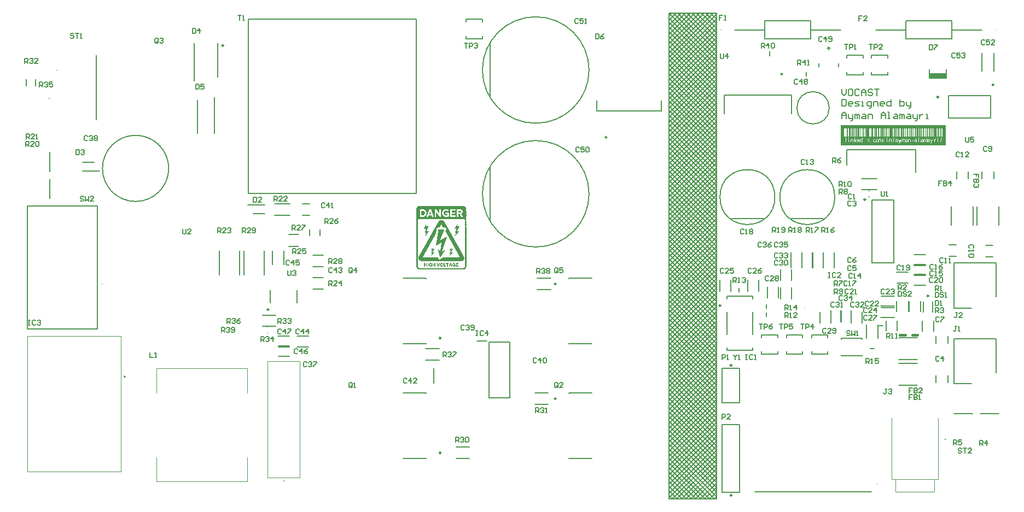
<source format=gbr>
G04*
G04 #@! TF.GenerationSoftware,Altium Limited,Altium Designer,25.5.2 (35)*
G04*
G04 Layer_Color=65535*
%FSLAX25Y25*%
%MOIN*%
G70*
G04*
G04 #@! TF.SameCoordinates,0CD17ABA-5868-42C4-872B-F719D901D850*
G04*
G04*
G04 #@! TF.FilePolarity,Positive*
G04*
G01*
G75*
%ADD10C,0.00984*%
%ADD11C,0.00787*%
%ADD12C,0.00394*%
%ADD13C,0.00591*%
%ADD14C,0.00800*%
%ADD15C,0.00500*%
%ADD16C,0.01575*%
%ADD17C,0.00600*%
%ADD18R,0.10236X0.03062*%
G36*
X370510Y280534D02*
X370801D01*
Y280462D01*
X371019D01*
Y280389D01*
X371164D01*
Y280316D01*
X371237D01*
Y280244D01*
X371382D01*
Y280171D01*
X371455D01*
Y280098D01*
X371527D01*
Y280026D01*
X371600D01*
Y279953D01*
X371673D01*
Y279880D01*
X371745D01*
Y279808D01*
X371818D01*
Y279735D01*
X371891D01*
Y279590D01*
X371963D01*
Y279445D01*
X372036D01*
Y279299D01*
X372109D01*
Y279081D01*
X372181D01*
Y277047D01*
X372254D01*
Y276175D01*
X372181D01*
Y275594D01*
X372254D01*
Y274068D01*
X372181D01*
Y272978D01*
X372254D01*
Y272688D01*
X372181D01*
Y270944D01*
X372254D01*
Y270362D01*
X372181D01*
Y269418D01*
X372254D01*
Y268401D01*
X372181D01*
Y267456D01*
X372254D01*
Y266875D01*
X372181D01*
Y266730D01*
X372254D01*
Y262516D01*
X372181D01*
Y262370D01*
X372254D01*
Y243625D01*
X372181D01*
Y243189D01*
X372109D01*
Y243044D01*
X372036D01*
Y242898D01*
X371963D01*
Y242753D01*
X371891D01*
Y242608D01*
X371818D01*
Y242535D01*
X371745D01*
Y242462D01*
X371673D01*
Y242390D01*
X371600D01*
Y242317D01*
X371527D01*
Y242245D01*
X371455D01*
Y242172D01*
X371382D01*
Y242099D01*
X371237D01*
Y242027D01*
X371091D01*
Y241954D01*
X370946D01*
Y241881D01*
X370728D01*
Y241809D01*
X343191D01*
Y241881D01*
X342973D01*
Y241954D01*
X342828D01*
Y242027D01*
X342683D01*
Y242099D01*
X342610D01*
Y242172D01*
X342465D01*
Y242245D01*
X342392D01*
Y242317D01*
X342319D01*
Y242390D01*
X342247D01*
Y242462D01*
X342174D01*
Y242535D01*
X342102D01*
Y242681D01*
X342029D01*
Y242753D01*
X341956D01*
Y242898D01*
X341884D01*
Y243044D01*
X341811D01*
Y243262D01*
X341738D01*
Y278936D01*
X341811D01*
Y279227D01*
X341884D01*
Y279372D01*
X341956D01*
Y279517D01*
X342029D01*
Y279662D01*
X342102D01*
Y279735D01*
X342174D01*
Y279880D01*
X342247D01*
Y279953D01*
X342319D01*
Y280026D01*
X342392D01*
Y280098D01*
X342465D01*
Y280171D01*
X342610D01*
Y280244D01*
X342683D01*
Y280316D01*
X342828D01*
Y280389D01*
X342973D01*
Y280462D01*
X343119D01*
Y280534D01*
X343555D01*
Y280607D01*
X370510D01*
Y280534D01*
D02*
G37*
G36*
X664500Y317500D02*
X600500D01*
Y329858D01*
X664500D01*
Y317500D01*
D02*
G37*
%LPC*%
G36*
X365497Y278573D02*
X362373D01*
Y278500D01*
X362300D01*
Y278427D01*
X362227D01*
Y274068D01*
X362300D01*
Y273995D01*
X365642D01*
Y274795D01*
X363317D01*
Y274940D01*
X363245D01*
Y275012D01*
X363317D01*
Y275158D01*
X363245D01*
Y275812D01*
X363317D01*
Y275957D01*
X365279D01*
Y276102D01*
X365352D01*
Y276611D01*
X365279D01*
Y276684D01*
X363317D01*
Y276902D01*
X363245D01*
Y277628D01*
X363317D01*
Y277701D01*
X363753D01*
Y277773D01*
X364698D01*
Y277701D01*
X364770D01*
Y277773D01*
X364988D01*
Y277701D01*
X365061D01*
Y277773D01*
X365134D01*
Y277701D01*
X365424D01*
Y277773D01*
X365569D01*
Y277846D01*
X365642D01*
Y278427D01*
X365569D01*
Y278500D01*
X365497D01*
Y278573D01*
D02*
G37*
G36*
X360120Y278645D02*
X359539D01*
Y278573D01*
X359103D01*
Y278500D01*
X358885D01*
Y278427D01*
X358740D01*
Y278355D01*
X358594D01*
Y278282D01*
X358449D01*
Y278209D01*
X358377D01*
Y278137D01*
X358304D01*
Y278064D01*
X358231D01*
Y277991D01*
X358159D01*
Y277919D01*
X358086D01*
Y277846D01*
X358013D01*
Y277773D01*
X357941D01*
Y277701D01*
X357868D01*
Y277555D01*
X357795D01*
Y277410D01*
X357723D01*
Y277338D01*
X357650D01*
Y277119D01*
X357577D01*
Y276829D01*
X357505D01*
Y276248D01*
X357432D01*
Y276175D01*
X357505D01*
Y275594D01*
X357577D01*
Y275303D01*
X357650D01*
Y275158D01*
X357723D01*
Y275012D01*
X357795D01*
Y274940D01*
X357868D01*
Y274795D01*
X357941D01*
Y274722D01*
X358013D01*
Y274577D01*
X358086D01*
Y274504D01*
X358159D01*
Y274431D01*
X358304D01*
Y274359D01*
X358377D01*
Y274286D01*
X358449D01*
Y274213D01*
X358594D01*
Y274141D01*
X358740D01*
Y274068D01*
X358885D01*
Y273995D01*
X359103D01*
Y273923D01*
X359466D01*
Y273850D01*
X360048D01*
Y273923D01*
X360411D01*
Y273995D01*
X360629D01*
Y274068D01*
X360919D01*
Y273995D01*
X360992D01*
Y273923D01*
X361428D01*
Y273995D01*
X361501D01*
Y274068D01*
X361573D01*
Y276248D01*
X361501D01*
Y276320D01*
X361428D01*
Y276393D01*
X359684D01*
Y276320D01*
X359612D01*
Y276248D01*
X359539D01*
Y275739D01*
X359612D01*
Y275666D01*
X360556D01*
Y275594D01*
X360629D01*
Y275012D01*
X360556D01*
Y274867D01*
X360411D01*
Y274795D01*
X360120D01*
Y274722D01*
X359539D01*
Y274795D01*
X359321D01*
Y274867D01*
X359176D01*
Y274940D01*
X359031D01*
Y275012D01*
X358958D01*
Y275085D01*
X358885D01*
Y275158D01*
X358812D01*
Y275303D01*
X358740D01*
Y275376D01*
X358667D01*
Y275521D01*
X358594D01*
Y275739D01*
X358522D01*
Y276030D01*
X358449D01*
Y276466D01*
X358522D01*
Y276829D01*
X358594D01*
Y276974D01*
X358667D01*
Y277119D01*
X358740D01*
Y277265D01*
X358812D01*
Y277338D01*
X358885D01*
Y277410D01*
X358958D01*
Y277483D01*
X359031D01*
Y277555D01*
X359176D01*
Y277628D01*
X359321D01*
Y277701D01*
X359539D01*
Y277773D01*
X360048D01*
Y277701D01*
X360266D01*
Y277628D01*
X360411D01*
Y277555D01*
X360556D01*
Y277483D01*
X360629D01*
Y277410D01*
X360702D01*
Y277338D01*
X360992D01*
Y277410D01*
X361065D01*
Y277483D01*
X361210D01*
Y277555D01*
X361283D01*
Y277628D01*
X361355D01*
Y277701D01*
X361428D01*
Y277773D01*
X361501D01*
Y277919D01*
X361428D01*
Y277991D01*
X361355D01*
Y278064D01*
X361283D01*
Y278137D01*
X361210D01*
Y278209D01*
X361065D01*
Y278282D01*
X360992D01*
Y278355D01*
X360847D01*
Y278427D01*
X360702D01*
Y278500D01*
X360484D01*
Y278573D01*
X360120D01*
Y278645D01*
D02*
G37*
G36*
X356705Y278573D02*
X355906D01*
Y278500D01*
X355834D01*
Y275957D01*
X355761D01*
Y276030D01*
X355688D01*
Y276102D01*
X355616D01*
Y276175D01*
X355543D01*
Y276320D01*
X355470D01*
Y276393D01*
X355398D01*
Y276466D01*
X355325D01*
Y276611D01*
X355252D01*
Y276684D01*
X355180D01*
Y276756D01*
X355107D01*
Y276902D01*
X355034D01*
Y276974D01*
X354962D01*
Y277047D01*
X354889D01*
Y277192D01*
X354816D01*
Y277265D01*
X354744D01*
Y277338D01*
X354671D01*
Y277483D01*
X354598D01*
Y277555D01*
X354526D01*
Y277628D01*
X354453D01*
Y277773D01*
X354380D01*
Y277846D01*
X354308D01*
Y277919D01*
X354235D01*
Y278064D01*
X354163D01*
Y278137D01*
X354090D01*
Y278209D01*
X354017D01*
Y278355D01*
X353944D01*
Y278427D01*
X353872D01*
Y278500D01*
X353799D01*
Y278573D01*
X353000D01*
Y278500D01*
X352927D01*
Y273995D01*
X353073D01*
Y273923D01*
X353727D01*
Y273995D01*
X353872D01*
Y276611D01*
X354017D01*
Y276538D01*
X354090D01*
Y276466D01*
X354163D01*
Y276320D01*
X354235D01*
Y276248D01*
X354308D01*
Y276175D01*
X354380D01*
Y276102D01*
X354453D01*
Y275957D01*
X354526D01*
Y275884D01*
X354598D01*
Y275739D01*
X354671D01*
Y275666D01*
X354744D01*
Y275594D01*
X354816D01*
Y275448D01*
X354889D01*
Y275376D01*
X354962D01*
Y275231D01*
X355034D01*
Y275158D01*
X355107D01*
Y275085D01*
X355180D01*
Y274940D01*
X355252D01*
Y274867D01*
X355325D01*
Y274795D01*
X355398D01*
Y274649D01*
X355470D01*
Y274577D01*
X355543D01*
Y274504D01*
X355616D01*
Y274431D01*
X355688D01*
Y274286D01*
X355761D01*
Y274213D01*
X355834D01*
Y274068D01*
X355906D01*
Y273995D01*
X356052D01*
Y273923D01*
X356270D01*
Y273995D01*
X356342D01*
Y273923D01*
X356560D01*
Y273995D01*
X356778D01*
Y274068D01*
X356851D01*
Y278500D01*
X356705D01*
Y278573D01*
D02*
G37*
G36*
X368548D02*
X366369D01*
Y278500D01*
X366296D01*
Y273995D01*
X366732D01*
Y273923D01*
X366805D01*
Y273995D01*
X367241D01*
Y274068D01*
X367313D01*
Y275739D01*
X368040D01*
Y275666D01*
X368112D01*
Y275594D01*
X368185D01*
Y275448D01*
X368258D01*
Y275376D01*
X368331D01*
Y275231D01*
X368403D01*
Y275085D01*
X368476D01*
Y275012D01*
X368548D01*
Y274867D01*
X368621D01*
Y274722D01*
X368694D01*
Y274649D01*
X368766D01*
Y274504D01*
X368839D01*
Y274359D01*
X368912D01*
Y274213D01*
X368984D01*
Y274141D01*
X369057D01*
Y273995D01*
X370074D01*
Y274141D01*
X370002D01*
Y274286D01*
X369929D01*
Y274431D01*
X369856D01*
Y274504D01*
X369784D01*
Y274649D01*
X369711D01*
Y274795D01*
X369638D01*
Y274867D01*
X369566D01*
Y275012D01*
X369493D01*
Y275158D01*
X369420D01*
Y275231D01*
X369348D01*
Y275376D01*
X369275D01*
Y275521D01*
X369202D01*
Y275594D01*
X369130D01*
Y275739D01*
X369057D01*
Y275884D01*
X369202D01*
Y275957D01*
X369348D01*
Y276030D01*
X369493D01*
Y276102D01*
X369566D01*
Y276175D01*
X369638D01*
Y276248D01*
X369711D01*
Y276320D01*
X369784D01*
Y276466D01*
X369856D01*
Y276611D01*
X369929D01*
Y276974D01*
X370002D01*
Y277192D01*
X369929D01*
Y277555D01*
X369856D01*
Y277701D01*
X369784D01*
Y277846D01*
X369711D01*
Y277991D01*
X369638D01*
Y278064D01*
X369566D01*
Y278137D01*
X369493D01*
Y278209D01*
X369348D01*
Y278282D01*
X369275D01*
Y278355D01*
X369130D01*
Y278427D01*
X368912D01*
Y278500D01*
X368548D01*
Y278573D01*
D02*
G37*
G36*
X350675D02*
X349730D01*
Y278500D01*
X349658D01*
Y278427D01*
X349585D01*
Y278282D01*
X349513D01*
Y278064D01*
X349440D01*
Y277919D01*
X349367D01*
Y277701D01*
X349294D01*
Y277483D01*
X349222D01*
Y277338D01*
X349149D01*
Y277119D01*
X349077D01*
Y276902D01*
X349004D01*
Y276756D01*
X348931D01*
Y276538D01*
X348859D01*
Y276320D01*
X348786D01*
Y276175D01*
X348713D01*
Y275957D01*
X348641D01*
Y275739D01*
X348568D01*
Y275521D01*
X348495D01*
Y275376D01*
X348423D01*
Y275158D01*
X348350D01*
Y275012D01*
X348277D01*
Y274795D01*
X348205D01*
Y274577D01*
X348132D01*
Y274359D01*
X348059D01*
Y274141D01*
X347987D01*
Y273923D01*
X348859D01*
Y273995D01*
X349004D01*
Y274068D01*
X349077D01*
Y274286D01*
X349149D01*
Y274504D01*
X349222D01*
Y274722D01*
X349294D01*
Y274867D01*
X349367D01*
Y274940D01*
X350966D01*
Y274867D01*
X351038D01*
Y274649D01*
X351111D01*
Y274504D01*
X351184D01*
Y274286D01*
X351256D01*
Y274068D01*
X351329D01*
Y273995D01*
X351402D01*
Y273923D01*
X351983D01*
Y273995D01*
X352346D01*
Y274141D01*
X352273D01*
Y274359D01*
X352201D01*
Y274577D01*
X352128D01*
Y274722D01*
X352056D01*
Y274940D01*
X351983D01*
Y275158D01*
X351910D01*
Y275303D01*
X351837D01*
Y275521D01*
X351765D01*
Y275739D01*
X351692D01*
Y275957D01*
X351620D01*
Y276175D01*
X351547D01*
Y276320D01*
X351474D01*
Y276538D01*
X351402D01*
Y276756D01*
X351329D01*
Y276902D01*
X351256D01*
Y277119D01*
X351184D01*
Y277265D01*
X351111D01*
Y277483D01*
X351038D01*
Y277701D01*
X350966D01*
Y277919D01*
X350893D01*
Y278064D01*
X350820D01*
Y278282D01*
X350748D01*
Y278427D01*
X350675D01*
Y278573D01*
D02*
G37*
G36*
X346025D02*
X343991D01*
Y278500D01*
X343918D01*
Y275521D01*
Y275448D01*
Y273995D01*
X343991D01*
Y273923D01*
X345589D01*
Y273995D01*
X346243D01*
Y274068D01*
X346534D01*
Y274141D01*
X346679D01*
Y274213D01*
X346824D01*
Y274286D01*
X346970D01*
Y274359D01*
X347042D01*
Y274431D01*
X347115D01*
Y274504D01*
X347187D01*
Y274577D01*
X347260D01*
Y274649D01*
X347333D01*
Y274722D01*
X347406D01*
Y274795D01*
X347478D01*
Y274867D01*
X347551D01*
Y275012D01*
X347623D01*
Y275158D01*
X347696D01*
Y275303D01*
X347769D01*
Y275521D01*
X347841D01*
Y275812D01*
X347914D01*
Y276611D01*
X347841D01*
Y276974D01*
X347769D01*
Y277192D01*
X347696D01*
Y277338D01*
X347623D01*
Y277483D01*
X347551D01*
Y277628D01*
X347478D01*
Y277701D01*
X347406D01*
Y277773D01*
X347333D01*
Y277919D01*
X347260D01*
Y277991D01*
X347115D01*
Y278064D01*
X347042D01*
Y278137D01*
X346970D01*
Y278209D01*
X346824D01*
Y278282D01*
X346679D01*
Y278355D01*
X346534D01*
Y278427D01*
X346316D01*
Y278500D01*
X346025D01*
Y278573D01*
D02*
G37*
G36*
X370438Y272615D02*
X343409D01*
Y272542D01*
X343191D01*
Y272469D01*
X343046D01*
Y272397D01*
X342973D01*
Y272324D01*
X342901D01*
Y272252D01*
X342828D01*
Y272179D01*
X342756D01*
Y272034D01*
X342683D01*
Y271888D01*
X342610D01*
Y243480D01*
X342683D01*
Y243334D01*
X342756D01*
Y243189D01*
X342828D01*
Y243044D01*
X342901D01*
Y242971D01*
X342973D01*
Y242898D01*
X343119D01*
Y242826D01*
X343191D01*
Y242753D01*
X343409D01*
Y242681D01*
X344136D01*
Y242608D01*
X353436D01*
Y242681D01*
X354017D01*
Y242608D01*
X356923D01*
Y242681D01*
X357505D01*
Y242608D01*
X358086D01*
Y242681D01*
X358667D01*
Y242608D01*
X360411D01*
Y242681D01*
X361573D01*
Y242608D01*
X362736D01*
Y242681D01*
X363898D01*
Y242608D01*
X364480D01*
Y242681D01*
X364770D01*
Y242608D01*
X365061D01*
Y242681D01*
X365134D01*
Y242608D01*
X365642D01*
Y242681D01*
X365933D01*
Y242608D01*
X367604D01*
Y242681D01*
X370510D01*
Y242753D01*
X370728D01*
Y242826D01*
X370801D01*
Y242898D01*
X370873D01*
Y242971D01*
X371019D01*
Y243116D01*
X371091D01*
Y243189D01*
X371164D01*
Y243262D01*
X371237D01*
Y243480D01*
X371309D01*
Y271961D01*
X371237D01*
Y272106D01*
X371164D01*
Y272179D01*
X371091D01*
Y272252D01*
X371019D01*
Y272324D01*
X370946D01*
Y272397D01*
X370873D01*
Y272469D01*
X370728D01*
Y272542D01*
X370438D01*
Y272615D01*
D02*
G37*
%LPD*%
G36*
X368040Y277701D02*
X368621D01*
Y277628D01*
X368694D01*
Y277555D01*
X368839D01*
Y277483D01*
X368912D01*
Y277338D01*
X368984D01*
Y276829D01*
X368912D01*
Y276756D01*
X368839D01*
Y276684D01*
X368766D01*
Y276611D01*
X368548D01*
Y276538D01*
X367313D01*
Y276756D01*
Y276829D01*
Y277701D01*
X367967D01*
Y277773D01*
X368040D01*
Y277701D01*
D02*
G37*
G36*
X350239Y276974D02*
X350312D01*
Y276829D01*
X350384D01*
Y276611D01*
X350457D01*
Y276393D01*
X350530D01*
Y276175D01*
X350602D01*
Y275957D01*
X350675D01*
Y275739D01*
X350748D01*
Y275666D01*
X349658D01*
Y275957D01*
X349730D01*
Y276175D01*
X349803D01*
Y276393D01*
X349876D01*
Y276611D01*
X349948D01*
Y276829D01*
X350021D01*
Y277047D01*
X350094D01*
Y277192D01*
X350239D01*
Y276974D01*
D02*
G37*
G36*
X345880Y277628D02*
X346098D01*
Y277555D01*
X346243D01*
Y277483D01*
X346388D01*
Y277410D01*
X346461D01*
Y277338D01*
X346534D01*
Y277265D01*
X346606D01*
Y277192D01*
X346679D01*
Y277047D01*
X346752D01*
Y276902D01*
X346824D01*
Y276756D01*
X346897D01*
Y275812D01*
X346824D01*
Y275594D01*
X346752D01*
Y275448D01*
X346679D01*
Y275376D01*
X346606D01*
Y275231D01*
X346534D01*
Y275158D01*
X346461D01*
Y275085D01*
X346316D01*
Y275012D01*
X346170D01*
Y274940D01*
X346025D01*
Y274867D01*
X345662D01*
Y274795D01*
X344935D01*
Y274867D01*
X344863D01*
Y277701D01*
X345880D01*
Y277628D01*
D02*
G37*
G36*
X347841Y269345D02*
X347769D01*
Y268110D01*
X348132D01*
Y268183D01*
X348423D01*
Y268255D01*
X348786D01*
Y268328D01*
X349149D01*
Y268401D01*
X349222D01*
Y268183D01*
X349149D01*
Y268038D01*
X349077D01*
Y267819D01*
X349004D01*
Y267674D01*
X348931D01*
Y267456D01*
X348859D01*
Y267311D01*
X348786D01*
Y267166D01*
X348713D01*
Y266948D01*
X348641D01*
Y266802D01*
X348568D01*
Y266657D01*
X348495D01*
Y266439D01*
X348423D01*
Y266294D01*
X348350D01*
Y266148D01*
X348277D01*
Y265931D01*
X348205D01*
Y265785D01*
X348132D01*
Y265567D01*
X348059D01*
Y265422D01*
X347987D01*
Y265277D01*
X347914D01*
Y265131D01*
X347841D01*
Y265059D01*
X348205D01*
Y265131D01*
X348568D01*
Y265204D01*
X348786D01*
Y265277D01*
X349077D01*
Y265349D01*
X349367D01*
Y265422D01*
X349440D01*
Y265349D01*
Y265204D01*
X349367D01*
Y265131D01*
X349294D01*
Y264986D01*
X349222D01*
Y264841D01*
X349149D01*
Y264768D01*
X349077D01*
Y264623D01*
X349004D01*
Y264550D01*
X348931D01*
Y264405D01*
X348859D01*
Y264332D01*
X348786D01*
Y264259D01*
X348713D01*
Y264114D01*
X348641D01*
Y264041D01*
X348568D01*
Y263896D01*
X348495D01*
Y263823D01*
X348423D01*
Y263678D01*
X348350D01*
Y263605D01*
X348277D01*
Y263460D01*
X348205D01*
Y263387D01*
X348132D01*
Y263242D01*
X348059D01*
Y263170D01*
X347987D01*
Y263024D01*
X347914D01*
Y262952D01*
X347841D01*
Y262806D01*
X347769D01*
Y262734D01*
X347696D01*
Y262661D01*
X347623D01*
Y262516D01*
X347551D01*
Y262370D01*
X347478D01*
Y262298D01*
X347406D01*
Y262152D01*
X347333D01*
Y262080D01*
X347260D01*
Y262370D01*
X347333D01*
Y262734D01*
X347406D01*
Y263097D01*
X347478D01*
Y263533D01*
X347551D01*
Y263823D01*
X347623D01*
Y264259D01*
X347478D01*
Y264187D01*
X347187D01*
Y264114D01*
X347042D01*
Y264550D01*
X347115D01*
Y264913D01*
X347187D01*
Y265349D01*
X347260D01*
Y265785D01*
X347333D01*
Y266148D01*
X347406D01*
Y266657D01*
X347478D01*
Y266730D01*
X346970D01*
Y266657D01*
X346534D01*
Y266584D01*
X346388D01*
Y266802D01*
X346461D01*
Y267020D01*
X346534D01*
Y267166D01*
X346606D01*
Y267238D01*
X346679D01*
Y267456D01*
X346752D01*
Y267602D01*
X346824D01*
Y267747D01*
X346897D01*
Y267892D01*
X346970D01*
Y268038D01*
X347042D01*
Y268183D01*
X347115D01*
Y268328D01*
X347187D01*
Y268473D01*
X347260D01*
Y268619D01*
X347333D01*
Y268764D01*
X347406D01*
Y268909D01*
X347478D01*
Y269055D01*
X347551D01*
Y269200D01*
X347623D01*
Y269345D01*
X347696D01*
Y269491D01*
X347841D01*
Y269345D01*
D02*
G37*
G36*
X366877Y269200D02*
X366805D01*
Y268764D01*
X366732D01*
Y268473D01*
X366659D01*
Y268183D01*
X367313D01*
Y268255D01*
X367822D01*
Y268328D01*
X368331D01*
Y268255D01*
X368258D01*
Y268110D01*
X368185D01*
Y268038D01*
X368112D01*
Y267892D01*
X368040D01*
Y267819D01*
X367967D01*
Y267674D01*
X367895D01*
Y267602D01*
X367822D01*
Y267456D01*
X367749D01*
Y267384D01*
X367677D01*
Y267238D01*
X367604D01*
Y267093D01*
X367531D01*
Y267020D01*
X367459D01*
Y266875D01*
X367386D01*
Y266730D01*
X367313D01*
Y266657D01*
X367241D01*
Y266512D01*
X367168D01*
Y266439D01*
X367095D01*
Y266294D01*
X367023D01*
Y266148D01*
X366950D01*
Y266076D01*
X366877D01*
Y265931D01*
X366805D01*
Y265858D01*
X366732D01*
Y265712D01*
X366659D01*
Y265567D01*
X366587D01*
Y265494D01*
X366514D01*
Y265349D01*
X366441D01*
Y265277D01*
X366369D01*
Y265131D01*
X366296D01*
Y265059D01*
X366659D01*
Y265131D01*
X367095D01*
Y265204D01*
X367386D01*
Y265277D01*
X367749D01*
Y265349D01*
X368112D01*
Y265277D01*
X368040D01*
Y265204D01*
X367967D01*
Y265131D01*
X367895D01*
Y265059D01*
X367822D01*
Y264986D01*
X367749D01*
Y264913D01*
X367677D01*
Y264841D01*
X367604D01*
Y264768D01*
X367531D01*
Y264695D01*
X367459D01*
Y264623D01*
X367386D01*
Y264477D01*
X367313D01*
Y264405D01*
X367241D01*
Y264332D01*
X367168D01*
Y264259D01*
X367095D01*
Y264187D01*
X367023D01*
Y264114D01*
X366950D01*
Y264041D01*
X366877D01*
Y263969D01*
X366805D01*
Y263823D01*
X366732D01*
Y263751D01*
X366659D01*
Y263678D01*
X366587D01*
Y263605D01*
X366514D01*
Y263533D01*
X366441D01*
Y263460D01*
X366369D01*
Y263387D01*
X366296D01*
Y263242D01*
X366223D01*
Y263170D01*
X366151D01*
Y263097D01*
X366078D01*
Y263024D01*
X366005D01*
Y262952D01*
X365933D01*
Y262879D01*
X365860D01*
Y262806D01*
X365788D01*
Y262734D01*
X365715D01*
Y262661D01*
X365642D01*
Y262516D01*
X365569D01*
Y262443D01*
X365497D01*
Y262370D01*
X365424D01*
Y262298D01*
X365352D01*
Y262225D01*
X365279D01*
Y262152D01*
X365206D01*
Y262080D01*
X365134D01*
Y262007D01*
X365061D01*
Y262152D01*
X365134D01*
Y262370D01*
X365206D01*
Y262516D01*
X365279D01*
Y262734D01*
X365352D01*
Y262806D01*
X365424D01*
Y263024D01*
X365497D01*
Y263170D01*
X365569D01*
Y263315D01*
X365642D01*
Y263533D01*
X365715D01*
Y263678D01*
X365788D01*
Y263823D01*
X365860D01*
Y263969D01*
X365933D01*
Y264114D01*
X366005D01*
Y264259D01*
X365642D01*
Y264187D01*
X365279D01*
Y264332D01*
X365352D01*
Y264550D01*
X365424D01*
Y264768D01*
X365497D01*
Y264913D01*
X365569D01*
Y265131D01*
X365642D01*
Y265349D01*
X365715D01*
Y265567D01*
X365788D01*
Y265712D01*
X365860D01*
Y265931D01*
X365933D01*
Y266148D01*
X366005D01*
Y266366D01*
X366078D01*
Y266584D01*
X366151D01*
Y266730D01*
X365497D01*
Y266657D01*
X365061D01*
Y266802D01*
X365134D01*
Y266948D01*
X365206D01*
Y267093D01*
X365279D01*
Y267166D01*
X365352D01*
Y267311D01*
X365424D01*
Y267384D01*
X365497D01*
Y267529D01*
X365569D01*
Y267602D01*
X365642D01*
Y267674D01*
Y267747D01*
X365715D01*
Y267892D01*
X365788D01*
Y267965D01*
X365860D01*
Y268110D01*
X365933D01*
Y268183D01*
X366005D01*
Y268328D01*
X366078D01*
Y268401D01*
X366151D01*
Y268546D01*
X366223D01*
Y268691D01*
X366296D01*
Y268764D01*
X366369D01*
Y268909D01*
X366441D01*
Y268982D01*
X366514D01*
Y269127D01*
X366587D01*
Y269200D01*
X366659D01*
Y269345D01*
X366732D01*
Y269491D01*
X366805D01*
Y269563D01*
X366877D01*
Y269200D01*
D02*
G37*
G36*
X357505Y271961D02*
X357723D01*
Y271888D01*
X357868D01*
Y271816D01*
X358013D01*
Y271743D01*
X358159D01*
Y271670D01*
X358231D01*
Y271598D01*
X358304D01*
Y271525D01*
X358377D01*
Y271452D01*
X358449D01*
Y271380D01*
X358522D01*
Y271307D01*
X358594D01*
Y271162D01*
X358667D01*
Y271089D01*
X358740D01*
Y270944D01*
X358812D01*
Y270798D01*
X358885D01*
Y270726D01*
X358958D01*
Y270581D01*
X359031D01*
Y270435D01*
X359103D01*
Y270290D01*
X359176D01*
Y270217D01*
X359248D01*
Y270072D01*
X359321D01*
Y269927D01*
X359394D01*
Y269781D01*
X359466D01*
Y269709D01*
X359539D01*
Y269563D01*
X359612D01*
Y269418D01*
X359684D01*
Y269273D01*
X359757D01*
Y269200D01*
X359830D01*
Y269055D01*
X359902D01*
Y268909D01*
X359975D01*
Y268764D01*
X360048D01*
Y268619D01*
X360120D01*
Y268546D01*
X360193D01*
Y268401D01*
X360266D01*
Y268255D01*
X360338D01*
Y268183D01*
X360411D01*
Y268038D01*
X360484D01*
Y267892D01*
X360556D01*
Y267747D01*
X360629D01*
Y267602D01*
X360702D01*
Y267456D01*
X360774D01*
Y267384D01*
X360847D01*
Y267238D01*
X360919D01*
Y267093D01*
X360992D01*
Y267020D01*
X361065D01*
Y266875D01*
X361138D01*
Y266730D01*
X361210D01*
Y266584D01*
X361283D01*
Y266439D01*
X361355D01*
Y266366D01*
X361428D01*
Y266221D01*
X361501D01*
Y266076D01*
X361573D01*
Y265931D01*
X361646D01*
Y265858D01*
X361719D01*
Y265712D01*
X361791D01*
Y265567D01*
X361864D01*
Y265422D01*
X361937D01*
Y265349D01*
X362009D01*
Y265204D01*
X362082D01*
Y265059D01*
X362155D01*
Y264986D01*
X362227D01*
Y264841D01*
X362300D01*
Y264695D01*
X362373D01*
Y264550D01*
X362445D01*
Y264405D01*
X362518D01*
Y264332D01*
X362591D01*
Y264187D01*
X362663D01*
Y264041D01*
X362736D01*
Y263969D01*
X362809D01*
Y263823D01*
X362881D01*
Y263678D01*
X362954D01*
Y263533D01*
X363027D01*
Y263387D01*
X363099D01*
Y263315D01*
X363172D01*
Y263170D01*
X363245D01*
Y263024D01*
X363317D01*
Y262879D01*
X363390D01*
Y262806D01*
X363462D01*
Y262661D01*
X363535D01*
Y262516D01*
X363608D01*
Y262370D01*
X363681D01*
Y262225D01*
X363753D01*
Y262152D01*
X363826D01*
Y262007D01*
X363898D01*
Y261862D01*
X363971D01*
Y261789D01*
X364044D01*
Y261644D01*
X364116D01*
Y261498D01*
X364189D01*
Y261353D01*
X364262D01*
Y261208D01*
X364334D01*
Y261063D01*
X364407D01*
Y260990D01*
X364480D01*
Y260844D01*
X364552D01*
Y260772D01*
X364625D01*
Y260627D01*
X364698D01*
Y260481D01*
X364770D01*
Y260336D01*
X364843D01*
Y260191D01*
X364916D01*
Y260045D01*
X364988D01*
Y259900D01*
X365061D01*
Y259827D01*
X365134D01*
Y259682D01*
X365206D01*
Y259537D01*
X365279D01*
Y259391D01*
X365352D01*
Y259319D01*
X365424D01*
Y259173D01*
X365497D01*
Y259028D01*
X365569D01*
Y258883D01*
X365642D01*
Y258737D01*
X365715D01*
Y258665D01*
X365788D01*
Y258520D01*
X365860D01*
Y258374D01*
X365933D01*
Y258302D01*
X366005D01*
Y258156D01*
X366078D01*
Y258011D01*
X366151D01*
Y257866D01*
X366223D01*
Y257720D01*
X366296D01*
Y257648D01*
X366369D01*
Y257502D01*
X366441D01*
Y257357D01*
X366514D01*
Y257212D01*
X366587D01*
Y257139D01*
X366659D01*
Y256994D01*
X366732D01*
Y256848D01*
X366805D01*
Y256703D01*
X366877D01*
Y256558D01*
X366950D01*
Y256413D01*
X367023D01*
Y256340D01*
X367095D01*
Y256194D01*
X367168D01*
Y256049D01*
X367241D01*
Y255904D01*
X367313D01*
Y255759D01*
X367386D01*
Y255686D01*
X367459D01*
Y255541D01*
X367531D01*
Y255395D01*
X367604D01*
Y255250D01*
X367677D01*
Y255105D01*
X367749D01*
Y254959D01*
X367822D01*
Y254887D01*
X367895D01*
Y254741D01*
X367967D01*
Y254596D01*
X368040D01*
Y254451D01*
X368112D01*
Y254378D01*
X368185D01*
Y254233D01*
X368258D01*
Y254087D01*
X368331D01*
Y253942D01*
X368403D01*
Y253797D01*
X368476D01*
Y253652D01*
X368548D01*
Y253506D01*
X368621D01*
Y253434D01*
X368694D01*
Y253288D01*
X368766D01*
Y253143D01*
X368839D01*
Y253070D01*
X368912D01*
Y252925D01*
X368984D01*
Y252780D01*
X369057D01*
Y252634D01*
X369130D01*
Y252489D01*
X369202D01*
Y252344D01*
X369275D01*
Y252271D01*
X369348D01*
Y252126D01*
X369420D01*
Y251980D01*
X369493D01*
Y251908D01*
X369566D01*
Y251763D01*
X369638D01*
Y251617D01*
X369711D01*
Y251472D01*
X369784D01*
Y251327D01*
X369856D01*
Y251181D01*
X369929D01*
Y251109D01*
X370002D01*
Y250963D01*
X370074D01*
Y250818D01*
X370147D01*
Y250673D01*
X370219D01*
Y250600D01*
X370292D01*
Y250455D01*
X370365D01*
Y250309D01*
X370438D01*
Y250164D01*
X370510D01*
Y250019D01*
X370583D01*
Y249873D01*
X370655D01*
Y249728D01*
X370728D01*
Y249656D01*
X370801D01*
Y249437D01*
X370873D01*
Y249219D01*
X370946D01*
Y248275D01*
X370873D01*
Y248057D01*
X370801D01*
Y247912D01*
X370728D01*
Y247839D01*
X370655D01*
Y247694D01*
X370583D01*
Y247621D01*
X370510D01*
Y247548D01*
X370438D01*
Y247476D01*
X370365D01*
Y247403D01*
X370292D01*
Y247330D01*
X370147D01*
Y247258D01*
X370074D01*
Y247185D01*
X369856D01*
Y247112D01*
X369638D01*
Y247040D01*
X344281D01*
Y247112D01*
X344063D01*
Y247185D01*
X343845D01*
Y247258D01*
X343773D01*
Y247330D01*
X343627D01*
Y247403D01*
X343555D01*
Y247476D01*
X343482D01*
Y247548D01*
X343409D01*
Y247621D01*
X343337D01*
Y247766D01*
X343264D01*
Y247839D01*
X343191D01*
Y247984D01*
X343119D01*
Y248202D01*
X343046D01*
Y248420D01*
X342973D01*
Y249074D01*
X343046D01*
Y249365D01*
X343119D01*
Y249583D01*
X343191D01*
Y249728D01*
X343264D01*
Y249873D01*
X343337D01*
Y249946D01*
X343409D01*
Y250091D01*
X343482D01*
Y250237D01*
X343555D01*
Y250382D01*
X343627D01*
Y250527D01*
X343700D01*
Y250600D01*
X343773D01*
Y250745D01*
X343845D01*
Y250891D01*
X343918D01*
Y251036D01*
X343991D01*
Y251181D01*
X344063D01*
Y251254D01*
X344136D01*
Y251399D01*
X344209D01*
Y251544D01*
X344281D01*
Y251690D01*
X344354D01*
Y251763D01*
X344427D01*
Y251908D01*
X344499D01*
Y252053D01*
X344572D01*
Y252198D01*
X344644D01*
Y252344D01*
X344717D01*
Y252416D01*
X344790D01*
Y252562D01*
X344863D01*
Y252707D01*
X344935D01*
Y252852D01*
X345008D01*
Y252925D01*
X345080D01*
Y253070D01*
X345153D01*
Y253216D01*
X345226D01*
Y253361D01*
X345298D01*
Y253434D01*
X345371D01*
Y253579D01*
X345444D01*
Y253724D01*
X345516D01*
Y253870D01*
X345589D01*
Y254015D01*
X345662D01*
Y254087D01*
X345734D01*
Y254233D01*
X345807D01*
Y254378D01*
X345880D01*
Y254523D01*
X345952D01*
Y254669D01*
X346025D01*
Y254741D01*
X346098D01*
Y254887D01*
X346170D01*
Y255032D01*
X346243D01*
Y255177D01*
X346316D01*
Y255250D01*
X346388D01*
Y255395D01*
X346461D01*
Y255541D01*
X346534D01*
Y255686D01*
X346606D01*
Y255831D01*
X346679D01*
Y255904D01*
X346752D01*
Y256049D01*
X346824D01*
Y256194D01*
X346897D01*
Y256340D01*
X346970D01*
Y256413D01*
X347042D01*
Y256558D01*
X347115D01*
Y256703D01*
X347187D01*
Y256848D01*
X347260D01*
Y256994D01*
X347333D01*
Y257066D01*
X347406D01*
Y257212D01*
X347478D01*
Y257357D01*
X347551D01*
Y257430D01*
X347623D01*
Y257575D01*
X347696D01*
Y257720D01*
X347769D01*
Y257866D01*
X347841D01*
Y258011D01*
X347914D01*
Y258084D01*
X347987D01*
Y258229D01*
X348059D01*
Y258374D01*
X348132D01*
Y258520D01*
X348205D01*
Y258665D01*
X348277D01*
Y258737D01*
X348350D01*
Y258883D01*
X348423D01*
Y259028D01*
X348495D01*
Y259173D01*
X348568D01*
Y259246D01*
X348641D01*
Y259391D01*
X348713D01*
Y259537D01*
X348786D01*
Y259682D01*
X348859D01*
Y259827D01*
X348931D01*
Y259900D01*
X349004D01*
Y260045D01*
X349077D01*
Y260191D01*
X349149D01*
Y260336D01*
X349222D01*
Y260409D01*
X349294D01*
Y260554D01*
X349367D01*
Y260699D01*
X349440D01*
Y260844D01*
X349513D01*
Y260990D01*
X349585D01*
Y261063D01*
X349658D01*
Y261208D01*
X349730D01*
Y261353D01*
X349803D01*
Y261498D01*
X349876D01*
Y261571D01*
X349948D01*
Y261716D01*
X350021D01*
Y261862D01*
X350094D01*
Y261934D01*
X350166D01*
Y262080D01*
X350239D01*
Y262225D01*
X350312D01*
Y262370D01*
X350384D01*
Y262516D01*
X350457D01*
Y262588D01*
X350530D01*
Y262734D01*
X350602D01*
Y262879D01*
X350675D01*
Y263024D01*
X350748D01*
Y263097D01*
X350820D01*
Y263242D01*
X350893D01*
Y263387D01*
X350966D01*
Y263533D01*
X351038D01*
Y263678D01*
X351111D01*
Y263751D01*
X351184D01*
Y263896D01*
X351256D01*
Y264041D01*
X351329D01*
Y264187D01*
X351402D01*
Y264259D01*
X351474D01*
Y264405D01*
X351547D01*
Y264550D01*
X351620D01*
Y264695D01*
X351692D01*
Y264841D01*
X351765D01*
Y264913D01*
X351837D01*
Y265059D01*
X351910D01*
Y265204D01*
X351983D01*
Y265277D01*
X352056D01*
Y265422D01*
X352128D01*
Y265567D01*
X352201D01*
Y265712D01*
X352273D01*
Y265858D01*
X352346D01*
Y265931D01*
X352419D01*
Y266076D01*
X352491D01*
Y266221D01*
X352564D01*
Y266366D01*
X352637D01*
Y266512D01*
X352709D01*
Y266584D01*
X352782D01*
Y266730D01*
X352855D01*
Y266875D01*
X352927D01*
Y266948D01*
X353000D01*
Y267093D01*
X353073D01*
Y267238D01*
X353145D01*
Y267384D01*
X353218D01*
Y267456D01*
X353291D01*
Y267602D01*
X353363D01*
Y267747D01*
X353436D01*
Y267892D01*
X353509D01*
Y268038D01*
X353581D01*
Y268110D01*
X353654D01*
Y268255D01*
X353727D01*
Y268401D01*
X353799D01*
Y268546D01*
X353872D01*
Y268619D01*
X353944D01*
Y268764D01*
X354017D01*
Y268909D01*
X354090D01*
Y269055D01*
X354163D01*
Y269200D01*
X354235D01*
Y269273D01*
X354308D01*
Y269418D01*
X354380D01*
Y269563D01*
X354453D01*
Y269709D01*
X354526D01*
Y269781D01*
X354598D01*
Y269927D01*
X354671D01*
Y270072D01*
X354744D01*
Y270217D01*
X354816D01*
Y270290D01*
X354889D01*
Y270435D01*
X354962D01*
Y270581D01*
X355034D01*
Y270726D01*
X355107D01*
Y270798D01*
X355180D01*
Y270944D01*
X355252D01*
Y271089D01*
X355325D01*
Y271162D01*
X355398D01*
Y271307D01*
X355470D01*
Y271380D01*
X355543D01*
Y271452D01*
X355616D01*
Y271525D01*
X355688D01*
Y271598D01*
X355761D01*
Y271670D01*
X355906D01*
Y271743D01*
X355979D01*
Y271816D01*
X356124D01*
Y271888D01*
X356270D01*
Y271961D01*
X356560D01*
Y272034D01*
X357505D01*
Y271961D01*
D02*
G37*
G36*
X365134Y245659D02*
X365279D01*
Y245587D01*
X365424D01*
Y245514D01*
X365497D01*
Y245369D01*
X365424D01*
Y245296D01*
X365352D01*
Y245223D01*
X365279D01*
Y245151D01*
X365134D01*
Y245223D01*
X365061D01*
Y245296D01*
X364552D01*
Y245223D01*
X364407D01*
Y245151D01*
X364334D01*
Y245005D01*
X364262D01*
Y244788D01*
X364189D01*
Y244642D01*
X364262D01*
Y244352D01*
X364334D01*
Y244279D01*
X364407D01*
Y244206D01*
X364480D01*
Y244134D01*
X364698D01*
Y244061D01*
X364988D01*
Y244134D01*
X365134D01*
Y244279D01*
X365061D01*
Y244424D01*
X364916D01*
Y244352D01*
X364843D01*
Y244424D01*
X364770D01*
Y244788D01*
X365569D01*
Y243843D01*
X365497D01*
Y243770D01*
X365352D01*
Y243698D01*
X365134D01*
Y243625D01*
X364480D01*
Y243698D01*
X364334D01*
Y243770D01*
X364189D01*
Y243843D01*
X364044D01*
Y243916D01*
X363971D01*
Y243988D01*
X363898D01*
Y244134D01*
X363826D01*
Y244279D01*
X363753D01*
Y244497D01*
X363681D01*
Y244933D01*
X363753D01*
Y245151D01*
X363826D01*
Y245296D01*
X363898D01*
Y245441D01*
X363971D01*
Y245514D01*
X364116D01*
Y245587D01*
X364189D01*
Y245659D01*
X364334D01*
Y245732D01*
X365134D01*
Y245659D01*
D02*
G37*
G36*
X350893D02*
X351038D01*
Y245587D01*
X351184D01*
Y245514D01*
X351256D01*
Y245369D01*
X351184D01*
Y245296D01*
X351111D01*
Y245223D01*
X351038D01*
Y245151D01*
X350893D01*
Y245223D01*
X350748D01*
Y245296D01*
X350239D01*
Y245223D01*
X350166D01*
Y245151D01*
X350094D01*
Y245078D01*
X350021D01*
Y244933D01*
X349948D01*
Y244497D01*
X350021D01*
Y244352D01*
X350094D01*
Y244279D01*
X350166D01*
Y244206D01*
X350239D01*
Y244134D01*
X350384D01*
Y244061D01*
X350748D01*
Y244134D01*
X350820D01*
Y244424D01*
X350530D01*
Y244788D01*
X351329D01*
Y244715D01*
Y244642D01*
Y243843D01*
X351256D01*
Y243770D01*
X351111D01*
Y243698D01*
X350820D01*
Y243625D01*
X350239D01*
Y243698D01*
X350021D01*
Y243770D01*
X349948D01*
Y243843D01*
X349803D01*
Y243916D01*
X349730D01*
Y243988D01*
X349658D01*
Y244134D01*
X349585D01*
Y244206D01*
X349513D01*
Y244497D01*
X349440D01*
Y244933D01*
X349513D01*
Y245151D01*
X349585D01*
Y245296D01*
X349658D01*
Y245369D01*
X349730D01*
Y245441D01*
X349803D01*
Y245514D01*
X349876D01*
Y245587D01*
X349948D01*
Y245659D01*
X350094D01*
Y245732D01*
X350893D01*
Y245659D01*
D02*
G37*
G36*
X353363Y243698D02*
X353291D01*
Y243625D01*
X352927D01*
Y243698D01*
X352855D01*
Y244424D01*
X352128D01*
Y243625D01*
X351692D01*
Y245587D01*
Y245659D01*
Y245732D01*
X352128D01*
Y244933D01*
X352855D01*
Y245732D01*
X353363D01*
Y243698D01*
D02*
G37*
G36*
X348132Y243625D02*
X347696D01*
Y243698D01*
X347623D01*
Y244424D01*
X346897D01*
Y244134D01*
X346970D01*
Y243843D01*
X346897D01*
Y243770D01*
X346970D01*
Y243698D01*
X346897D01*
Y243625D01*
X346461D01*
Y243698D01*
Y245732D01*
X346897D01*
Y245659D01*
X346970D01*
Y245441D01*
X346897D01*
Y245369D01*
X346970D01*
Y245078D01*
X346897D01*
Y245005D01*
X346970D01*
Y244933D01*
X347623D01*
Y245732D01*
X348132D01*
Y243625D01*
D02*
G37*
G36*
X356052Y245514D02*
Y245441D01*
X355979D01*
Y245223D01*
X355906D01*
Y245078D01*
X355834D01*
Y244860D01*
X355761D01*
Y244642D01*
X355688D01*
Y244424D01*
X355616D01*
Y244206D01*
X355543D01*
Y244061D01*
X355470D01*
Y243843D01*
X355398D01*
Y243698D01*
X355325D01*
Y243625D01*
X354889D01*
Y243698D01*
X354816D01*
Y243916D01*
X354744D01*
Y244134D01*
X354671D01*
Y244352D01*
X354598D01*
Y244569D01*
X354526D01*
Y244715D01*
X354453D01*
Y244933D01*
X354380D01*
Y245151D01*
X354308D01*
Y245369D01*
X354235D01*
Y245587D01*
X354163D01*
Y245732D01*
X354671D01*
Y245587D01*
X354744D01*
Y245369D01*
X354816D01*
Y245151D01*
X354889D01*
Y244933D01*
X354962D01*
Y244642D01*
X355034D01*
Y244424D01*
X355107D01*
Y244352D01*
X355180D01*
Y244569D01*
X355252D01*
Y244788D01*
X355325D01*
Y245005D01*
X355398D01*
Y245223D01*
X355470D01*
Y245441D01*
X355543D01*
Y245659D01*
X355616D01*
Y245732D01*
X356052D01*
Y245514D01*
D02*
G37*
G36*
X367386Y245296D02*
X366441D01*
Y244933D01*
X367168D01*
Y244497D01*
X366877D01*
Y244424D01*
X366441D01*
Y244134D01*
X367313D01*
Y244061D01*
X367386D01*
Y243698D01*
X367313D01*
Y243625D01*
X365933D01*
Y244497D01*
Y244569D01*
Y245732D01*
X367386D01*
Y245296D01*
D02*
G37*
G36*
X362881Y245659D02*
X362954D01*
Y245514D01*
X363027D01*
Y245296D01*
X363099D01*
Y245078D01*
X363172D01*
Y244933D01*
X363245D01*
Y244715D01*
X363317D01*
Y244569D01*
X363390D01*
Y244352D01*
X363462D01*
Y244206D01*
X363535D01*
Y243988D01*
X363608D01*
Y243843D01*
X363681D01*
Y243625D01*
X363245D01*
Y243698D01*
X363172D01*
Y243843D01*
X363099D01*
Y243988D01*
X363027D01*
Y244061D01*
X362155D01*
Y243916D01*
X362082D01*
Y243698D01*
X362009D01*
Y243625D01*
X361573D01*
Y243916D01*
X361646D01*
Y244134D01*
X361719D01*
Y244279D01*
X361791D01*
Y244497D01*
X361864D01*
Y244642D01*
X361937D01*
Y244788D01*
X362009D01*
Y245005D01*
X362082D01*
Y245151D01*
X362155D01*
Y245296D01*
X362227D01*
Y245514D01*
X362300D01*
Y245659D01*
X362373D01*
Y245732D01*
X362881D01*
Y245659D01*
D02*
G37*
G36*
X361428D02*
X361501D01*
Y245514D01*
X361428D01*
Y245441D01*
X361501D01*
Y245369D01*
X361428D01*
Y245296D01*
X360919D01*
Y243698D01*
X360847D01*
Y243625D01*
X360411D01*
Y245296D01*
X359830D01*
Y245732D01*
X361428D01*
Y245659D01*
D02*
G37*
G36*
X358958Y245369D02*
X359031D01*
Y244134D01*
X359394D01*
Y244061D01*
X359466D01*
Y244134D01*
X359757D01*
Y244061D01*
X359830D01*
Y243625D01*
X358522D01*
Y245587D01*
Y245659D01*
Y245732D01*
X358958D01*
Y245369D01*
D02*
G37*
G36*
X357505Y245659D02*
X357650D01*
Y245587D01*
X357795D01*
Y245514D01*
X357868D01*
Y245441D01*
X357941D01*
Y245369D01*
X358013D01*
Y245223D01*
X358086D01*
Y245078D01*
X358159D01*
Y244352D01*
X358086D01*
Y244279D01*
Y244206D01*
Y244134D01*
X358013D01*
Y244061D01*
X357941D01*
Y243916D01*
X357795D01*
Y243843D01*
X357723D01*
Y243770D01*
X357577D01*
Y243698D01*
X357359D01*
Y243625D01*
X356851D01*
Y243698D01*
X356705D01*
Y243770D01*
X356560D01*
Y243843D01*
X356487D01*
Y243916D01*
X356415D01*
Y243988D01*
X356342D01*
Y244061D01*
X356270D01*
Y244206D01*
X356197D01*
Y244352D01*
X356124D01*
Y245078D01*
X356197D01*
Y245223D01*
X356270D01*
Y245296D01*
X356342D01*
Y245441D01*
X356415D01*
Y245514D01*
X356487D01*
Y245587D01*
X356633D01*
Y245659D01*
X356778D01*
Y245732D01*
X357505D01*
Y245659D01*
D02*
G37*
G36*
X349077Y243625D02*
X348641D01*
Y243698D01*
X348568D01*
Y244715D01*
Y244788D01*
Y245659D01*
X348641D01*
Y245732D01*
X349077D01*
Y243625D01*
D02*
G37*
%LPC*%
G36*
X357069Y269200D02*
X356923D01*
Y269055D01*
X356851D01*
Y268909D01*
X356778D01*
Y268837D01*
X356705D01*
Y268691D01*
X356633D01*
Y268546D01*
X356560D01*
Y268401D01*
X356487D01*
Y268255D01*
X356415D01*
Y268183D01*
X356342D01*
Y268038D01*
X356270D01*
Y267892D01*
X356197D01*
Y267747D01*
X356124D01*
Y267674D01*
X356052D01*
Y267529D01*
X355979D01*
Y267384D01*
X355180D01*
Y267311D01*
X354598D01*
Y267238D01*
X354526D01*
Y267166D01*
X354380D01*
Y267093D01*
X354308D01*
Y267020D01*
X354235D01*
Y266875D01*
X354163D01*
Y266439D01*
X354090D01*
Y265785D01*
X354017D01*
Y265277D01*
X353944D01*
Y264768D01*
X353872D01*
Y264259D01*
X353799D01*
Y263823D01*
X353727D01*
Y263678D01*
X353654D01*
Y263533D01*
X353581D01*
Y263387D01*
X353509D01*
Y263315D01*
X353436D01*
Y263170D01*
X353363D01*
Y263024D01*
X353291D01*
Y262879D01*
X353218D01*
Y262806D01*
X353145D01*
Y262661D01*
X353073D01*
Y262516D01*
X353000D01*
Y262370D01*
X352927D01*
Y262298D01*
X352855D01*
Y262152D01*
X352782D01*
Y262007D01*
X352709D01*
Y261862D01*
X352637D01*
Y261716D01*
X352564D01*
Y261644D01*
X352491D01*
Y261498D01*
X352419D01*
Y261353D01*
X352346D01*
Y261208D01*
X352273D01*
Y261063D01*
X352201D01*
Y260990D01*
X352128D01*
Y260844D01*
X352056D01*
Y260699D01*
X351983D01*
Y260554D01*
X351910D01*
Y260481D01*
X351837D01*
Y260336D01*
X351765D01*
Y260191D01*
X351692D01*
Y260045D01*
X351620D01*
Y259900D01*
X351547D01*
Y259827D01*
X351474D01*
Y259682D01*
X351402D01*
Y259537D01*
X351329D01*
Y259391D01*
X351256D01*
Y259319D01*
X351184D01*
Y259173D01*
X351111D01*
Y259028D01*
X351038D01*
Y258883D01*
X350966D01*
Y258737D01*
X350893D01*
Y258665D01*
X350820D01*
Y258520D01*
X350748D01*
Y258374D01*
X350675D01*
Y258229D01*
X350602D01*
Y258156D01*
X350530D01*
Y258011D01*
X350457D01*
Y257866D01*
X350384D01*
Y257720D01*
X350312D01*
Y257575D01*
X350239D01*
Y257430D01*
X350166D01*
Y257357D01*
X350094D01*
Y257212D01*
X350021D01*
Y257066D01*
X349948D01*
Y256994D01*
X349876D01*
Y256848D01*
X349803D01*
Y256703D01*
X349730D01*
Y256558D01*
X349658D01*
Y256413D01*
X349585D01*
Y256267D01*
X349513D01*
Y256122D01*
X349440D01*
Y256049D01*
X349367D01*
Y255904D01*
X349294D01*
Y255759D01*
X349222D01*
Y255613D01*
X349149D01*
Y255541D01*
X349077D01*
Y255395D01*
X349004D01*
Y255250D01*
X348931D01*
Y255105D01*
X348859D01*
Y254959D01*
X348786D01*
Y254814D01*
X348713D01*
Y254669D01*
X348641D01*
Y254596D01*
X348568D01*
Y254451D01*
X348495D01*
Y254306D01*
X348423D01*
Y254160D01*
X348350D01*
Y254087D01*
X348277D01*
Y253942D01*
X348205D01*
Y253797D01*
X348132D01*
Y253652D01*
X348059D01*
Y253506D01*
X347987D01*
Y253434D01*
X347914D01*
Y253288D01*
X347841D01*
Y253143D01*
X347769D01*
Y252998D01*
X347696D01*
Y252925D01*
X347623D01*
Y252780D01*
X347551D01*
Y252634D01*
X347478D01*
Y252489D01*
X347406D01*
Y252344D01*
X347333D01*
Y252198D01*
X347260D01*
Y252053D01*
X347187D01*
Y251980D01*
X347115D01*
Y251835D01*
X347042D01*
Y251690D01*
X346970D01*
Y251544D01*
X346897D01*
Y251472D01*
X346824D01*
Y251327D01*
X346752D01*
Y251181D01*
X346679D01*
Y251036D01*
X346606D01*
Y250891D01*
X346534D01*
Y250745D01*
X346461D01*
Y250673D01*
X346388D01*
Y250527D01*
X346316D01*
Y250382D01*
X346243D01*
Y250237D01*
X346170D01*
Y250091D01*
X346098D01*
Y250019D01*
X346025D01*
Y249873D01*
X345952D01*
Y249728D01*
X345880D01*
Y249583D01*
X345807D01*
Y249437D01*
X345734D01*
Y249365D01*
X345662D01*
Y249292D01*
X354962D01*
Y249219D01*
X355034D01*
Y248929D01*
X355107D01*
Y248784D01*
X355180D01*
Y248566D01*
X355252D01*
Y248420D01*
X355325D01*
Y248202D01*
X355398D01*
Y247984D01*
X355470D01*
Y247839D01*
X356270D01*
Y247912D01*
X356342D01*
Y247984D01*
X356415D01*
Y248057D01*
X356560D01*
Y248130D01*
X356633D01*
Y248202D01*
X356705D01*
Y248275D01*
X356778D01*
Y248348D01*
X356851D01*
Y248420D01*
X356996D01*
Y248493D01*
X357069D01*
Y248566D01*
X357141D01*
Y248638D01*
X357287D01*
Y248711D01*
X357359D01*
Y248784D01*
X357432D01*
Y248856D01*
X357505D01*
Y248929D01*
X357650D01*
Y249002D01*
X357723D01*
Y249074D01*
X357795D01*
Y249147D01*
X357868D01*
Y249219D01*
X358013D01*
Y249292D01*
X368258D01*
Y249365D01*
X368185D01*
Y249510D01*
X368112D01*
Y249656D01*
X368040D01*
Y249728D01*
X367967D01*
Y249873D01*
X367895D01*
Y250019D01*
X367822D01*
Y250164D01*
X367749D01*
Y250309D01*
X367677D01*
Y250455D01*
X367604D01*
Y250600D01*
X367531D01*
Y250673D01*
X367459D01*
Y250818D01*
X367386D01*
Y250963D01*
X367313D01*
Y251109D01*
X367241D01*
Y251181D01*
X367168D01*
Y251327D01*
X367095D01*
Y251472D01*
X367023D01*
Y251617D01*
X366950D01*
Y251763D01*
X366877D01*
Y251835D01*
X366805D01*
Y251980D01*
X366732D01*
Y252126D01*
X366659D01*
Y252271D01*
X366587D01*
Y252416D01*
X366514D01*
Y252562D01*
X366441D01*
Y252634D01*
X366369D01*
Y252780D01*
X366296D01*
Y252925D01*
X366223D01*
Y253070D01*
X366151D01*
Y253216D01*
X366078D01*
Y253288D01*
X366005D01*
Y253434D01*
X365933D01*
Y253579D01*
X365860D01*
Y253724D01*
X365788D01*
Y253797D01*
X365715D01*
Y253942D01*
X365642D01*
Y254087D01*
X365569D01*
Y254233D01*
X365497D01*
Y254378D01*
X365424D01*
Y254523D01*
X365352D01*
Y254669D01*
X365279D01*
Y254741D01*
X365206D01*
Y254887D01*
X365134D01*
Y255032D01*
X365061D01*
Y255105D01*
X364988D01*
Y255250D01*
X364916D01*
Y255395D01*
X364843D01*
Y255541D01*
X364770D01*
Y255686D01*
X364698D01*
Y255831D01*
X364625D01*
Y255977D01*
X364552D01*
Y256049D01*
X364480D01*
Y256194D01*
X364407D01*
Y256340D01*
X364334D01*
Y256485D01*
X364262D01*
Y256630D01*
X364189D01*
Y256703D01*
X364116D01*
Y256848D01*
X364044D01*
Y256994D01*
X363971D01*
Y257139D01*
X363898D01*
Y257212D01*
X363826D01*
Y257357D01*
X363753D01*
Y257502D01*
X363681D01*
Y257648D01*
X363608D01*
Y257793D01*
X363535D01*
Y257866D01*
X363462D01*
Y258011D01*
X363390D01*
Y258156D01*
X363317D01*
Y258302D01*
X363245D01*
Y258447D01*
X363172D01*
Y258592D01*
X363099D01*
Y258665D01*
X363027D01*
Y258810D01*
X362954D01*
Y258956D01*
X362881D01*
Y259101D01*
X362809D01*
Y259173D01*
X362736D01*
Y259319D01*
X362663D01*
Y259464D01*
X362591D01*
Y259609D01*
X362518D01*
Y259755D01*
X362445D01*
Y259827D01*
X362373D01*
Y259973D01*
X362300D01*
Y260118D01*
X362227D01*
Y260263D01*
X362155D01*
Y260336D01*
X362082D01*
Y260481D01*
X362009D01*
Y260627D01*
X361937D01*
Y260772D01*
X361864D01*
Y260917D01*
X361791D01*
Y260990D01*
X361719D01*
Y261135D01*
X361646D01*
Y261280D01*
X361573D01*
Y261426D01*
X361501D01*
Y261571D01*
X361428D01*
Y261716D01*
X361355D01*
Y261789D01*
X361283D01*
Y261934D01*
X361210D01*
Y262080D01*
X361138D01*
Y262225D01*
X361065D01*
Y262370D01*
X360992D01*
Y262443D01*
X360919D01*
Y262588D01*
X360847D01*
Y262734D01*
X360774D01*
Y262879D01*
X360702D01*
Y262952D01*
X360629D01*
Y263097D01*
X360556D01*
Y263242D01*
X360484D01*
Y263387D01*
X360411D01*
Y263460D01*
X360338D01*
Y263605D01*
X360266D01*
Y263751D01*
X360193D01*
Y263823D01*
X360120D01*
Y263969D01*
X360048D01*
Y264114D01*
X359975D01*
Y264259D01*
X359902D01*
Y264405D01*
X359830D01*
Y264550D01*
X359757D01*
Y264623D01*
X359684D01*
Y264768D01*
X359612D01*
Y264986D01*
X359539D01*
Y265131D01*
X359612D01*
Y265422D01*
X359684D01*
Y265640D01*
X359757D01*
Y265858D01*
X359830D01*
Y266076D01*
X359902D01*
Y266294D01*
X359975D01*
Y266512D01*
X360048D01*
Y266802D01*
X359975D01*
Y266875D01*
X359902D01*
Y267020D01*
X359830D01*
Y267093D01*
X359757D01*
Y267166D01*
X359612D01*
Y267238D01*
X359466D01*
Y267311D01*
X359031D01*
Y267384D01*
X358086D01*
Y267456D01*
X358013D01*
Y267529D01*
X357941D01*
Y267674D01*
X357868D01*
Y267819D01*
X357795D01*
Y267965D01*
X357723D01*
Y268038D01*
X357650D01*
Y268183D01*
X357577D01*
Y268328D01*
X357505D01*
Y268473D01*
X357432D01*
Y268619D01*
X357359D01*
Y268691D01*
X357287D01*
Y268837D01*
X357214D01*
Y268982D01*
X357141D01*
Y269055D01*
X357069D01*
Y269200D01*
D02*
G37*
%LPD*%
G36*
X358885Y266221D02*
X358812D01*
Y266003D01*
X358740D01*
Y265858D01*
X358667D01*
Y265712D01*
X358594D01*
Y265494D01*
X358522D01*
Y265349D01*
X358449D01*
Y265131D01*
X358377D01*
Y264986D01*
X358304D01*
Y264768D01*
X358231D01*
Y264623D01*
X358159D01*
Y264405D01*
X358086D01*
Y264259D01*
X358013D01*
Y264114D01*
X357941D01*
Y263896D01*
X357868D01*
Y263678D01*
X357795D01*
Y263533D01*
X357723D01*
Y263387D01*
X357650D01*
Y263170D01*
X357577D01*
Y263024D01*
X357505D01*
Y262806D01*
X357432D01*
Y262661D01*
X357359D01*
Y262443D01*
X357287D01*
Y262298D01*
X357214D01*
Y262080D01*
X357141D01*
Y261934D01*
X357069D01*
Y261716D01*
X356996D01*
Y261571D01*
X356923D01*
Y261426D01*
X356851D01*
Y261208D01*
X356778D01*
Y261063D01*
X356705D01*
Y260844D01*
X356633D01*
Y260699D01*
X356560D01*
Y260554D01*
X356487D01*
Y260336D01*
X356415D01*
Y260191D01*
X356342D01*
Y259973D01*
X356270D01*
Y259755D01*
X356197D01*
Y259609D01*
X356270D01*
Y259682D01*
X356415D01*
Y259755D01*
X356560D01*
Y259827D01*
X356705D01*
Y259900D01*
X356851D01*
Y259973D01*
X356996D01*
Y260045D01*
X357141D01*
Y260118D01*
X357214D01*
Y260191D01*
X357359D01*
Y260263D01*
X357505D01*
Y260336D01*
X357577D01*
Y260409D01*
X357723D01*
Y260481D01*
X357868D01*
Y260554D01*
X358013D01*
Y260627D01*
X358159D01*
Y260699D01*
X358304D01*
Y260772D01*
X358377D01*
Y260844D01*
X358522D01*
Y260917D01*
X358667D01*
Y260990D01*
X358812D01*
Y261063D01*
X358958D01*
Y261135D01*
X359103D01*
Y261208D01*
X359176D01*
Y261280D01*
X359321D01*
Y261353D01*
X359466D01*
Y261426D01*
X359539D01*
Y261498D01*
X359684D01*
Y261571D01*
X359830D01*
Y261644D01*
X359975D01*
Y261716D01*
X360120D01*
Y261789D01*
X360266D01*
Y261862D01*
X360411D01*
Y261716D01*
X360338D01*
Y261498D01*
X360266D01*
Y261280D01*
X360193D01*
Y261063D01*
X360120D01*
Y260844D01*
X360048D01*
Y260627D01*
X359975D01*
Y260409D01*
X359902D01*
Y260191D01*
X359830D01*
Y259973D01*
X359757D01*
Y259755D01*
X359684D01*
Y259537D01*
X359612D01*
Y259319D01*
X359539D01*
Y259101D01*
X359466D01*
Y258883D01*
X359394D01*
Y258665D01*
X359321D01*
Y258447D01*
X359248D01*
Y258156D01*
X359176D01*
Y258011D01*
X359103D01*
Y257720D01*
X359031D01*
Y257575D01*
X358958D01*
Y257357D01*
X358885D01*
Y257139D01*
X358812D01*
Y256848D01*
X358740D01*
Y256630D01*
X358667D01*
Y256413D01*
X358594D01*
Y256194D01*
X358522D01*
Y255977D01*
X358449D01*
Y255759D01*
X358377D01*
Y255541D01*
X358304D01*
Y255323D01*
X358231D01*
Y255105D01*
X358159D01*
Y254887D01*
X358086D01*
Y254669D01*
X358013D01*
Y254451D01*
X357941D01*
Y254160D01*
X357868D01*
Y253942D01*
X357795D01*
Y253724D01*
X357723D01*
Y253506D01*
X357650D01*
Y253288D01*
X357577D01*
Y253070D01*
X357505D01*
Y252852D01*
X357650D01*
Y252925D01*
X357795D01*
Y252998D01*
X357941D01*
Y253070D01*
X358086D01*
Y253143D01*
X358231D01*
Y253216D01*
X358377D01*
Y253288D01*
X358522D01*
Y253361D01*
X358667D01*
Y253434D01*
X358812D01*
Y253506D01*
X358958D01*
Y253579D01*
X359103D01*
Y253652D01*
X359248D01*
Y253724D01*
X359394D01*
Y253579D01*
X359321D01*
Y253506D01*
X359248D01*
Y253361D01*
X359176D01*
Y253288D01*
X359103D01*
Y253216D01*
X359031D01*
Y253070D01*
X358958D01*
Y252998D01*
X358885D01*
Y252852D01*
X358812D01*
Y252780D01*
X358740D01*
Y252634D01*
X358667D01*
Y252562D01*
X358594D01*
Y252489D01*
X358522D01*
Y252344D01*
X358449D01*
Y252271D01*
X358377D01*
Y252126D01*
X358304D01*
Y252053D01*
X358231D01*
Y251908D01*
X358159D01*
Y251835D01*
X358086D01*
Y251690D01*
X358013D01*
Y251617D01*
X357941D01*
Y251472D01*
X357868D01*
Y251399D01*
X357795D01*
Y251254D01*
X357723D01*
Y251181D01*
X357650D01*
Y251036D01*
X357577D01*
Y250963D01*
X357505D01*
Y250818D01*
X357432D01*
Y250745D01*
X357359D01*
Y250600D01*
X357287D01*
Y250527D01*
X357214D01*
Y250382D01*
X357141D01*
Y250309D01*
X357069D01*
Y250164D01*
X356996D01*
Y250091D01*
X356923D01*
Y250019D01*
X356851D01*
Y249873D01*
X356778D01*
Y249801D01*
X356705D01*
Y249656D01*
X356633D01*
Y249583D01*
X356560D01*
Y249437D01*
X356487D01*
Y249365D01*
X356415D01*
Y249292D01*
X356342D01*
Y249147D01*
X356270D01*
Y249074D01*
X356197D01*
Y249219D01*
X356124D01*
Y249437D01*
X356052D01*
Y249728D01*
X355979D01*
Y250019D01*
X355906D01*
Y250309D01*
X355834D01*
Y250600D01*
X355761D01*
Y250891D01*
X355688D01*
Y251181D01*
X355616D01*
Y251399D01*
X355543D01*
Y251690D01*
X355470D01*
Y251980D01*
X355398D01*
Y252271D01*
X355325D01*
Y252562D01*
X355252D01*
Y252852D01*
X355180D01*
Y253143D01*
X355107D01*
Y253361D01*
X355034D01*
Y253652D01*
X354962D01*
Y253942D01*
X354889D01*
Y254160D01*
X355034D01*
Y254087D01*
X355107D01*
Y254015D01*
X355180D01*
Y253942D01*
X355252D01*
Y253870D01*
X355325D01*
Y253797D01*
X355470D01*
Y253724D01*
X355543D01*
Y253652D01*
X355616D01*
Y253579D01*
X355688D01*
Y253506D01*
X355761D01*
Y253434D01*
X355906D01*
Y253361D01*
X355979D01*
Y253288D01*
X356052D01*
Y253216D01*
X356124D01*
Y253143D01*
X356270D01*
Y253070D01*
X356342D01*
Y253361D01*
X356415D01*
Y253870D01*
X356487D01*
Y254378D01*
X356560D01*
Y254887D01*
X356633D01*
Y255395D01*
X356705D01*
Y255904D01*
X356778D01*
Y256413D01*
X356851D01*
Y256994D01*
X356923D01*
Y257430D01*
X356996D01*
Y257938D01*
X357069D01*
Y258084D01*
X356851D01*
Y258011D01*
X356705D01*
Y257938D01*
X356633D01*
Y257866D01*
X356487D01*
Y257793D01*
X356342D01*
Y257720D01*
X356197D01*
Y257648D01*
X356052D01*
Y257575D01*
X355906D01*
Y257502D01*
X355834D01*
Y257430D01*
X355688D01*
Y257357D01*
X355543D01*
Y257284D01*
X355398D01*
Y257212D01*
X355325D01*
Y257139D01*
X355180D01*
Y257066D01*
X355034D01*
Y256994D01*
X354889D01*
Y256921D01*
X354744D01*
Y256848D01*
X354598D01*
Y256776D01*
X354453D01*
Y256703D01*
X354380D01*
Y256630D01*
X354235D01*
Y256558D01*
X354090D01*
Y256485D01*
X353944D01*
Y256413D01*
X353799D01*
Y256994D01*
X353872D01*
Y257430D01*
X353944D01*
Y257938D01*
X354017D01*
Y258520D01*
X354090D01*
Y259028D01*
X354163D01*
Y259537D01*
X354235D01*
Y259973D01*
X354308D01*
Y260409D01*
X354380D01*
Y260917D01*
X354453D01*
Y261426D01*
X354526D01*
Y261934D01*
X354598D01*
Y262370D01*
X354671D01*
Y262879D01*
X354744D01*
Y263315D01*
X354816D01*
Y263896D01*
X354889D01*
Y264477D01*
X354962D01*
Y264913D01*
X355034D01*
Y265494D01*
X355107D01*
Y266076D01*
X355180D01*
Y266294D01*
X358885D01*
Y266221D01*
D02*
G37*
G36*
X351765Y254741D02*
X351692D01*
Y254306D01*
X352128D01*
Y254378D01*
X352782D01*
Y254233D01*
X352709D01*
Y254160D01*
X352637D01*
Y254015D01*
X352564D01*
Y253870D01*
X352491D01*
Y253797D01*
X352419D01*
Y253652D01*
X352346D01*
Y253506D01*
X352273D01*
Y253361D01*
X352201D01*
Y253288D01*
X352128D01*
Y253143D01*
X352056D01*
Y252998D01*
X351983D01*
Y252925D01*
X351910D01*
Y252780D01*
X351837D01*
Y252634D01*
X351765D01*
Y252489D01*
X351692D01*
Y252416D01*
X351620D01*
Y252271D01*
X351547D01*
Y252198D01*
X352273D01*
Y252271D01*
X352855D01*
Y252198D01*
X352782D01*
Y252126D01*
X352709D01*
Y252053D01*
X352637D01*
Y251980D01*
X352564D01*
Y251835D01*
X352491D01*
Y251763D01*
X352419D01*
Y251690D01*
X352346D01*
Y251617D01*
X352273D01*
Y251544D01*
X352201D01*
Y251472D01*
X352128D01*
Y251399D01*
X352056D01*
Y251327D01*
X351983D01*
Y251254D01*
X351910D01*
Y251109D01*
X351837D01*
Y251036D01*
X351765D01*
Y250963D01*
X351692D01*
Y250891D01*
X351620D01*
Y250818D01*
X351547D01*
Y250745D01*
X351474D01*
Y250673D01*
X351402D01*
Y250527D01*
X351329D01*
Y250455D01*
X351256D01*
Y250382D01*
X351184D01*
Y250309D01*
X351111D01*
Y250237D01*
X351038D01*
Y250164D01*
X350966D01*
Y250019D01*
X350820D01*
Y250164D01*
X350893D01*
Y250382D01*
X350966D01*
Y250600D01*
X351038D01*
Y250745D01*
X351111D01*
Y250963D01*
X351184D01*
Y251109D01*
X351256D01*
Y251327D01*
X351329D01*
Y251472D01*
X351402D01*
Y251617D01*
X350893D01*
Y251763D01*
X350966D01*
Y252053D01*
X351038D01*
Y252344D01*
X351111D01*
Y252562D01*
X351184D01*
Y252780D01*
X351256D01*
Y253070D01*
X351329D01*
Y253288D01*
X351402D01*
Y253506D01*
X351256D01*
Y253434D01*
X350675D01*
Y253652D01*
X350748D01*
Y253797D01*
X350820D01*
Y253870D01*
X350893D01*
Y254015D01*
X350966D01*
Y254087D01*
X351038D01*
Y254233D01*
X351111D01*
Y254306D01*
X351184D01*
Y254451D01*
X351256D01*
Y254523D01*
X351329D01*
Y254669D01*
X351402D01*
Y254741D01*
X351474D01*
Y254887D01*
X351547D01*
Y255032D01*
X351620D01*
Y255177D01*
X351692D01*
Y255250D01*
X351765D01*
Y254741D01*
D02*
G37*
G36*
X363099Y255032D02*
X363027D01*
Y254523D01*
X362954D01*
Y254306D01*
X363753D01*
Y254378D01*
X364044D01*
Y254160D01*
X363971D01*
Y254087D01*
X363898D01*
Y253942D01*
X363826D01*
Y253797D01*
X363753D01*
Y253724D01*
X363681D01*
Y253579D01*
X363608D01*
Y253506D01*
X363535D01*
Y253361D01*
X363462D01*
Y253216D01*
X363390D01*
Y253070D01*
X363317D01*
Y252998D01*
X363245D01*
Y252852D01*
X363172D01*
Y252780D01*
X363099D01*
Y252634D01*
X363027D01*
Y252489D01*
X362954D01*
Y252416D01*
X362881D01*
Y252271D01*
X362809D01*
Y252198D01*
X363608D01*
Y252271D01*
X364044D01*
Y252126D01*
X363971D01*
Y252053D01*
X363898D01*
Y251980D01*
X363826D01*
Y251908D01*
X363753D01*
Y251835D01*
X363681D01*
Y251763D01*
X363608D01*
Y251617D01*
X363535D01*
Y251544D01*
X363462D01*
Y251472D01*
X363390D01*
Y251399D01*
X363317D01*
Y251327D01*
X363245D01*
Y251254D01*
X363172D01*
Y251181D01*
X363099D01*
Y251036D01*
X363027D01*
Y250963D01*
X362954D01*
Y250891D01*
X362881D01*
Y250818D01*
X362809D01*
Y250745D01*
X362736D01*
Y250673D01*
X362663D01*
Y250600D01*
X362591D01*
Y250455D01*
X362518D01*
Y250382D01*
X362445D01*
Y250309D01*
X362373D01*
Y250237D01*
X362300D01*
Y250164D01*
X362227D01*
Y250091D01*
X362155D01*
Y250019D01*
X362082D01*
Y249946D01*
X362009D01*
Y250091D01*
X362082D01*
Y250309D01*
X362155D01*
Y250455D01*
X362227D01*
Y250673D01*
X362300D01*
Y250818D01*
X362373D01*
Y251036D01*
X362445D01*
Y251254D01*
X362518D01*
Y251399D01*
X362591D01*
Y251544D01*
X362663D01*
Y251617D01*
X362155D01*
Y251908D01*
X362227D01*
Y252126D01*
X362300D01*
Y252344D01*
X362373D01*
Y252562D01*
X362445D01*
Y252707D01*
Y252780D01*
X362518D01*
Y252998D01*
X362591D01*
Y253216D01*
X362663D01*
Y253506D01*
X362591D01*
Y253434D01*
X361937D01*
Y253579D01*
X362009D01*
Y253724D01*
X362082D01*
Y253797D01*
X362155D01*
Y253942D01*
X362227D01*
Y254087D01*
X362300D01*
Y254160D01*
X362373D01*
Y254306D01*
X362445D01*
Y254378D01*
X362518D01*
Y254451D01*
X362591D01*
Y254596D01*
X362663D01*
Y254669D01*
X362736D01*
Y254814D01*
X362809D01*
Y254959D01*
X362881D01*
Y255032D01*
X362954D01*
Y255177D01*
X363099D01*
Y255032D01*
D02*
G37*
G36*
X350820Y249946D02*
X350748D01*
Y250019D01*
X350820D01*
Y249946D01*
D02*
G37*
%LPC*%
G36*
X362663Y245078D02*
X362591D01*
Y245005D01*
X362518D01*
Y244788D01*
X362445D01*
Y244642D01*
X362373D01*
Y244497D01*
X362809D01*
Y244642D01*
X362736D01*
Y244860D01*
X362663D01*
Y245078D01*
D02*
G37*
G36*
X357359Y245296D02*
X356923D01*
Y245223D01*
X356851D01*
Y245151D01*
X356778D01*
Y245078D01*
X356705D01*
Y244933D01*
X356633D01*
Y244497D01*
X356705D01*
Y244279D01*
X356778D01*
Y244206D01*
X356851D01*
Y244134D01*
X357069D01*
Y244061D01*
X357214D01*
Y244134D01*
X357432D01*
Y244206D01*
X357505D01*
Y244279D01*
X357577D01*
Y244424D01*
X357650D01*
Y244715D01*
X357723D01*
Y244788D01*
X357650D01*
Y245005D01*
X357577D01*
Y245151D01*
X357505D01*
Y245223D01*
X357359D01*
Y245296D01*
D02*
G37*
G36*
X662497Y327858D02*
X662422D01*
Y322858D01*
X662497D01*
Y327858D01*
D02*
G37*
G36*
X662348D02*
X662198D01*
Y322858D01*
X662348D01*
Y327858D01*
D02*
G37*
G36*
X662124D02*
X661975D01*
Y322858D01*
X662124D01*
Y327858D01*
D02*
G37*
G36*
X661900D02*
X661826D01*
Y322858D01*
X661900D01*
Y327858D01*
D02*
G37*
G36*
X661677D02*
X661602D01*
Y322858D01*
X661677D01*
Y327858D01*
D02*
G37*
G36*
X661528D02*
X661453D01*
Y322858D01*
X661528D01*
Y327858D01*
D02*
G37*
G36*
X661304D02*
X661230D01*
Y322858D01*
X661304D01*
Y327858D01*
D02*
G37*
G36*
X661155D02*
X661006D01*
Y322858D01*
X661155D01*
Y327858D01*
D02*
G37*
G36*
X660931D02*
X660857D01*
Y322858D01*
X660931D01*
Y327858D01*
D02*
G37*
G36*
X660782D02*
X660633D01*
Y322858D01*
X660782D01*
Y327858D01*
D02*
G37*
G36*
X660559D02*
X660484D01*
Y322858D01*
X660559D01*
Y327858D01*
D02*
G37*
G36*
X660335D02*
X660261D01*
Y322858D01*
X660335D01*
Y327858D01*
D02*
G37*
G36*
X660186D02*
X660112D01*
Y322858D01*
X660186D01*
Y327858D01*
D02*
G37*
G36*
X659963D02*
X659888D01*
Y322858D01*
X659963D01*
Y327858D01*
D02*
G37*
G36*
X659739D02*
X659664D01*
Y322858D01*
X659739D01*
Y327858D01*
D02*
G37*
G36*
X659590D02*
X659515D01*
Y322858D01*
X659590D01*
Y327858D01*
D02*
G37*
G36*
X659441D02*
X659292D01*
Y322858D01*
X659441D01*
Y327858D01*
D02*
G37*
G36*
X659143D02*
X659068D01*
Y322858D01*
X659143D01*
Y327858D01*
D02*
G37*
G36*
X658994D02*
X658845D01*
Y322858D01*
X658994D01*
Y327858D01*
D02*
G37*
G36*
X658770D02*
X658696D01*
Y322858D01*
X658770D01*
Y327858D01*
D02*
G37*
G36*
X658621D02*
X658547D01*
Y322858D01*
X658621D01*
Y327858D01*
D02*
G37*
G36*
X658397D02*
X658323D01*
Y322858D01*
X658397D01*
Y327858D01*
D02*
G37*
G36*
X658174D02*
X658099D01*
Y322858D01*
X658174D01*
Y327858D01*
D02*
G37*
G36*
X658025D02*
X657950D01*
Y322858D01*
X658025D01*
Y327858D01*
D02*
G37*
G36*
X657801D02*
X657727D01*
Y322858D01*
X657801D01*
Y327858D01*
D02*
G37*
G36*
X657652D02*
X657578D01*
Y322858D01*
X657652D01*
Y327858D01*
D02*
G37*
G36*
X657429D02*
X657280D01*
Y322858D01*
X657429D01*
Y327858D01*
D02*
G37*
G36*
X657205D02*
X657130D01*
Y322858D01*
X657205D01*
Y327858D01*
D02*
G37*
G36*
X657056D02*
X656981D01*
Y322858D01*
X657056D01*
Y327858D01*
D02*
G37*
G36*
X656907D02*
X656758D01*
Y322858D01*
X656907D01*
Y327858D01*
D02*
G37*
G36*
X656683D02*
X656609D01*
Y322858D01*
X656683D01*
Y327858D01*
D02*
G37*
G36*
X656460D02*
X656385D01*
Y322858D01*
X656460D01*
Y327858D01*
D02*
G37*
G36*
X656236D02*
X656162D01*
Y322858D01*
X656236D01*
Y327858D01*
D02*
G37*
G36*
X656087D02*
X656012D01*
Y322858D01*
X656087D01*
Y327858D01*
D02*
G37*
G36*
X655864D02*
X655789D01*
Y322858D01*
X655864D01*
Y327858D01*
D02*
G37*
G36*
X655714D02*
X655640D01*
Y322858D01*
X655714D01*
Y327858D01*
D02*
G37*
G36*
X655565D02*
X655491D01*
Y322858D01*
X655565D01*
Y327858D01*
D02*
G37*
G36*
X655416D02*
X655267D01*
Y322858D01*
X655416D01*
Y327858D01*
D02*
G37*
G36*
X655193D02*
X655118D01*
Y322858D01*
X655193D01*
Y327858D01*
D02*
G37*
G36*
X654969D02*
X654820D01*
Y322858D01*
X654969D01*
Y327858D01*
D02*
G37*
G36*
X654745D02*
X654671D01*
Y322858D01*
X654745D01*
Y327858D01*
D02*
G37*
G36*
X654522D02*
X654447D01*
Y322858D01*
X654522D01*
Y327858D01*
D02*
G37*
G36*
X654298D02*
X654224D01*
Y322858D01*
X654298D01*
Y327858D01*
D02*
G37*
G36*
X654149D02*
X654075D01*
Y322858D01*
X654149D01*
Y327858D01*
D02*
G37*
G36*
X653926D02*
X653851D01*
Y322858D01*
X653926D01*
Y327858D01*
D02*
G37*
G36*
X653777D02*
X653628D01*
Y322858D01*
X653777D01*
Y327858D01*
D02*
G37*
G36*
X653553D02*
X653478D01*
Y322858D01*
X653553D01*
Y327858D01*
D02*
G37*
G36*
X653330D02*
X653255D01*
Y322858D01*
X653330D01*
Y327858D01*
D02*
G37*
G36*
X653180D02*
X653106D01*
Y322858D01*
X653180D01*
Y327858D01*
D02*
G37*
G36*
X653031D02*
X652882D01*
Y322858D01*
X653031D01*
Y327858D01*
D02*
G37*
G36*
X652808D02*
X652733D01*
Y322858D01*
X652808D01*
Y327858D01*
D02*
G37*
G36*
X652584D02*
X652510D01*
Y322858D01*
X652584D01*
Y327858D01*
D02*
G37*
G36*
X652361D02*
X652286D01*
Y322858D01*
X652361D01*
Y327858D01*
D02*
G37*
G36*
X652212D02*
X652137D01*
Y322858D01*
X652212D01*
Y327858D01*
D02*
G37*
G36*
X651988D02*
X651913D01*
Y322858D01*
X651988D01*
Y327858D01*
D02*
G37*
G36*
X651839D02*
X651764D01*
Y322858D01*
X651839D01*
Y327858D01*
D02*
G37*
G36*
X651615D02*
X651541D01*
Y322858D01*
X651615D01*
Y327858D01*
D02*
G37*
G36*
X651466D02*
X651392D01*
Y322858D01*
X651466D01*
Y327858D01*
D02*
G37*
G36*
X651317D02*
X651168D01*
Y322858D01*
X651317D01*
Y327858D01*
D02*
G37*
G36*
X651094D02*
X650945D01*
Y322858D01*
X651094D01*
Y327858D01*
D02*
G37*
G36*
X650870D02*
X650795D01*
Y322858D01*
X650870D01*
Y327858D01*
D02*
G37*
G36*
X650646D02*
X650572D01*
Y322858D01*
X650646D01*
Y327858D01*
D02*
G37*
G36*
X650423D02*
X650348D01*
Y322858D01*
X650423D01*
Y327858D01*
D02*
G37*
G36*
X650274D02*
X650199D01*
Y322858D01*
X650274D01*
Y327858D01*
D02*
G37*
G36*
X650050D02*
X649976D01*
Y322858D01*
X650050D01*
Y327858D01*
D02*
G37*
G36*
X649901D02*
X649752D01*
Y322858D01*
X649901D01*
Y327858D01*
D02*
G37*
G36*
X649678D02*
X649603D01*
Y322858D01*
X649678D01*
Y327858D01*
D02*
G37*
G36*
X649454D02*
X649379D01*
Y322858D01*
X649454D01*
Y327858D01*
D02*
G37*
G36*
X649305D02*
X649230D01*
Y322858D01*
X649305D01*
Y327858D01*
D02*
G37*
G36*
X649156D02*
X649007D01*
Y322858D01*
X649156D01*
Y327858D01*
D02*
G37*
G36*
X648932D02*
X648858D01*
Y322858D01*
X648932D01*
Y327858D01*
D02*
G37*
G36*
X648709D02*
X648634D01*
Y322858D01*
X648709D01*
Y327858D01*
D02*
G37*
G36*
X648485D02*
X648411D01*
Y322858D01*
X648485D01*
Y327858D01*
D02*
G37*
G36*
X648336D02*
X648261D01*
Y322858D01*
X648336D01*
Y327858D01*
D02*
G37*
G36*
X648112D02*
X648038D01*
Y322858D01*
X648112D01*
Y327858D01*
D02*
G37*
G36*
X647963D02*
X647814D01*
Y322858D01*
X647963D01*
Y327858D01*
D02*
G37*
G36*
X647665D02*
X647591D01*
Y322858D01*
X647665D01*
Y327858D01*
D02*
G37*
G36*
X647516D02*
X647442D01*
Y322858D01*
X647516D01*
Y327858D01*
D02*
G37*
G36*
X647367D02*
X647218D01*
Y322858D01*
X647367D01*
Y327858D01*
D02*
G37*
G36*
X647144D02*
X647069D01*
Y322858D01*
X647144D01*
Y327858D01*
D02*
G37*
G36*
X646994D02*
X646920D01*
Y322858D01*
X646994D01*
Y327858D01*
D02*
G37*
G36*
X646771D02*
X646696D01*
Y322858D01*
X646771D01*
Y327858D01*
D02*
G37*
G36*
X646547D02*
X646473D01*
Y322858D01*
X646547D01*
Y327858D01*
D02*
G37*
G36*
X646398D02*
X646324D01*
Y322858D01*
X646398D01*
Y327858D01*
D02*
G37*
G36*
X646175D02*
X646100D01*
Y322858D01*
X646175D01*
Y327858D01*
D02*
G37*
G36*
X646026D02*
X645877D01*
Y322858D01*
X646026D01*
Y327858D01*
D02*
G37*
G36*
X645802D02*
X645727D01*
Y322858D01*
X645802D01*
Y327858D01*
D02*
G37*
G36*
X645578D02*
X645504D01*
Y322858D01*
X645578D01*
Y327858D01*
D02*
G37*
G36*
X645429D02*
X645355D01*
Y322858D01*
X645429D01*
Y327858D01*
D02*
G37*
G36*
X645280D02*
X645131D01*
Y322858D01*
X645280D01*
Y327858D01*
D02*
G37*
G36*
X645057D02*
X644982D01*
Y322858D01*
X645057D01*
Y327858D01*
D02*
G37*
G36*
X644833D02*
X644759D01*
Y322858D01*
X644833D01*
Y327858D01*
D02*
G37*
G36*
X644609D02*
X644535D01*
Y322858D01*
X644609D01*
Y327858D01*
D02*
G37*
G36*
X644460D02*
X644386D01*
Y322858D01*
X644460D01*
Y327858D01*
D02*
G37*
G36*
X644237D02*
X644162D01*
Y322858D01*
X644237D01*
Y327858D01*
D02*
G37*
G36*
X644088D02*
X643939D01*
Y322858D01*
X644088D01*
Y327858D01*
D02*
G37*
G36*
X643864D02*
X643715D01*
Y322858D01*
X643864D01*
Y327858D01*
D02*
G37*
G36*
X643641D02*
X643566D01*
Y322858D01*
X643641D01*
Y327858D01*
D02*
G37*
G36*
X643492D02*
X643417D01*
Y322858D01*
X643492D01*
Y327858D01*
D02*
G37*
G36*
X643268D02*
X643193D01*
Y322858D01*
X643268D01*
Y327858D01*
D02*
G37*
G36*
X643119D02*
X642970D01*
Y322858D01*
X643119D01*
Y327858D01*
D02*
G37*
G36*
X642821D02*
X642746D01*
Y322858D01*
X642821D01*
Y327858D01*
D02*
G37*
G36*
X642672D02*
X642523D01*
Y322858D01*
X642672D01*
Y327858D01*
D02*
G37*
G36*
X642448D02*
X642374D01*
Y322858D01*
X642448D01*
Y327858D01*
D02*
G37*
G36*
X642299D02*
X642225D01*
Y322858D01*
X642299D01*
Y327858D01*
D02*
G37*
G36*
X642150D02*
X642075D01*
Y322858D01*
X642150D01*
Y327858D01*
D02*
G37*
G36*
X641926D02*
X641852D01*
Y322858D01*
X641926D01*
Y327858D01*
D02*
G37*
G36*
X641703D02*
X641628D01*
Y322858D01*
X641703D01*
Y327858D01*
D02*
G37*
G36*
X641554D02*
X641479D01*
Y322858D01*
X641554D01*
Y327858D01*
D02*
G37*
G36*
X641330D02*
X641256D01*
Y322858D01*
X641330D01*
Y327858D01*
D02*
G37*
G36*
X641181D02*
X641032D01*
Y322858D01*
X641181D01*
Y327858D01*
D02*
G37*
G36*
X640957D02*
X640883D01*
Y322858D01*
X640957D01*
Y327858D01*
D02*
G37*
G36*
X640734D02*
X640659D01*
Y322858D01*
X640734D01*
Y327858D01*
D02*
G37*
G36*
X640585D02*
X640510D01*
Y322858D01*
X640585D01*
Y327858D01*
D02*
G37*
G36*
X640436D02*
X640287D01*
Y322858D01*
X640436D01*
Y327858D01*
D02*
G37*
G36*
X640212D02*
X640138D01*
Y322858D01*
X640212D01*
Y327858D01*
D02*
G37*
G36*
X639989D02*
X639914D01*
Y322858D01*
X639989D01*
Y327858D01*
D02*
G37*
G36*
X639765D02*
X639690D01*
Y322858D01*
X639765D01*
Y327858D01*
D02*
G37*
G36*
X639616D02*
X639541D01*
Y322858D01*
X639616D01*
Y327858D01*
D02*
G37*
G36*
X639392D02*
X639318D01*
Y322858D01*
X639392D01*
Y327858D01*
D02*
G37*
G36*
X639243D02*
X639169D01*
Y322858D01*
X639243D01*
Y327858D01*
D02*
G37*
G36*
X639020D02*
X638945D01*
Y322858D01*
X639020D01*
Y327858D01*
D02*
G37*
G36*
X638871D02*
X638796D01*
Y322858D01*
X638871D01*
Y327858D01*
D02*
G37*
G36*
X638722D02*
X638573D01*
Y322858D01*
X638722D01*
Y327858D01*
D02*
G37*
G36*
X638498D02*
X638349D01*
Y322858D01*
X638498D01*
Y327858D01*
D02*
G37*
G36*
X638274D02*
X638200D01*
Y322858D01*
X638274D01*
Y327858D01*
D02*
G37*
G36*
X638051D02*
X637976D01*
Y322858D01*
X638051D01*
Y327858D01*
D02*
G37*
G36*
X637827D02*
X637753D01*
Y322858D01*
X637827D01*
Y327858D01*
D02*
G37*
G36*
X637678D02*
X637604D01*
Y322858D01*
X637678D01*
Y327858D01*
D02*
G37*
G36*
X637455D02*
X637380D01*
Y322858D01*
X637455D01*
Y327858D01*
D02*
G37*
G36*
X637305D02*
X637231D01*
Y322858D01*
X637305D01*
Y327858D01*
D02*
G37*
G36*
X637156D02*
X637082D01*
Y322858D01*
X637156D01*
Y327858D01*
D02*
G37*
G36*
X637007D02*
X636858D01*
Y322858D01*
X637007D01*
Y327858D01*
D02*
G37*
G36*
X636784D02*
X636709D01*
Y322858D01*
X636784D01*
Y327858D01*
D02*
G37*
G36*
X636560D02*
X636411D01*
Y322858D01*
X636560D01*
Y327858D01*
D02*
G37*
G36*
X636337D02*
X636262D01*
Y322858D01*
X636337D01*
Y327858D01*
D02*
G37*
G36*
X636113D02*
X636038D01*
Y322858D01*
X636113D01*
Y327858D01*
D02*
G37*
G36*
X635889D02*
X635815D01*
Y322858D01*
X635889D01*
Y327858D01*
D02*
G37*
G36*
X635740D02*
X635666D01*
Y322858D01*
X635740D01*
Y327858D01*
D02*
G37*
G36*
X635517D02*
X635442D01*
Y322858D01*
X635517D01*
Y327858D01*
D02*
G37*
G36*
X635368D02*
X635219D01*
Y322858D01*
X635368D01*
Y327858D01*
D02*
G37*
G36*
X635144D02*
X635070D01*
Y322858D01*
X635144D01*
Y327858D01*
D02*
G37*
G36*
X634921D02*
X634846D01*
Y322858D01*
X634921D01*
Y327858D01*
D02*
G37*
G36*
X634771D02*
X634697D01*
Y322858D01*
X634771D01*
Y327858D01*
D02*
G37*
G36*
X634622D02*
X634473D01*
Y322858D01*
X634622D01*
Y327858D01*
D02*
G37*
G36*
X634399D02*
X634324D01*
Y322858D01*
X634399D01*
Y327858D01*
D02*
G37*
G36*
X634175D02*
X634101D01*
Y322858D01*
X634175D01*
Y327858D01*
D02*
G37*
G36*
X633952D02*
X633877D01*
Y322858D01*
X633952D01*
Y327858D01*
D02*
G37*
G36*
X633803D02*
X633728D01*
Y322858D01*
X633803D01*
Y327858D01*
D02*
G37*
G36*
X633579D02*
X633504D01*
Y322858D01*
X633579D01*
Y327858D01*
D02*
G37*
G36*
X633430D02*
X633355D01*
Y322858D01*
X633430D01*
Y327858D01*
D02*
G37*
G36*
X633206D02*
X633132D01*
Y322858D01*
X633206D01*
Y327858D01*
D02*
G37*
G36*
X633057D02*
X632908D01*
Y322858D01*
X633057D01*
Y327858D01*
D02*
G37*
G36*
X632834D02*
X632759D01*
Y322858D01*
X632834D01*
Y327858D01*
D02*
G37*
G36*
X632685D02*
X632536D01*
Y322858D01*
X632685D01*
Y327858D01*
D02*
G37*
G36*
X632461D02*
X632386D01*
Y322858D01*
X632461D01*
Y327858D01*
D02*
G37*
G36*
X632237D02*
X632163D01*
Y322858D01*
X632237D01*
Y327858D01*
D02*
G37*
G36*
X632088D02*
X632014D01*
Y322858D01*
X632088D01*
Y327858D01*
D02*
G37*
G36*
X631865D02*
X631790D01*
Y322858D01*
X631865D01*
Y327858D01*
D02*
G37*
G36*
X631641D02*
X631567D01*
Y322858D01*
X631641D01*
Y327858D01*
D02*
G37*
G36*
X631492D02*
X631343D01*
Y322858D01*
X631492D01*
Y327858D01*
D02*
G37*
G36*
X631194D02*
X631119D01*
Y322858D01*
X631194D01*
Y327858D01*
D02*
G37*
G36*
X631045D02*
X630896D01*
Y322858D01*
X631045D01*
Y327858D01*
D02*
G37*
G36*
X630821D02*
X630747D01*
Y322858D01*
X630821D01*
Y327858D01*
D02*
G37*
G36*
X630672D02*
X630598D01*
Y322858D01*
X630672D01*
Y327858D01*
D02*
G37*
G36*
X630523D02*
X630449D01*
Y322858D01*
X630523D01*
Y327858D01*
D02*
G37*
G36*
X630300D02*
X630225D01*
Y322858D01*
X630300D01*
Y327858D01*
D02*
G37*
G36*
X630076D02*
X630002D01*
Y322858D01*
X630076D01*
Y327858D01*
D02*
G37*
G36*
X629927D02*
X629852D01*
Y322858D01*
X629927D01*
Y327858D01*
D02*
G37*
G36*
X629703D02*
X629629D01*
Y322858D01*
X629703D01*
Y327858D01*
D02*
G37*
G36*
X629554D02*
X629480D01*
Y322858D01*
X629554D01*
Y327858D01*
D02*
G37*
G36*
X629405D02*
X629256D01*
Y322858D01*
X629405D01*
Y327858D01*
D02*
G37*
G36*
X629107D02*
X629033D01*
Y322858D01*
X629107D01*
Y327858D01*
D02*
G37*
G36*
X628958D02*
X628809D01*
Y322858D01*
X628958D01*
Y327858D01*
D02*
G37*
G36*
X628735D02*
X628660D01*
Y322858D01*
X628735D01*
Y327858D01*
D02*
G37*
G36*
X628585D02*
X628511D01*
Y322858D01*
X628585D01*
Y327858D01*
D02*
G37*
G36*
X628362D02*
X628287D01*
Y322858D01*
X628362D01*
Y327858D01*
D02*
G37*
G36*
X628138D02*
X628064D01*
Y322858D01*
X628138D01*
Y327858D01*
D02*
G37*
G36*
X627989D02*
X627915D01*
Y322858D01*
X627989D01*
Y327858D01*
D02*
G37*
G36*
X627766D02*
X627691D01*
Y322858D01*
X627766D01*
Y327858D01*
D02*
G37*
G36*
X627617D02*
X627542D01*
Y322858D01*
X627617D01*
Y327858D01*
D02*
G37*
G36*
X627393D02*
X627318D01*
Y322858D01*
X627393D01*
Y327858D01*
D02*
G37*
G36*
X627244D02*
X627095D01*
Y322858D01*
X627244D01*
Y327858D01*
D02*
G37*
G36*
X627020D02*
X626946D01*
Y322858D01*
X627020D01*
Y327858D01*
D02*
G37*
G36*
X626871D02*
X626722D01*
Y322858D01*
X626871D01*
Y327858D01*
D02*
G37*
G36*
X626648D02*
X626573D01*
Y322858D01*
X626648D01*
Y327858D01*
D02*
G37*
G36*
X626424D02*
X626350D01*
Y322858D01*
X626424D01*
Y327858D01*
D02*
G37*
G36*
X626275D02*
X626200D01*
Y322858D01*
X626275D01*
Y327858D01*
D02*
G37*
G36*
X626052D02*
X625977D01*
Y322858D01*
X626052D01*
Y327858D01*
D02*
G37*
G36*
X625828D02*
X625753D01*
Y322858D01*
X625828D01*
Y327858D01*
D02*
G37*
G36*
X625679D02*
X625604D01*
Y322858D01*
X625679D01*
Y327858D01*
D02*
G37*
G36*
X625455D02*
X625381D01*
Y322858D01*
X625455D01*
Y327858D01*
D02*
G37*
G36*
X625306D02*
X625232D01*
Y322858D01*
X625306D01*
Y327858D01*
D02*
G37*
G36*
X625157D02*
X625008D01*
Y322858D01*
X625157D01*
Y327858D01*
D02*
G37*
G36*
X624933D02*
X624785D01*
Y322858D01*
X624933D01*
Y327858D01*
D02*
G37*
G36*
X624710D02*
X624635D01*
Y322858D01*
X624710D01*
Y327858D01*
D02*
G37*
G36*
X624486D02*
X624412D01*
Y322858D01*
X624486D01*
Y327858D01*
D02*
G37*
G36*
X624263D02*
X624188D01*
Y322858D01*
X624263D01*
Y327858D01*
D02*
G37*
G36*
X624114D02*
X624039D01*
Y322858D01*
X624114D01*
Y327858D01*
D02*
G37*
G36*
X623890D02*
X623816D01*
Y322858D01*
X623890D01*
Y327858D01*
D02*
G37*
G36*
X623741D02*
X623666D01*
Y322858D01*
X623741D01*
Y327858D01*
D02*
G37*
G36*
X623518D02*
X623443D01*
Y322858D01*
X623518D01*
Y327858D01*
D02*
G37*
G36*
X623368D02*
X623219D01*
Y322858D01*
X623368D01*
Y327858D01*
D02*
G37*
G36*
X623145D02*
X623070D01*
Y322858D01*
X623145D01*
Y327858D01*
D02*
G37*
G36*
X622996D02*
X622847D01*
Y322858D01*
X622996D01*
Y327858D01*
D02*
G37*
G36*
X622772D02*
X622698D01*
Y322858D01*
X622772D01*
Y327858D01*
D02*
G37*
G36*
X622549D02*
X622474D01*
Y322858D01*
X622549D01*
Y327858D01*
D02*
G37*
G36*
X622325D02*
X622251D01*
Y322858D01*
X622325D01*
Y327858D01*
D02*
G37*
G36*
X622176D02*
X622101D01*
Y322858D01*
X622176D01*
Y327858D01*
D02*
G37*
G36*
X621952D02*
X621878D01*
Y322858D01*
X621952D01*
Y327858D01*
D02*
G37*
G36*
X621803D02*
X621729D01*
Y322858D01*
X621803D01*
Y327858D01*
D02*
G37*
G36*
X621654D02*
X621580D01*
Y322858D01*
X621654D01*
Y327858D01*
D02*
G37*
G36*
X621431D02*
X621356D01*
Y322858D01*
X621431D01*
Y327858D01*
D02*
G37*
G36*
X621282D02*
X621133D01*
Y322858D01*
X621282D01*
Y327858D01*
D02*
G37*
G36*
X621058D02*
X620909D01*
Y322858D01*
X621058D01*
Y327858D01*
D02*
G37*
G36*
X620834D02*
X620760D01*
Y322858D01*
X620834D01*
Y327858D01*
D02*
G37*
G36*
X620611D02*
X620536D01*
Y322858D01*
X620611D01*
Y327858D01*
D02*
G37*
G36*
X620387D02*
X620313D01*
Y322858D01*
X620387D01*
Y327858D01*
D02*
G37*
G36*
X620238D02*
X620164D01*
Y322858D01*
X620238D01*
Y327858D01*
D02*
G37*
G36*
X620014D02*
X619940D01*
Y322858D01*
X620014D01*
Y327858D01*
D02*
G37*
G36*
X619866D02*
X619791D01*
Y322858D01*
X619866D01*
Y327858D01*
D02*
G37*
G36*
X619716D02*
X619567D01*
Y322858D01*
X619716D01*
Y327858D01*
D02*
G37*
G36*
X619493D02*
X619418D01*
Y322858D01*
X619493D01*
Y327858D01*
D02*
G37*
G36*
X619344D02*
X619269D01*
Y322858D01*
X619344D01*
Y327858D01*
D02*
G37*
G36*
X619120D02*
X618971D01*
Y322858D01*
X619120D01*
Y327858D01*
D02*
G37*
G36*
X618897D02*
X618748D01*
Y322858D01*
X618897D01*
Y327858D01*
D02*
G37*
G36*
X618599D02*
X618524D01*
Y322858D01*
X618599D01*
Y327858D01*
D02*
G37*
G36*
X618449D02*
X618300D01*
Y322858D01*
X618449D01*
Y327858D01*
D02*
G37*
G36*
X618226D02*
X618151D01*
Y322858D01*
X618226D01*
Y327858D01*
D02*
G37*
G36*
X618077D02*
X618002D01*
Y322858D01*
X618077D01*
Y327858D01*
D02*
G37*
G36*
X617928D02*
X617853D01*
Y322858D01*
X617928D01*
Y327858D01*
D02*
G37*
G36*
X617704D02*
X617630D01*
Y322858D01*
X617704D01*
Y327858D01*
D02*
G37*
G36*
X617481D02*
X617406D01*
Y322858D01*
X617481D01*
Y327858D01*
D02*
G37*
G36*
X617332D02*
X617257D01*
Y322858D01*
X617332D01*
Y327858D01*
D02*
G37*
G36*
X617108D02*
X617033D01*
Y322858D01*
X617108D01*
Y327858D01*
D02*
G37*
G36*
X616959D02*
X616884D01*
Y322858D01*
X616959D01*
Y327858D01*
D02*
G37*
G36*
X616810D02*
X616661D01*
Y322858D01*
X616810D01*
Y327858D01*
D02*
G37*
G36*
X616512D02*
X616437D01*
Y322858D01*
X616512D01*
Y327858D01*
D02*
G37*
G36*
X616363D02*
X616214D01*
Y322858D01*
X616363D01*
Y327858D01*
D02*
G37*
G36*
X616139D02*
X616065D01*
Y322858D01*
X616139D01*
Y327858D01*
D02*
G37*
G36*
X615990D02*
X615915D01*
Y322858D01*
X615990D01*
Y327858D01*
D02*
G37*
G36*
X615766D02*
X615692D01*
Y322858D01*
X615766D01*
Y327858D01*
D02*
G37*
G36*
X615543D02*
X615468D01*
Y322858D01*
X615543D01*
Y327858D01*
D02*
G37*
G36*
X615394D02*
X615319D01*
Y322858D01*
X615394D01*
Y327858D01*
D02*
G37*
G36*
X615170D02*
X615096D01*
Y322858D01*
X615170D01*
Y327858D01*
D02*
G37*
G36*
X615021D02*
X614872D01*
Y322858D01*
X615021D01*
Y327858D01*
D02*
G37*
G36*
X614797D02*
X614723D01*
Y322858D01*
X614797D01*
Y327858D01*
D02*
G37*
G36*
X614574D02*
X614425D01*
Y322858D01*
X614574D01*
Y327858D01*
D02*
G37*
G36*
X614350D02*
X614276D01*
Y322858D01*
X614350D01*
Y327858D01*
D02*
G37*
G36*
X614201D02*
X614127D01*
Y322858D01*
X614201D01*
Y327858D01*
D02*
G37*
G36*
X614052D02*
X613978D01*
Y322858D01*
X614052D01*
Y327858D01*
D02*
G37*
G36*
X613829D02*
X613754D01*
Y322858D01*
X613829D01*
Y327858D01*
D02*
G37*
G36*
X613605D02*
X613530D01*
Y322858D01*
X613605D01*
Y327858D01*
D02*
G37*
G36*
X613456D02*
X613381D01*
Y322858D01*
X613456D01*
Y327858D01*
D02*
G37*
G36*
X613232D02*
X613158D01*
Y322858D01*
X613232D01*
Y327858D01*
D02*
G37*
G36*
X613083D02*
X613009D01*
Y322858D01*
X613083D01*
Y327858D01*
D02*
G37*
G36*
X612934D02*
X612860D01*
Y322858D01*
X612934D01*
Y327858D01*
D02*
G37*
G36*
X612711D02*
X612562D01*
Y322858D01*
X612711D01*
Y327858D01*
D02*
G37*
G36*
X612487D02*
X612413D01*
Y322858D01*
X612487D01*
Y327858D01*
D02*
G37*
G36*
X612338D02*
X612189D01*
Y322858D01*
X612338D01*
Y327858D01*
D02*
G37*
G36*
X612114D02*
X612040D01*
Y322858D01*
X612114D01*
Y327858D01*
D02*
G37*
G36*
X611891D02*
X611816D01*
Y322858D01*
X611891D01*
Y327858D01*
D02*
G37*
G36*
X611667D02*
X611593D01*
Y322858D01*
X611667D01*
Y327858D01*
D02*
G37*
G36*
X611518D02*
X611444D01*
Y322858D01*
X611518D01*
Y327858D01*
D02*
G37*
G36*
X611295D02*
X611220D01*
Y322858D01*
X611295D01*
Y327858D01*
D02*
G37*
G36*
X611145D02*
X610996D01*
Y322858D01*
X611145D01*
Y327858D01*
D02*
G37*
G36*
X610847D02*
X610773D01*
Y322858D01*
X610847D01*
Y327858D01*
D02*
G37*
G36*
X610698D02*
X610624D01*
Y322858D01*
X610698D01*
Y327858D01*
D02*
G37*
G36*
X610549D02*
X610475D01*
Y322858D01*
X610549D01*
Y327858D01*
D02*
G37*
G36*
X610400D02*
X610251D01*
Y322858D01*
X610400D01*
Y327858D01*
D02*
G37*
G36*
X610177D02*
X610102D01*
Y322858D01*
X610177D01*
Y327858D01*
D02*
G37*
G36*
X609953D02*
X609878D01*
Y322858D01*
X609953D01*
Y327858D01*
D02*
G37*
G36*
X609729D02*
X609655D01*
Y322858D01*
X609729D01*
Y327858D01*
D02*
G37*
G36*
X609580D02*
X609506D01*
Y322858D01*
X609580D01*
Y327858D01*
D02*
G37*
G36*
X609357D02*
X609282D01*
Y322858D01*
X609357D01*
Y327858D01*
D02*
G37*
G36*
X609208D02*
X609059D01*
Y322858D01*
X609208D01*
Y327858D01*
D02*
G37*
G36*
X608910D02*
X608835D01*
Y322858D01*
X608910D01*
Y327858D01*
D02*
G37*
G36*
X608760D02*
X608611D01*
Y322858D01*
X608760D01*
Y327858D01*
D02*
G37*
G36*
X608537D02*
X608462D01*
Y322858D01*
X608537D01*
Y327858D01*
D02*
G37*
G36*
X608388D02*
X608313D01*
Y322858D01*
X608388D01*
Y327858D01*
D02*
G37*
G36*
X608239D02*
X608164D01*
Y322858D01*
X608239D01*
Y327858D01*
D02*
G37*
G36*
X608015D02*
X607941D01*
Y322858D01*
X608015D01*
Y327858D01*
D02*
G37*
G36*
X607792D02*
X607717D01*
Y322858D01*
X607792D01*
Y327858D01*
D02*
G37*
G36*
X607643D02*
X607568D01*
Y322858D01*
X607643D01*
Y327858D01*
D02*
G37*
G36*
X607419D02*
X607344D01*
Y322858D01*
X607419D01*
Y327858D01*
D02*
G37*
G36*
X607270D02*
X607195D01*
Y322858D01*
X607270D01*
Y327858D01*
D02*
G37*
G36*
X607121D02*
X606972D01*
Y322858D01*
X607121D01*
Y327858D01*
D02*
G37*
G36*
X606823D02*
X606748D01*
Y322858D01*
X606823D01*
Y327858D01*
D02*
G37*
G36*
X606674D02*
X606525D01*
Y322858D01*
X606674D01*
Y327858D01*
D02*
G37*
G36*
X606450D02*
X606376D01*
Y322858D01*
X606450D01*
Y327858D01*
D02*
G37*
G36*
X606301D02*
X606226D01*
Y322858D01*
X606301D01*
Y327858D01*
D02*
G37*
G36*
X606077D02*
X606003D01*
Y322858D01*
X606077D01*
Y327858D01*
D02*
G37*
G36*
X605854D02*
X605779D01*
Y322858D01*
X605854D01*
Y327858D01*
D02*
G37*
G36*
X605705D02*
X605630D01*
Y322858D01*
X605705D01*
Y327858D01*
D02*
G37*
G36*
X605481D02*
X605407D01*
Y322858D01*
X605481D01*
Y327858D01*
D02*
G37*
G36*
X605332D02*
X605183D01*
Y322858D01*
X605332D01*
Y327858D01*
D02*
G37*
G36*
X605034D02*
X604959D01*
Y322858D01*
X605034D01*
Y327858D01*
D02*
G37*
G36*
X604885D02*
X604810D01*
Y322858D01*
X604885D01*
Y327858D01*
D02*
G37*
G36*
X604736D02*
X604587D01*
Y322858D01*
X604736D01*
Y327858D01*
D02*
G37*
G36*
X604512D02*
X604438D01*
Y322858D01*
X604512D01*
Y327858D01*
D02*
G37*
G36*
X604363D02*
X604289D01*
Y322858D01*
X604363D01*
Y327858D01*
D02*
G37*
G36*
X604140D02*
X604065D01*
Y322858D01*
X604140D01*
Y327858D01*
D02*
G37*
G36*
X603916D02*
X603841D01*
Y322858D01*
X603916D01*
Y327858D01*
D02*
G37*
G36*
X603767D02*
X603692D01*
Y322858D01*
X603767D01*
Y327858D01*
D02*
G37*
G36*
X603543D02*
X603469D01*
Y322858D01*
X603543D01*
Y327858D01*
D02*
G37*
G36*
X603394D02*
X603320D01*
Y322858D01*
X603394D01*
Y327858D01*
D02*
G37*
G36*
X603245D02*
X603096D01*
Y322858D01*
X603245D01*
Y327858D01*
D02*
G37*
G36*
X603022D02*
X602873D01*
Y322858D01*
X603022D01*
Y327858D01*
D02*
G37*
G36*
X602798D02*
X602724D01*
Y322858D01*
X602798D01*
Y327858D01*
D02*
G37*
G36*
X602574D02*
X602500D01*
Y322858D01*
X602574D01*
Y327858D01*
D02*
G37*
G36*
X659715Y322063D02*
X659400D01*
Y321702D01*
X659715D01*
Y322063D01*
D02*
G37*
G36*
X628747D02*
X628432D01*
Y321702D01*
X628747D01*
Y322063D01*
D02*
G37*
G36*
X615199D02*
X614884D01*
Y321702D01*
X615199D01*
Y322063D01*
D02*
G37*
G36*
X605521D02*
X605207D01*
Y321702D01*
X605521D01*
Y322063D01*
D02*
G37*
G36*
X613844D02*
X613529D01*
Y321142D01*
X613497Y321182D01*
X613462Y321220D01*
X613426Y321251D01*
X613391Y321278D01*
X613362Y321299D01*
X613349Y321309D01*
X613337Y321314D01*
X613330Y321320D01*
X613322Y321324D01*
X613318Y321328D01*
X613316D01*
X613266Y321351D01*
X613214Y321368D01*
X613165Y321382D01*
X613118Y321389D01*
X613097Y321393D01*
X613076Y321395D01*
X613061Y321397D01*
X613046D01*
X613034Y321399D01*
X613017D01*
X612974Y321397D01*
X612934Y321393D01*
X612894Y321387D01*
X612855Y321380D01*
X612819Y321370D01*
X612786Y321360D01*
X612754Y321349D01*
X612725Y321339D01*
X612698Y321328D01*
X612675Y321316D01*
X612654Y321307D01*
X612637Y321297D01*
X612623Y321289D01*
X612611Y321284D01*
X612606Y321280D01*
X612604Y321278D01*
X612571Y321255D01*
X612539Y321228D01*
X612510Y321201D01*
X612483Y321172D01*
X612458Y321144D01*
X612435Y321115D01*
X612416Y321086D01*
X612396Y321059D01*
X612381Y321032D01*
X612366Y321009D01*
X612354Y320986D01*
X612345Y320967D01*
X612337Y320952D01*
X612331Y320940D01*
X612329Y320932D01*
X612327Y320930D01*
X612312Y320888D01*
X612297Y320844D01*
X612274Y320756D01*
X612258Y320671D01*
X612253Y320631D01*
X612247Y320592D01*
X612243Y320558D01*
X612241Y320525D01*
X612237Y320497D01*
Y320473D01*
X612235Y320452D01*
Y320437D01*
Y320429D01*
Y320425D01*
X612237Y320374D01*
X612239Y320322D01*
X612245Y320274D01*
X612251Y320228D01*
X612258Y320182D01*
X612268Y320141D01*
X612278Y320103D01*
X612287Y320066D01*
X612295Y320034D01*
X612304Y320005D01*
X612314Y319980D01*
X612322Y319959D01*
X612327Y319943D01*
X612333Y319930D01*
X612335Y319922D01*
X612337Y319920D01*
X612356Y319880D01*
X612379Y319844D01*
X612402Y319807D01*
X612425Y319775D01*
X612448Y319744D01*
X612473Y319717D01*
X612496Y319690D01*
X612519Y319667D01*
X612540Y319648D01*
X612562Y319629D01*
X612579Y319613D01*
X612594Y319602D01*
X612608Y319592D01*
X612617Y319584D01*
X612623Y319581D01*
X612625Y319579D01*
X612660Y319558D01*
X612696Y319538D01*
X612733Y319523D01*
X612767Y319510D01*
X612802Y319498D01*
X612836Y319487D01*
X612869Y319479D01*
X612898Y319473D01*
X612926Y319467D01*
X612953Y319463D01*
X612974Y319462D01*
X612996Y319460D01*
X613011Y319458D01*
X613032D01*
X613095Y319462D01*
X613153Y319469D01*
X613209Y319483D01*
X613259Y319502D01*
X613305Y319521D01*
X613347Y319546D01*
X613387Y319571D01*
X613422Y319596D01*
X613452Y319621D01*
X613478Y319646D01*
X613500Y319671D01*
X613520Y319692D01*
X613533Y319709D01*
X613545Y319723D01*
X613550Y319730D01*
X613552Y319734D01*
Y319500D01*
X613844D01*
Y322063D01*
D02*
G37*
G36*
X642283Y321399D02*
X642254D01*
X642183Y321395D01*
X642118Y321385D01*
X642057Y321370D01*
X641999Y321351D01*
X641947Y321328D01*
X641899Y321301D01*
X641855Y321274D01*
X641815Y321245D01*
X641780Y321217D01*
X641749Y321190D01*
X641724Y321163D01*
X641703Y321140D01*
X641686Y321121D01*
X641675Y321105D01*
X641667Y321095D01*
X641665Y321092D01*
Y321357D01*
X641381D01*
Y319500D01*
X641696D01*
Y320514D01*
X641698Y320579D01*
X641701Y320637D01*
X641709Y320690D01*
X641719Y320740D01*
X641730Y320784D01*
X641742Y320825D01*
X641755Y320859D01*
X641769Y320890D01*
X641782Y320917D01*
X641795Y320938D01*
X641807Y320957D01*
X641819Y320973D01*
X641828Y320984D01*
X641836Y320992D01*
X641840Y320996D01*
X641842Y320998D01*
X641870Y321021D01*
X641899Y321040D01*
X641928Y321057D01*
X641957Y321073D01*
X641986Y321084D01*
X642014Y321095D01*
X642070Y321111D01*
X642093Y321115D01*
X642116Y321119D01*
X642137Y321122D01*
X642155Y321124D01*
X642168Y321126D01*
X642187D01*
X642233Y321124D01*
X642275Y321117D01*
X642312Y321109D01*
X642345Y321097D01*
X642370Y321088D01*
X642391Y321078D01*
X642396Y321074D01*
X642402Y321071D01*
X642404Y321069D01*
X642406D01*
X642439Y321046D01*
X642465Y321021D01*
X642489Y320996D01*
X642506Y320971D01*
X642519Y320948D01*
X642529Y320930D01*
X642535Y320919D01*
X642536Y320917D01*
Y320915D01*
X642544Y320896D01*
X642550Y320877D01*
X642560Y320831D01*
X642565Y320783D01*
X642571Y320737D01*
Y320715D01*
X642573Y320694D01*
Y320677D01*
X642575Y320660D01*
Y320648D01*
Y320637D01*
Y320631D01*
Y320629D01*
Y319500D01*
X642890D01*
Y320640D01*
Y320681D01*
Y320717D01*
X642888Y320750D01*
X642886Y320781D01*
Y320809D01*
X642884Y320834D01*
X642882Y320855D01*
X642880Y320877D01*
X642878Y320894D01*
X642876Y320907D01*
X642874Y320921D01*
Y320930D01*
X642872Y320938D01*
X642871Y320944D01*
Y320946D01*
Y320948D01*
X642859Y320996D01*
X642844Y321040D01*
X642828Y321080D01*
X642811Y321115D01*
X642796Y321142D01*
X642790Y321153D01*
X642784Y321163D01*
X642780Y321170D01*
X642777Y321176D01*
X642773Y321178D01*
Y321180D01*
X642744Y321215D01*
X642711Y321245D01*
X642677Y321272D01*
X642642Y321295D01*
X642611Y321314D01*
X642598Y321320D01*
X642587Y321326D01*
X642577Y321332D01*
X642569Y321336D01*
X642565Y321337D01*
X642563D01*
X642510Y321359D01*
X642456Y321374D01*
X642404Y321384D01*
X642356Y321391D01*
X642335Y321393D01*
X642316Y321395D01*
X642299Y321397D01*
X642283Y321399D01*
D02*
G37*
G36*
X630670D02*
X630641D01*
X630570Y321395D01*
X630505Y321385D01*
X630444Y321370D01*
X630386Y321351D01*
X630334Y321328D01*
X630286Y321301D01*
X630242Y321274D01*
X630202Y321245D01*
X630167Y321217D01*
X630136Y321190D01*
X630112Y321163D01*
X630090Y321140D01*
X630073Y321121D01*
X630062Y321105D01*
X630054Y321095D01*
X630052Y321092D01*
Y321357D01*
X629768D01*
Y319500D01*
X630083D01*
Y320514D01*
X630085Y320579D01*
X630089Y320637D01*
X630096Y320690D01*
X630106Y320740D01*
X630117Y320784D01*
X630129Y320825D01*
X630142Y320859D01*
X630156Y320890D01*
X630169Y320917D01*
X630183Y320938D01*
X630194Y320957D01*
X630206Y320973D01*
X630215Y320984D01*
X630223Y320992D01*
X630227Y320996D01*
X630229Y320998D01*
X630257Y321021D01*
X630286Y321040D01*
X630315Y321057D01*
X630344Y321073D01*
X630373Y321084D01*
X630401Y321095D01*
X630457Y321111D01*
X630480Y321115D01*
X630503Y321119D01*
X630524Y321122D01*
X630542Y321124D01*
X630555Y321126D01*
X630574D01*
X630620Y321124D01*
X630663Y321117D01*
X630699Y321109D01*
X630732Y321097D01*
X630757Y321088D01*
X630778Y321078D01*
X630784Y321074D01*
X630789Y321071D01*
X630791Y321069D01*
X630793D01*
X630826Y321046D01*
X630853Y321021D01*
X630876Y320996D01*
X630893Y320971D01*
X630906Y320948D01*
X630916Y320930D01*
X630922Y320919D01*
X630924Y320917D01*
Y320915D01*
X630931Y320896D01*
X630937Y320877D01*
X630947Y320831D01*
X630953Y320783D01*
X630958Y320737D01*
Y320715D01*
X630960Y320694D01*
Y320677D01*
X630962Y320660D01*
Y320648D01*
Y320637D01*
Y320631D01*
Y320629D01*
Y319500D01*
X631277D01*
Y320640D01*
Y320681D01*
Y320717D01*
X631275Y320750D01*
X631273Y320781D01*
Y320809D01*
X631271Y320834D01*
X631269Y320855D01*
X631267Y320877D01*
X631265Y320894D01*
X631263Y320907D01*
X631262Y320921D01*
Y320930D01*
X631260Y320938D01*
X631258Y320944D01*
Y320946D01*
Y320948D01*
X631246Y320996D01*
X631231Y321040D01*
X631215Y321080D01*
X631198Y321115D01*
X631183Y321142D01*
X631177Y321153D01*
X631171Y321163D01*
X631168Y321170D01*
X631164Y321176D01*
X631160Y321178D01*
Y321180D01*
X631131Y321215D01*
X631098Y321245D01*
X631064Y321272D01*
X631029Y321295D01*
X630999Y321314D01*
X630985Y321320D01*
X630974Y321326D01*
X630964Y321332D01*
X630956Y321336D01*
X630953Y321337D01*
X630951D01*
X630897Y321359D01*
X630843Y321374D01*
X630791Y321384D01*
X630743Y321391D01*
X630722Y321393D01*
X630703Y321395D01*
X630686Y321397D01*
X630670Y321399D01*
D02*
G37*
G36*
X617122D02*
X617093D01*
X617022Y321395D01*
X616957Y321385D01*
X616895Y321370D01*
X616838Y321351D01*
X616786Y321328D01*
X616738Y321301D01*
X616694Y321274D01*
X616653Y321245D01*
X616619Y321217D01*
X616588Y321190D01*
X616563Y321163D01*
X616542Y321140D01*
X616525Y321121D01*
X616513Y321105D01*
X616506Y321095D01*
X616504Y321092D01*
Y321357D01*
X616220D01*
Y319500D01*
X616534D01*
Y320514D01*
X616536Y320579D01*
X616540Y320637D01*
X616548Y320690D01*
X616557Y320740D01*
X616569Y320784D01*
X616580Y320825D01*
X616594Y320859D01*
X616607Y320890D01*
X616621Y320917D01*
X616634Y320938D01*
X616646Y320957D01*
X616657Y320973D01*
X616667Y320984D01*
X616675Y320992D01*
X616678Y320996D01*
X616680Y320998D01*
X616709Y321021D01*
X616738Y321040D01*
X616767Y321057D01*
X616795Y321073D01*
X616824Y321084D01*
X616853Y321095D01*
X616909Y321111D01*
X616932Y321115D01*
X616955Y321119D01*
X616976Y321122D01*
X616993Y321124D01*
X617007Y321126D01*
X617026D01*
X617072Y321124D01*
X617114Y321117D01*
X617151Y321109D01*
X617183Y321097D01*
X617208Y321088D01*
X617229Y321078D01*
X617235Y321074D01*
X617241Y321071D01*
X617243Y321069D01*
X617245D01*
X617277Y321046D01*
X617304Y321021D01*
X617327Y320996D01*
X617345Y320971D01*
X617358Y320948D01*
X617368Y320930D01*
X617373Y320919D01*
X617375Y320917D01*
Y320915D01*
X617383Y320896D01*
X617389Y320877D01*
X617398Y320831D01*
X617404Y320783D01*
X617410Y320737D01*
Y320715D01*
X617412Y320694D01*
Y320677D01*
X617414Y320660D01*
Y320648D01*
Y320637D01*
Y320631D01*
Y320629D01*
Y319500D01*
X617729D01*
Y320640D01*
Y320681D01*
Y320717D01*
X617727Y320750D01*
X617725Y320781D01*
Y320809D01*
X617723Y320834D01*
X617721Y320855D01*
X617719Y320877D01*
X617717Y320894D01*
X617715Y320907D01*
X617713Y320921D01*
Y320930D01*
X617711Y320938D01*
X617709Y320944D01*
Y320946D01*
Y320948D01*
X617698Y320996D01*
X617683Y321040D01*
X617667Y321080D01*
X617650Y321115D01*
X617634Y321142D01*
X617629Y321153D01*
X617623Y321163D01*
X617619Y321170D01*
X617615Y321176D01*
X617612Y321178D01*
Y321180D01*
X617583Y321215D01*
X617550Y321245D01*
X617516Y321272D01*
X617481Y321295D01*
X617450Y321314D01*
X617437Y321320D01*
X617425Y321326D01*
X617416Y321332D01*
X617408Y321336D01*
X617404Y321337D01*
X617402D01*
X617348Y321359D01*
X617295Y321374D01*
X617243Y321384D01*
X617195Y321391D01*
X617174Y321393D01*
X617155Y321395D01*
X617137Y321397D01*
X617122Y321399D01*
D02*
G37*
G36*
X607444D02*
X607416D01*
X607345Y321395D01*
X607279Y321385D01*
X607218Y321370D01*
X607160Y321351D01*
X607108Y321328D01*
X607060Y321301D01*
X607016Y321274D01*
X606976Y321245D01*
X606941Y321217D01*
X606911Y321190D01*
X606886Y321163D01*
X606865Y321140D01*
X606847Y321121D01*
X606836Y321105D01*
X606828Y321095D01*
X606826Y321092D01*
Y321357D01*
X606542D01*
Y319500D01*
X606857D01*
Y320514D01*
X606859Y320579D01*
X606863Y320637D01*
X606870Y320690D01*
X606880Y320740D01*
X606891Y320784D01*
X606903Y320825D01*
X606917Y320859D01*
X606930Y320890D01*
X606943Y320917D01*
X606957Y320938D01*
X606968Y320957D01*
X606980Y320973D01*
X606989Y320984D01*
X606997Y320992D01*
X607001Y320996D01*
X607003Y320998D01*
X607032Y321021D01*
X607060Y321040D01*
X607089Y321057D01*
X607118Y321073D01*
X607147Y321084D01*
X607176Y321095D01*
X607231Y321111D01*
X607254Y321115D01*
X607277Y321119D01*
X607299Y321122D01*
X607316Y321124D01*
X607329Y321126D01*
X607348D01*
X607395Y321124D01*
X607437Y321117D01*
X607473Y321109D01*
X607506Y321097D01*
X607531Y321088D01*
X607552Y321078D01*
X607558Y321074D01*
X607563Y321071D01*
X607565Y321069D01*
X607567D01*
X607600Y321046D01*
X607627Y321021D01*
X607650Y320996D01*
X607667Y320971D01*
X607681Y320948D01*
X607690Y320930D01*
X607696Y320919D01*
X607698Y320917D01*
Y320915D01*
X607706Y320896D01*
X607711Y320877D01*
X607721Y320831D01*
X607727Y320783D01*
X607732Y320737D01*
Y320715D01*
X607734Y320694D01*
Y320677D01*
X607736Y320660D01*
Y320648D01*
Y320637D01*
Y320631D01*
Y320629D01*
Y319500D01*
X608051D01*
Y320640D01*
Y320681D01*
Y320717D01*
X608049Y320750D01*
X608047Y320781D01*
Y320809D01*
X608045Y320834D01*
X608043Y320855D01*
X608042Y320877D01*
X608040Y320894D01*
X608038Y320907D01*
X608036Y320921D01*
Y320930D01*
X608034Y320938D01*
X608032Y320944D01*
Y320946D01*
Y320948D01*
X608020Y320996D01*
X608005Y321040D01*
X607990Y321080D01*
X607972Y321115D01*
X607957Y321142D01*
X607951Y321153D01*
X607946Y321163D01*
X607942Y321170D01*
X607938Y321176D01*
X607934Y321178D01*
Y321180D01*
X607905Y321215D01*
X607873Y321245D01*
X607838Y321272D01*
X607803Y321295D01*
X607773Y321314D01*
X607759Y321320D01*
X607748Y321326D01*
X607738Y321332D01*
X607731Y321336D01*
X607727Y321337D01*
X607725D01*
X607671Y321359D01*
X607617Y321374D01*
X607565Y321384D01*
X607517Y321391D01*
X607496Y321393D01*
X607477Y321395D01*
X607460Y321397D01*
X607444Y321399D01*
D02*
G37*
G36*
X657959D02*
X657944D01*
X657903Y321397D01*
X657867Y321389D01*
X657832Y321380D01*
X657801Y321368D01*
X657777Y321355D01*
X657757Y321345D01*
X657752Y321341D01*
X657746Y321337D01*
X657744Y321336D01*
X657742D01*
X657725Y321322D01*
X657707Y321307D01*
X657690Y321287D01*
X657673Y321268D01*
X657640Y321224D01*
X657610Y321182D01*
X657583Y321140D01*
X657571Y321122D01*
X657563Y321107D01*
X657556Y321094D01*
X657550Y321084D01*
X657546Y321076D01*
X657544Y321074D01*
Y321357D01*
X657260D01*
Y319500D01*
X657575D01*
Y320472D01*
X657577Y320545D01*
X657583Y320614D01*
X657586Y320644D01*
X657592Y320675D01*
X657596Y320704D01*
X657602Y320731D01*
X657606Y320754D01*
X657610Y320775D01*
X657615Y320794D01*
X657619Y320809D01*
X657623Y320821D01*
X657625Y320831D01*
X657627Y320836D01*
Y320838D01*
X657642Y320879D01*
X657659Y320913D01*
X657679Y320942D01*
X657698Y320967D01*
X657715Y320986D01*
X657728Y321000D01*
X657738Y321009D01*
X657742Y321011D01*
X657775Y321032D01*
X657805Y321047D01*
X657838Y321059D01*
X657867Y321067D01*
X657892Y321071D01*
X657911Y321074D01*
X657928D01*
X657971Y321071D01*
X658013Y321063D01*
X658051Y321053D01*
X658086Y321040D01*
X658114Y321026D01*
X658126Y321021D01*
X658138Y321017D01*
X658145Y321011D01*
X658151Y321009D01*
X658155Y321005D01*
X658157D01*
X658268Y321297D01*
X658237Y321314D01*
X658207Y321332D01*
X658178Y321345D01*
X658147Y321357D01*
X658093Y321374D01*
X658068Y321382D01*
X658043Y321385D01*
X658022Y321391D01*
X658003Y321393D01*
X657986Y321395D01*
X657971Y321397D01*
X657959Y321399D01*
D02*
G37*
G36*
X625434D02*
X625407D01*
X625342Y321395D01*
X625280Y321385D01*
X625223Y321368D01*
X625169Y321347D01*
X625117Y321324D01*
X625071Y321295D01*
X625027Y321266D01*
X624989Y321236D01*
X624952Y321205D01*
X624921Y321176D01*
X624895Y321147D01*
X624873Y321124D01*
X624856Y321103D01*
X624843Y321086D01*
X624835Y321076D01*
X624833Y321073D01*
X624810Y321126D01*
X624781Y321174D01*
X624751Y321217D01*
X624720Y321251D01*
X624691Y321278D01*
X624668Y321297D01*
X624660Y321303D01*
X624653Y321309D01*
X624649Y321312D01*
X624647D01*
X624622Y321328D01*
X624595Y321341D01*
X624537Y321362D01*
X624482Y321378D01*
X624428Y321387D01*
X624403Y321391D01*
X624382Y321395D01*
X624361Y321397D01*
X624343D01*
X624328Y321399D01*
X624274D01*
X624242Y321395D01*
X624180Y321385D01*
X624123Y321372D01*
X624098Y321364D01*
X624075Y321357D01*
X624053Y321349D01*
X624034Y321341D01*
X624019Y321334D01*
X624004Y321328D01*
X623994Y321322D01*
X623984Y321318D01*
X623981Y321316D01*
X623979Y321314D01*
X623927Y321282D01*
X623881Y321245D01*
X623842Y321209D01*
X623808Y321174D01*
X623783Y321144D01*
X623771Y321130D01*
X623762Y321119D01*
X623756Y321109D01*
X623750Y321101D01*
X623748Y321097D01*
X623746Y321095D01*
Y321357D01*
X623464D01*
Y321070D01*
X623460Y321076D01*
X623443Y321101D01*
X623427Y321121D01*
X623414Y321136D01*
X623406Y321145D01*
X623405Y321147D01*
X623356Y321192D01*
X623309Y321230D01*
X623257Y321265D01*
X623205Y321293D01*
X623151Y321316D01*
X623099Y321337D01*
X623049Y321355D01*
X622999Y321368D01*
X622955Y321378D01*
X622913Y321385D01*
X622874Y321391D01*
X622842Y321395D01*
X622815Y321397D01*
X622796Y321399D01*
X622779D01*
X622715Y321397D01*
X622656Y321389D01*
X622598Y321380D01*
X622542Y321366D01*
X622491Y321351D01*
X622443Y321334D01*
X622398Y321314D01*
X622358Y321295D01*
X622322Y321276D01*
X622289Y321257D01*
X622260Y321239D01*
X622237Y321224D01*
X622220Y321211D01*
X622206Y321201D01*
X622197Y321193D01*
X622195Y321192D01*
X622145Y321142D01*
X622101Y321088D01*
X622062Y321028D01*
X622030Y320967D01*
X622001Y320905D01*
X621978Y320840D01*
X621961Y320779D01*
X621945Y320717D01*
X621934Y320658D01*
X621924Y320604D01*
X621918Y320554D01*
X621913Y320512D01*
Y320493D01*
X621911Y320477D01*
Y320462D01*
X621909Y320450D01*
Y320441D01*
Y320433D01*
Y320429D01*
Y320427D01*
X621911Y320341D01*
X621918Y320262D01*
X621932Y320185D01*
X621947Y320116D01*
X621965Y320051D01*
X621986Y319993D01*
X622007Y319940D01*
X622030Y319892D01*
X622051Y319847D01*
X622072Y319811D01*
X622093Y319780D01*
X622112Y319753D01*
X622126Y319734D01*
X622139Y319719D01*
X622147Y319711D01*
X622149Y319707D01*
X622195Y319663D01*
X622245Y319625D01*
X622297Y319592D01*
X622348Y319563D01*
X622400Y319538D01*
X622454Y319519D01*
X622504Y319502D01*
X622554Y319489D01*
X622600Y319479D01*
X622642Y319471D01*
X622681Y319465D01*
X622713Y319462D01*
X622740Y319460D01*
X622761Y319458D01*
X622779D01*
X622825Y319460D01*
X622869Y319463D01*
X622911Y319467D01*
X622951Y319475D01*
X622992Y319485D01*
X623028Y319494D01*
X623063Y319504D01*
X623095Y319515D01*
X623124Y319525D01*
X623149Y319535D01*
X623172Y319544D01*
X623191Y319554D01*
X623207Y319561D01*
X623218Y319565D01*
X623226Y319569D01*
X623228Y319571D01*
X623264Y319594D01*
X623301Y319617D01*
X623333Y319642D01*
X623364Y319669D01*
X623391Y319696D01*
X623418Y319721D01*
X623441Y319748D01*
X623462Y319773D01*
X623464Y319776D01*
Y319500D01*
X623779D01*
Y320462D01*
Y320508D01*
X623781Y320552D01*
X623783Y320592D01*
X623787Y320629D01*
X623791Y320663D01*
X623794Y320696D01*
X623800Y320725D01*
X623804Y320752D01*
X623808Y320775D01*
X623814Y320794D01*
X623817Y320811D01*
X623821Y320825D01*
X623825Y320836D01*
X623827Y320844D01*
X623829Y320848D01*
Y320850D01*
X623850Y320898D01*
X623877Y320940D01*
X623904Y320975D01*
X623931Y321003D01*
X623954Y321026D01*
X623975Y321042D01*
X623982Y321047D01*
X623986Y321051D01*
X623990Y321055D01*
X623992D01*
X624034Y321078D01*
X624079Y321095D01*
X624119Y321109D01*
X624157Y321117D01*
X624190Y321122D01*
X624203Y321124D01*
X624215D01*
X624224Y321126D01*
X624238D01*
X624269Y321124D01*
X624299Y321122D01*
X624326Y321117D01*
X624351Y321109D01*
X624374Y321101D01*
X624393Y321094D01*
X624413Y321084D01*
X624430Y321074D01*
X624443Y321063D01*
X624457Y321053D01*
X624466Y321046D01*
X624474Y321038D01*
X624482Y321030D01*
X624485Y321024D01*
X624489Y321023D01*
Y321021D01*
X624503Y321000D01*
X624514Y320976D01*
X624534Y320927D01*
X624547Y320875D01*
X624557Y320823D01*
X624560Y320800D01*
X624562Y320777D01*
X624564Y320758D01*
Y320740D01*
X624566Y320725D01*
Y320715D01*
Y320708D01*
Y320706D01*
Y319500D01*
X624881D01*
Y320577D01*
X624883Y320629D01*
X624887Y320677D01*
X624893Y320723D01*
X624902Y320763D01*
X624912Y320802D01*
X624921Y320836D01*
X624933Y320867D01*
X624946Y320894D01*
X624958Y320919D01*
X624969Y320940D01*
X624979Y320957D01*
X624991Y320971D01*
X624998Y320982D01*
X625004Y320990D01*
X625008Y320994D01*
X625010Y320996D01*
X625035Y321019D01*
X625062Y321038D01*
X625088Y321057D01*
X625115Y321071D01*
X625144Y321084D01*
X625171Y321094D01*
X625223Y321111D01*
X625246Y321115D01*
X625267Y321119D01*
X625286Y321122D01*
X625304Y321124D01*
X625317Y321126D01*
X625336D01*
X625375Y321124D01*
X625411Y321119D01*
X625444Y321109D01*
X625470Y321101D01*
X625493Y321092D01*
X625511Y321082D01*
X625520Y321076D01*
X625524Y321074D01*
X625553Y321055D01*
X625576Y321032D01*
X625595Y321009D01*
X625609Y320988D01*
X625620Y320969D01*
X625628Y320953D01*
X625632Y320944D01*
X625634Y320942D01*
Y320940D01*
X625639Y320923D01*
X625643Y320905D01*
X625651Y320863D01*
X625657Y320819D01*
X625661Y320773D01*
X625663Y320733D01*
X625664Y320715D01*
Y320700D01*
Y320687D01*
Y320677D01*
Y320671D01*
Y320669D01*
Y319500D01*
X625979D01*
Y320773D01*
X625977Y320831D01*
X625974Y320884D01*
X625966Y320934D01*
X625956Y320982D01*
X625945Y321024D01*
X625933Y321063D01*
X625920Y321097D01*
X625906Y321128D01*
X625891Y321157D01*
X625878Y321180D01*
X625866Y321199D01*
X625854Y321217D01*
X625845Y321230D01*
X625837Y321238D01*
X625833Y321243D01*
X625832Y321245D01*
X625803Y321272D01*
X625770Y321295D01*
X625737Y321316D01*
X625703Y321334D01*
X625668Y321349D01*
X625632Y321362D01*
X625597Y321372D01*
X625565Y321380D01*
X625532Y321385D01*
X625503Y321391D01*
X625476Y321395D01*
X625453Y321397D01*
X625434Y321399D01*
D02*
G37*
G36*
X640269D02*
X640229D01*
X640142Y321397D01*
X640100Y321393D01*
X640062Y321389D01*
X640025Y321384D01*
X639989Y321378D01*
X639958Y321372D01*
X639927Y321366D01*
X639900Y321359D01*
X639877Y321353D01*
X639856Y321347D01*
X639839Y321343D01*
X639825Y321337D01*
X639814Y321336D01*
X639808Y321332D01*
X639806D01*
X639774Y321318D01*
X639743Y321305D01*
X639714Y321289D01*
X639687Y321274D01*
X639662Y321259D01*
X639639Y321243D01*
X639618Y321228D01*
X639599Y321213D01*
X639583Y321199D01*
X639568Y321186D01*
X639557Y321174D01*
X639545Y321165D01*
X639537Y321155D01*
X639532Y321149D01*
X639530Y321145D01*
X639528Y321144D01*
X639495Y321095D01*
X639480Y321068D01*
X639468Y321097D01*
X639455Y321128D01*
X639439Y321157D01*
X639426Y321180D01*
X639414Y321199D01*
X639403Y321217D01*
X639393Y321230D01*
X639386Y321238D01*
X639382Y321243D01*
X639380Y321245D01*
X639351Y321272D01*
X639318Y321295D01*
X639286Y321316D01*
X639251Y321334D01*
X639217Y321349D01*
X639180Y321362D01*
X639146Y321372D01*
X639113Y321380D01*
X639080Y321385D01*
X639051Y321391D01*
X639025Y321395D01*
X639002Y321397D01*
X638982Y321399D01*
X638955D01*
X638890Y321395D01*
X638829Y321385D01*
X638771Y321368D01*
X638717Y321347D01*
X638666Y321324D01*
X638620Y321295D01*
X638575Y321266D01*
X638537Y321236D01*
X638500Y321205D01*
X638470Y321176D01*
X638443Y321147D01*
X638422Y321124D01*
X638405Y321103D01*
X638391Y321086D01*
X638383Y321076D01*
X638381Y321073D01*
X638358Y321126D01*
X638330Y321174D01*
X638299Y321217D01*
X638268Y321251D01*
X638239Y321278D01*
X638216Y321297D01*
X638209Y321303D01*
X638201Y321309D01*
X638197Y321312D01*
X638195D01*
X638170Y321328D01*
X638143Y321341D01*
X638086Y321362D01*
X638030Y321378D01*
X637976Y321387D01*
X637951Y321391D01*
X637930Y321395D01*
X637909Y321397D01*
X637892D01*
X637877Y321399D01*
X637823D01*
X637790Y321395D01*
X637729Y321385D01*
X637671Y321372D01*
X637646Y321364D01*
X637623Y321357D01*
X637602Y321349D01*
X637583Y321341D01*
X637567Y321334D01*
X637552Y321328D01*
X637542Y321322D01*
X637533Y321318D01*
X637529Y321316D01*
X637527Y321314D01*
X637475Y321282D01*
X637429Y321245D01*
X637391Y321209D01*
X637356Y321174D01*
X637331Y321144D01*
X637320Y321130D01*
X637310Y321119D01*
X637304Y321109D01*
X637298Y321101D01*
X637297Y321097D01*
X637295Y321095D01*
Y321357D01*
X636881D01*
X636483Y320274D01*
X636456Y320197D01*
X636432Y320122D01*
X636409Y320051D01*
X636399Y320018D01*
X636389Y319986D01*
X636382Y319959D01*
X636374Y319932D01*
X636368Y319909D01*
X636362Y319890D01*
X636359Y319874D01*
X636355Y319863D01*
X636353Y319855D01*
Y319853D01*
X636330Y319936D01*
X636307Y320015D01*
X636295Y320053D01*
X636284Y320088D01*
X636272Y320122D01*
X636263Y320153D01*
X636253Y320182D01*
X636243Y320207D01*
X636236Y320230D01*
X636230Y320247D01*
X636224Y320262D01*
X636220Y320274D01*
X636216Y320281D01*
Y320283D01*
X635831Y321357D01*
X635495D01*
X636199Y319498D01*
X636194Y319481D01*
X636186Y319463D01*
X636182Y319452D01*
X636178Y319441D01*
X636174Y319433D01*
X636172Y319425D01*
X636170Y319423D01*
Y319421D01*
X636159Y319389D01*
X636147Y319358D01*
X636138Y319329D01*
X636128Y319306D01*
X636119Y319283D01*
X636111Y319264D01*
X636105Y319249D01*
X636097Y319233D01*
X636092Y319222D01*
X636088Y319212D01*
X636084Y319204D01*
X636080Y319197D01*
X636076Y319189D01*
X636074Y319187D01*
X636059Y319164D01*
X636042Y319145D01*
X636025Y319127D01*
X636007Y319114D01*
X635994Y319103D01*
X635982Y319095D01*
X635973Y319091D01*
X635971Y319089D01*
X635946Y319078D01*
X635919Y319068D01*
X635892Y319062D01*
X635865Y319057D01*
X635842Y319055D01*
X635823Y319053D01*
X635806D01*
X635777Y319055D01*
X635746Y319057D01*
X635715Y319062D01*
X635688Y319068D01*
X635664Y319072D01*
X635644Y319078D01*
X635637Y319079D01*
X635631D01*
X635629Y319081D01*
X635627D01*
X635662Y318786D01*
X635702Y318772D01*
X635740Y318763D01*
X635775Y318757D01*
X635804Y318753D01*
X635829Y318749D01*
X635848Y318747D01*
X635863D01*
X635917Y318751D01*
X635967Y318759D01*
X636011Y318770D01*
X636048Y318784D01*
X636065Y318792D01*
X636078Y318797D01*
X636092Y318803D01*
X636101Y318809D01*
X636109Y318815D01*
X636115Y318816D01*
X636119Y318820D01*
X636121D01*
X636142Y318836D01*
X636161Y318851D01*
X636197Y318887D01*
X636230Y318924D01*
X636259Y318962D01*
X636282Y318995D01*
X636291Y319010D01*
X636299Y319024D01*
X636307Y319033D01*
X636311Y319041D01*
X636314Y319047D01*
Y319049D01*
X636326Y319072D01*
X636339Y319101D01*
X636353Y319131D01*
X636368Y319164D01*
X636397Y319233D01*
X636426Y319302D01*
X636439Y319335D01*
X636451Y319368D01*
X636462Y319394D01*
X636472Y319419D01*
X636480Y319441D01*
X636485Y319456D01*
X636489Y319465D01*
X636491Y319469D01*
X637012Y320870D01*
Y319500D01*
X637327D01*
Y320462D01*
Y320508D01*
X637329Y320552D01*
X637331Y320592D01*
X637335Y320629D01*
X637339Y320663D01*
X637343Y320696D01*
X637349Y320725D01*
X637352Y320752D01*
X637356Y320775D01*
X637362Y320794D01*
X637366Y320811D01*
X637370Y320825D01*
X637373Y320836D01*
X637375Y320844D01*
X637377Y320848D01*
Y320850D01*
X637398Y320898D01*
X637425Y320940D01*
X637452Y320975D01*
X637479Y321003D01*
X637502Y321026D01*
X637523Y321042D01*
X637531Y321047D01*
X637535Y321051D01*
X637539Y321055D01*
X637540D01*
X637583Y321078D01*
X637627Y321095D01*
X637667Y321109D01*
X637706Y321117D01*
X637738Y321122D01*
X637752Y321124D01*
X637763D01*
X637773Y321126D01*
X637786D01*
X637817Y321124D01*
X637848Y321122D01*
X637875Y321117D01*
X637899Y321109D01*
X637922Y321101D01*
X637942Y321094D01*
X637961Y321084D01*
X637978Y321074D01*
X637992Y321063D01*
X638005Y321053D01*
X638015Y321046D01*
X638022Y321038D01*
X638030Y321030D01*
X638034Y321024D01*
X638038Y321023D01*
Y321021D01*
X638051Y321000D01*
X638063Y320976D01*
X638082Y320927D01*
X638095Y320875D01*
X638105Y320823D01*
X638109Y320800D01*
X638111Y320777D01*
X638113Y320758D01*
Y320740D01*
X638115Y320725D01*
Y320715D01*
Y320708D01*
Y320706D01*
Y319500D01*
X638429D01*
Y320577D01*
X638431Y320629D01*
X638435Y320677D01*
X638441Y320723D01*
X638451Y320763D01*
X638460Y320802D01*
X638470Y320836D01*
X638481Y320867D01*
X638495Y320894D01*
X638506Y320919D01*
X638518Y320940D01*
X638527Y320957D01*
X638539Y320971D01*
X638547Y320982D01*
X638552Y320990D01*
X638556Y320994D01*
X638558Y320996D01*
X638583Y321019D01*
X638610Y321038D01*
X638637Y321057D01*
X638664Y321071D01*
X638693Y321084D01*
X638719Y321094D01*
X638771Y321111D01*
X638794Y321115D01*
X638815Y321119D01*
X638835Y321122D01*
X638852Y321124D01*
X638865Y321126D01*
X638884D01*
X638923Y321124D01*
X638959Y321119D01*
X638992Y321109D01*
X639019Y321101D01*
X639042Y321092D01*
X639059Y321082D01*
X639069Y321076D01*
X639073Y321074D01*
X639101Y321055D01*
X639124Y321032D01*
X639144Y321009D01*
X639157Y320988D01*
X639169Y320969D01*
X639176Y320953D01*
X639180Y320944D01*
X639182Y320942D01*
Y320940D01*
X639188Y320923D01*
X639192Y320905D01*
X639199Y320863D01*
X639205Y320819D01*
X639209Y320773D01*
X639211Y320733D01*
X639213Y320715D01*
Y320700D01*
Y320687D01*
Y320677D01*
Y320671D01*
Y320669D01*
Y319500D01*
X639528D01*
Y319584D01*
X639534Y319579D01*
X639568Y319558D01*
X639607Y319536D01*
X639645Y319521D01*
X639683Y319506D01*
X639722Y319494D01*
X639760Y319485D01*
X639798Y319477D01*
X639833Y319469D01*
X639866Y319465D01*
X639896Y319462D01*
X639921Y319460D01*
X639943D01*
X639958Y319458D01*
X639971D01*
X640040Y319460D01*
X640104Y319467D01*
X640163Y319477D01*
X640190Y319483D01*
X640215Y319489D01*
X640238Y319492D01*
X640257Y319498D01*
X640277Y319504D01*
X640290Y319508D01*
X640304Y319512D01*
X640311Y319515D01*
X640317Y319517D01*
X640319D01*
X640349Y319531D01*
X640380Y319544D01*
X640440Y319577D01*
X640497Y319611D01*
X640549Y319646D01*
X640572Y319663D01*
X640591Y319679D01*
X640611Y319692D01*
X640626Y319704D01*
X640639Y319715D01*
X640649Y319723D01*
X640655Y319727D01*
X640657Y319728D01*
X640662Y319681D01*
X640672Y319636D01*
X640684Y319598D01*
X640693Y319565D01*
X640703Y319536D01*
X640712Y319517D01*
X640716Y319510D01*
X640718Y319504D01*
X640720Y319502D01*
Y319500D01*
X641048D01*
X641027Y319540D01*
X641010Y319579D01*
X640997Y319617D01*
X640985Y319650D01*
X640977Y319679D01*
X640974Y319690D01*
X640972Y319702D01*
X640970Y319709D01*
Y319715D01*
X640968Y319719D01*
Y319721D01*
X640964Y319746D01*
X640962Y319778D01*
X640958Y319815D01*
X640956Y319857D01*
X640954Y319901D01*
X640952Y319947D01*
X640950Y320041D01*
Y320088D01*
Y320132D01*
X640949Y320170D01*
Y320205D01*
Y320235D01*
Y320247D01*
Y320256D01*
Y320264D01*
Y320270D01*
Y320274D01*
Y320276D01*
Y320696D01*
Y320735D01*
Y320769D01*
X640947Y320800D01*
Y320831D01*
X640945Y320855D01*
X640943Y320881D01*
X640941Y320902D01*
Y320919D01*
X640939Y320936D01*
X640937Y320950D01*
X640935Y320961D01*
X640933Y320971D01*
Y320976D01*
X640931Y320982D01*
Y320986D01*
X640920Y321032D01*
X640904Y321074D01*
X640889Y321111D01*
X640872Y321144D01*
X640856Y321168D01*
X640845Y321186D01*
X640837Y321197D01*
X640833Y321201D01*
X640805Y321232D01*
X640770Y321259D01*
X640734Y321282D01*
X640699Y321303D01*
X640666Y321320D01*
X640651Y321326D01*
X640639Y321332D01*
X640628Y321336D01*
X640620Y321339D01*
X640616Y321341D01*
X640615D01*
X640586Y321351D01*
X640555Y321360D01*
X640492Y321374D01*
X640428Y321385D01*
X640367Y321391D01*
X640338Y321395D01*
X640311D01*
X640288Y321397D01*
X640269Y321399D01*
D02*
G37*
G36*
X653817D02*
X653777D01*
X653690Y321397D01*
X653648Y321393D01*
X653610Y321389D01*
X653573Y321384D01*
X653537Y321378D01*
X653506Y321372D01*
X653476Y321366D01*
X653449Y321359D01*
X653426Y321353D01*
X653405Y321347D01*
X653387Y321343D01*
X653374Y321337D01*
X653362Y321336D01*
X653357Y321332D01*
X653355D01*
X653322Y321318D01*
X653291Y321305D01*
X653262Y321289D01*
X653235Y321274D01*
X653210Y321259D01*
X653188Y321243D01*
X653166Y321228D01*
X653147Y321213D01*
X653132Y321199D01*
X653117Y321186D01*
X653105Y321174D01*
X653093Y321165D01*
X653086Y321155D01*
X653080Y321149D01*
X653078Y321145D01*
X653076Y321144D01*
X653044Y321095D01*
X653028Y321068D01*
X653017Y321097D01*
X653003Y321128D01*
X652988Y321157D01*
X652974Y321180D01*
X652963Y321199D01*
X652951Y321217D01*
X652942Y321230D01*
X652934Y321238D01*
X652930Y321243D01*
X652928Y321245D01*
X652899Y321272D01*
X652867Y321295D01*
X652834Y321316D01*
X652800Y321334D01*
X652765Y321349D01*
X652729Y321362D01*
X652694Y321372D01*
X652661Y321380D01*
X652629Y321385D01*
X652600Y321391D01*
X652573Y321395D01*
X652550Y321397D01*
X652531Y321399D01*
X652504D01*
X652439Y321395D01*
X652377Y321385D01*
X652319Y321368D01*
X652266Y321347D01*
X652214Y321324D01*
X652168Y321295D01*
X652124Y321266D01*
X652085Y321236D01*
X652049Y321205D01*
X652018Y321176D01*
X651991Y321147D01*
X651970Y321124D01*
X651953Y321103D01*
X651939Y321086D01*
X651932Y321076D01*
X651930Y321073D01*
X651907Y321126D01*
X651878Y321174D01*
X651847Y321217D01*
X651817Y321251D01*
X651788Y321278D01*
X651765Y321297D01*
X651757Y321303D01*
X651749Y321309D01*
X651746Y321312D01*
X651744D01*
X651719Y321328D01*
X651692Y321341D01*
X651634Y321362D01*
X651578Y321378D01*
X651525Y321387D01*
X651500Y321391D01*
X651479Y321395D01*
X651458Y321397D01*
X651440D01*
X651425Y321399D01*
X651371D01*
X651338Y321395D01*
X651277Y321385D01*
X651219Y321372D01*
X651194Y321364D01*
X651171Y321357D01*
X651150Y321349D01*
X651131Y321341D01*
X651116Y321334D01*
X651100Y321328D01*
X651091Y321322D01*
X651081Y321318D01*
X651077Y321316D01*
X651075Y321314D01*
X651023Y321282D01*
X650978Y321245D01*
X650939Y321209D01*
X650905Y321174D01*
X650880Y321144D01*
X650868Y321130D01*
X650858Y321119D01*
X650853Y321109D01*
X650847Y321101D01*
X650845Y321097D01*
X650843Y321095D01*
Y321357D01*
X650561D01*
Y321122D01*
X650549Y321144D01*
X650534Y321168D01*
X650522Y321186D01*
X650515Y321197D01*
X650511Y321201D01*
X650482Y321232D01*
X650447Y321259D01*
X650411Y321282D01*
X650376Y321303D01*
X650344Y321320D01*
X650328Y321326D01*
X650317Y321332D01*
X650305Y321336D01*
X650298Y321339D01*
X650294Y321341D01*
X650292D01*
X650263Y321351D01*
X650232Y321360D01*
X650169Y321374D01*
X650106Y321385D01*
X650044Y321391D01*
X650015Y321395D01*
X649989D01*
X649965Y321397D01*
X649946Y321399D01*
X649906D01*
X649820Y321397D01*
X649777Y321393D01*
X649739Y321389D01*
X649703Y321384D01*
X649666Y321378D01*
X649635Y321372D01*
X649605Y321366D01*
X649578Y321359D01*
X649555Y321353D01*
X649534Y321347D01*
X649516Y321343D01*
X649503Y321337D01*
X649491Y321336D01*
X649485Y321332D01*
X649484D01*
X649451Y321318D01*
X649420Y321305D01*
X649391Y321289D01*
X649365Y321274D01*
X649340Y321259D01*
X649317Y321243D01*
X649295Y321228D01*
X649276Y321213D01*
X649261Y321199D01*
X649246Y321186D01*
X649234Y321174D01*
X649223Y321165D01*
X649215Y321155D01*
X649209Y321149D01*
X649207Y321145D01*
X649205Y321144D01*
X649172Y321095D01*
X649144Y321044D01*
X649121Y320990D01*
X649101Y320940D01*
X649094Y320917D01*
X649086Y320896D01*
X649080Y320877D01*
X649077Y320859D01*
X649073Y320846D01*
X649071Y320836D01*
X649069Y320829D01*
Y320827D01*
X649376Y320784D01*
X649386Y320819D01*
X649397Y320852D01*
X649409Y320882D01*
X649422Y320909D01*
X649434Y320934D01*
X649447Y320957D01*
X649461Y320978D01*
X649472Y320996D01*
X649484Y321011D01*
X649495Y321024D01*
X649505Y321034D01*
X649514Y321044D01*
X649522Y321051D01*
X649528Y321055D01*
X649530Y321059D01*
X649532D01*
X649553Y321073D01*
X649576Y321086D01*
X649628Y321105D01*
X649681Y321119D01*
X649735Y321128D01*
X649760Y321132D01*
X649783Y321134D01*
X649804Y321136D01*
X649823D01*
X649839Y321138D01*
X649860D01*
X649904Y321136D01*
X649944Y321134D01*
X649981Y321128D01*
X650017Y321121D01*
X650048Y321113D01*
X650079Y321103D01*
X650106Y321094D01*
X650129Y321084D01*
X650150Y321074D01*
X650169Y321065D01*
X650184Y321055D01*
X650196Y321047D01*
X650206Y321040D01*
X650213Y321034D01*
X650217Y321032D01*
X650219Y321030D01*
X650234Y321015D01*
X650250Y320996D01*
X650271Y320955D01*
X650288Y320909D01*
X650298Y320865D01*
X650305Y320825D01*
X650307Y320806D01*
Y320790D01*
X650309Y320779D01*
Y320767D01*
Y320761D01*
Y320760D01*
Y320752D01*
Y320740D01*
Y320713D01*
X650307Y320700D01*
Y320689D01*
Y320681D01*
Y320679D01*
X650271Y320667D01*
X650231Y320656D01*
X650188Y320646D01*
X650144Y320635D01*
X650050Y320616D01*
X650004Y320608D01*
X649958Y320600D01*
X649916Y320594D01*
X649875Y320587D01*
X649839Y320583D01*
X649808Y320577D01*
X649781Y320573D01*
X649762Y320571D01*
X649754D01*
X649749Y320569D01*
X649745D01*
X649710Y320566D01*
X649679Y320562D01*
X649651Y320556D01*
X649622Y320552D01*
X649597Y320548D01*
X649574Y320545D01*
X649553Y320541D01*
X649535Y320537D01*
X649518Y320533D01*
X649505Y320531D01*
X649491Y320527D01*
X649482Y320525D01*
X649474Y320523D01*
X649468D01*
X649466Y320521D01*
X649464D01*
X649418Y320508D01*
X649376Y320491D01*
X649338Y320473D01*
X649305Y320456D01*
X649276Y320441D01*
X649265Y320435D01*
X649255Y320429D01*
X649247Y320424D01*
X649242Y320422D01*
X649240Y320418D01*
X649238D01*
X649201Y320391D01*
X649171Y320362D01*
X649144Y320331D01*
X649121Y320303D01*
X649101Y320278D01*
X649088Y320256D01*
X649082Y320249D01*
X649080Y320243D01*
X649077Y320239D01*
Y320237D01*
X649055Y320195D01*
X649042Y320151D01*
X649030Y320111D01*
X649023Y320072D01*
X649019Y320040D01*
X649017Y320024D01*
Y320013D01*
X649015Y320003D01*
Y319995D01*
Y319991D01*
Y319990D01*
X649017Y319947D01*
X649023Y319905D01*
X649030Y319867D01*
X649040Y319830D01*
X649053Y319798D01*
X649067Y319765D01*
X649082Y319736D01*
X649098Y319709D01*
X649111Y319686D01*
X649126Y319665D01*
X649140Y319648D01*
X649153Y319633D01*
X649163Y319621D01*
X649171Y319613D01*
X649176Y319607D01*
X649178Y319606D01*
X649211Y319579D01*
X649246Y319558D01*
X649284Y319536D01*
X649322Y319521D01*
X649361Y319506D01*
X649399Y319494D01*
X649438Y319485D01*
X649476Y319477D01*
X649510Y319469D01*
X649543Y319465D01*
X649574Y319462D01*
X649599Y319460D01*
X649620D01*
X649635Y319458D01*
X649649D01*
X649718Y319460D01*
X649781Y319467D01*
X649841Y319477D01*
X649868Y319483D01*
X649893Y319489D01*
X649916Y319492D01*
X649935Y319498D01*
X649954Y319504D01*
X649967Y319508D01*
X649981Y319512D01*
X649989Y319515D01*
X649994Y319517D01*
X649996D01*
X650027Y319531D01*
X650058Y319544D01*
X650117Y319577D01*
X650175Y319611D01*
X650227Y319646D01*
X650250Y319663D01*
X650269Y319679D01*
X650288Y319692D01*
X650303Y319704D01*
X650317Y319715D01*
X650326Y319723D01*
X650332Y319727D01*
X650334Y319728D01*
X650340Y319681D01*
X650350Y319636D01*
X650361Y319598D01*
X650371Y319565D01*
X650380Y319536D01*
X650390Y319517D01*
X650394Y319510D01*
X650396Y319504D01*
X650397Y319502D01*
Y319500D01*
X650876D01*
Y320462D01*
Y320508D01*
X650878Y320552D01*
X650880Y320592D01*
X650883Y320629D01*
X650887Y320663D01*
X650891Y320696D01*
X650897Y320725D01*
X650901Y320752D01*
X650905Y320775D01*
X650910Y320794D01*
X650914Y320811D01*
X650918Y320825D01*
X650922Y320836D01*
X650924Y320844D01*
X650926Y320848D01*
Y320850D01*
X650947Y320898D01*
X650974Y320940D01*
X651000Y320975D01*
X651027Y321003D01*
X651050Y321026D01*
X651072Y321042D01*
X651079Y321047D01*
X651083Y321051D01*
X651087Y321055D01*
X651089D01*
X651131Y321078D01*
X651175Y321095D01*
X651216Y321109D01*
X651254Y321117D01*
X651287Y321122D01*
X651300Y321124D01*
X651311D01*
X651321Y321126D01*
X651335D01*
X651365Y321124D01*
X651396Y321122D01*
X651423Y321117D01*
X651448Y321109D01*
X651471Y321101D01*
X651490Y321094D01*
X651509Y321084D01*
X651527Y321074D01*
X651540Y321063D01*
X651553Y321053D01*
X651563Y321046D01*
X651571Y321038D01*
X651578Y321030D01*
X651582Y321024D01*
X651586Y321023D01*
Y321021D01*
X651600Y321000D01*
X651611Y320976D01*
X651630Y320927D01*
X651644Y320875D01*
X651653Y320823D01*
X651657Y320800D01*
X651659Y320777D01*
X651661Y320758D01*
Y320740D01*
X651663Y320725D01*
Y320715D01*
Y320708D01*
Y320706D01*
Y319500D01*
X651978D01*
Y320577D01*
X651980Y320629D01*
X651984Y320677D01*
X651989Y320723D01*
X651999Y320763D01*
X652008Y320802D01*
X652018Y320836D01*
X652030Y320867D01*
X652043Y320894D01*
X652055Y320919D01*
X652066Y320940D01*
X652076Y320957D01*
X652087Y320971D01*
X652095Y320982D01*
X652101Y320990D01*
X652105Y320994D01*
X652106Y320996D01*
X652131Y321019D01*
X652158Y321038D01*
X652185Y321057D01*
X652212Y321071D01*
X652241Y321084D01*
X652268Y321094D01*
X652319Y321111D01*
X652343Y321115D01*
X652364Y321119D01*
X652383Y321122D01*
X652400Y321124D01*
X652414Y321126D01*
X652433D01*
X652471Y321124D01*
X652508Y321119D01*
X652540Y321109D01*
X652567Y321101D01*
X652590Y321092D01*
X652607Y321082D01*
X652617Y321076D01*
X652621Y321074D01*
X652650Y321055D01*
X652673Y321032D01*
X652692Y321009D01*
X652705Y320988D01*
X652717Y320969D01*
X652725Y320953D01*
X652729Y320944D01*
X652730Y320942D01*
Y320940D01*
X652736Y320923D01*
X652740Y320905D01*
X652748Y320863D01*
X652753Y320819D01*
X652757Y320773D01*
X652759Y320733D01*
X652761Y320715D01*
Y320700D01*
Y320687D01*
Y320677D01*
Y320671D01*
Y320669D01*
Y319500D01*
X653076D01*
Y319584D01*
X653082Y319579D01*
X653117Y319558D01*
X653155Y319536D01*
X653193Y319521D01*
X653232Y319506D01*
X653270Y319494D01*
X653308Y319485D01*
X653347Y319477D01*
X653381Y319469D01*
X653414Y319465D01*
X653445Y319462D01*
X653470Y319460D01*
X653491D01*
X653506Y319458D01*
X653520D01*
X653589Y319460D01*
X653652Y319467D01*
X653712Y319477D01*
X653739Y319483D01*
X653763Y319489D01*
X653787Y319492D01*
X653806Y319498D01*
X653825Y319504D01*
X653838Y319508D01*
X653852Y319512D01*
X653860Y319515D01*
X653865Y319517D01*
X653867D01*
X653898Y319531D01*
X653929Y319544D01*
X653988Y319577D01*
X654046Y319611D01*
X654098Y319646D01*
X654121Y319663D01*
X654140Y319679D01*
X654159Y319692D01*
X654174Y319704D01*
X654188Y319715D01*
X654197Y319723D01*
X654203Y319727D01*
X654205Y319728D01*
X654211Y319681D01*
X654220Y319636D01*
X654232Y319598D01*
X654242Y319565D01*
X654251Y319536D01*
X654261Y319517D01*
X654265Y319510D01*
X654267Y319504D01*
X654269Y319502D01*
Y319500D01*
X654597D01*
X654576Y319540D01*
X654558Y319579D01*
X654545Y319617D01*
X654533Y319650D01*
X654526Y319679D01*
X654522Y319690D01*
X654520Y319702D01*
X654518Y319709D01*
Y319715D01*
X654516Y319719D01*
Y319721D01*
X654512Y319746D01*
X654510Y319778D01*
X654506Y319815D01*
X654505Y319857D01*
X654503Y319901D01*
X654501Y319947D01*
X654499Y320041D01*
Y320088D01*
Y320132D01*
X654497Y320170D01*
Y320205D01*
Y320235D01*
Y320247D01*
Y320256D01*
Y320264D01*
Y320270D01*
Y320274D01*
Y320276D01*
Y320696D01*
Y320735D01*
Y320769D01*
X654495Y320800D01*
Y320831D01*
X654493Y320855D01*
X654491Y320881D01*
X654489Y320902D01*
Y320919D01*
X654487Y320936D01*
X654485Y320950D01*
X654484Y320961D01*
X654482Y320971D01*
Y320976D01*
X654480Y320982D01*
Y320986D01*
X654468Y321032D01*
X654453Y321074D01*
X654437Y321111D01*
X654420Y321144D01*
X654405Y321168D01*
X654393Y321186D01*
X654386Y321197D01*
X654382Y321201D01*
X654353Y321232D01*
X654318Y321259D01*
X654282Y321282D01*
X654247Y321303D01*
X654215Y321320D01*
X654199Y321326D01*
X654188Y321332D01*
X654176Y321336D01*
X654169Y321339D01*
X654165Y321341D01*
X654163D01*
X654134Y321351D01*
X654103Y321360D01*
X654040Y321374D01*
X653977Y321385D01*
X653915Y321391D01*
X653886Y321395D01*
X653860D01*
X653836Y321397D01*
X653817Y321399D01*
D02*
G37*
G36*
X620969D02*
X620940D01*
X620896Y321397D01*
X620854Y321393D01*
X620811Y321389D01*
X620771Y321382D01*
X620733Y321372D01*
X620694Y321362D01*
X620662Y321353D01*
X620629Y321343D01*
X620600Y321332D01*
X620573Y321322D01*
X620552Y321312D01*
X620533Y321303D01*
X620518Y321295D01*
X620506Y321291D01*
X620498Y321287D01*
X620497Y321286D01*
X620460Y321263D01*
X620426Y321238D01*
X620393Y321213D01*
X620364Y321184D01*
X620335Y321157D01*
X620310Y321128D01*
X620289Y321101D01*
X620268Y321073D01*
X620251Y321047D01*
X620235Y321023D01*
X620222Y321001D01*
X620212Y320982D01*
X620205Y320967D01*
X620197Y320955D01*
X620195Y320948D01*
X620193Y320946D01*
X620176Y320903D01*
X620160Y320859D01*
X620147Y320813D01*
X620138Y320769D01*
X620118Y320681D01*
X620113Y320639D01*
X620107Y320598D01*
X620103Y320562D01*
X620101Y320527D01*
X620099Y320497D01*
X620097Y320470D01*
X620095Y320448D01*
Y320433D01*
Y320424D01*
Y320420D01*
X620097Y320335D01*
X620105Y320256D01*
X620116Y320182D01*
X620132Y320112D01*
X620149Y320049D01*
X620168Y319990D01*
X620189Y319936D01*
X620210Y319888D01*
X620231Y319846D01*
X620253Y319809D01*
X620272Y319778D01*
X620289Y319752D01*
X620304Y319732D01*
X620316Y319717D01*
X620324Y319709D01*
X620326Y319705D01*
X620372Y319661D01*
X620418Y319623D01*
X620468Y319590D01*
X620519Y319561D01*
X620571Y319538D01*
X620621Y319519D01*
X620671Y319502D01*
X620719Y319489D01*
X620763Y319479D01*
X620806Y319471D01*
X620842Y319465D01*
X620875Y319462D01*
X620902Y319460D01*
X620921Y319458D01*
X620938D01*
X620994Y319460D01*
X621047Y319465D01*
X621099Y319475D01*
X621147Y319487D01*
X621192Y319500D01*
X621234Y319513D01*
X621274Y319531D01*
X621309Y319548D01*
X621341Y319563D01*
X621368Y319581D01*
X621393Y319594D01*
X621414Y319609D01*
X621430Y319619D01*
X621441Y319629D01*
X621449Y319634D01*
X621451Y319636D01*
X621489Y319671D01*
X621522Y319709D01*
X621553Y319750D01*
X621579Y319790D01*
X621604Y319832D01*
X621626Y319874D01*
X621645Y319915D01*
X621660Y319955D01*
X621673Y319991D01*
X621685Y320026D01*
X621693Y320057D01*
X621700Y320084D01*
X621706Y320107D01*
X621710Y320124D01*
X621712Y320134D01*
Y320137D01*
X621403Y320180D01*
X621395Y320137D01*
X621385Y320097D01*
X621376Y320061D01*
X621362Y320026D01*
X621351Y319993D01*
X621338Y319965D01*
X621324Y319940D01*
X621311Y319917D01*
X621297Y319896D01*
X621286Y319878D01*
X621274Y319863D01*
X621263Y319851D01*
X621255Y319842D01*
X621249Y319836D01*
X621245Y319832D01*
X621243Y319830D01*
X621220Y319811D01*
X621195Y319794D01*
X621169Y319778D01*
X621143Y319765D01*
X621117Y319753D01*
X621092Y319744D01*
X621044Y319730D01*
X621021Y319727D01*
X620999Y319723D01*
X620980Y319721D01*
X620965Y319719D01*
X620952Y319717D01*
X620934D01*
X620892Y319719D01*
X620852Y319725D01*
X620813Y319732D01*
X620779Y319744D01*
X620746Y319755D01*
X620715Y319771D01*
X620687Y319786D01*
X620662Y319801D01*
X620639Y319817D01*
X620617Y319832D01*
X620600Y319847D01*
X620587Y319859D01*
X620575Y319871D01*
X620566Y319878D01*
X620562Y319884D01*
X620560Y319886D01*
X620535Y319920D01*
X620514Y319957D01*
X620495Y319999D01*
X620477Y320041D01*
X620464Y320088D01*
X620452Y320132D01*
X620443Y320178D01*
X620435Y320222D01*
X620429Y320262D01*
X620426Y320303D01*
X620422Y320337D01*
X620420Y320368D01*
Y320393D01*
X620418Y320412D01*
Y320420D01*
Y320425D01*
Y320427D01*
Y320429D01*
X620420Y320497D01*
X620424Y320558D01*
X620431Y320616D01*
X620441Y320669D01*
X620452Y320717D01*
X620464Y320761D01*
X620477Y320802D01*
X620493Y320838D01*
X620506Y320869D01*
X620519Y320896D01*
X620531Y320919D01*
X620543Y320936D01*
X620552Y320952D01*
X620560Y320961D01*
X620564Y320967D01*
X620566Y320969D01*
X620594Y321000D01*
X620625Y321024D01*
X620658Y321047D01*
X620690Y321067D01*
X620721Y321084D01*
X620754Y321097D01*
X620786Y321109D01*
X620815Y321119D01*
X620844Y321126D01*
X620871Y321130D01*
X620894Y321134D01*
X620913Y321138D01*
X620930D01*
X620944Y321140D01*
X620954D01*
X620982Y321138D01*
X621011Y321136D01*
X621063Y321124D01*
X621107Y321109D01*
X621147Y321092D01*
X621165Y321082D01*
X621178Y321074D01*
X621192Y321067D01*
X621203Y321059D01*
X621211Y321053D01*
X621216Y321047D01*
X621220Y321046D01*
X621222Y321044D01*
X621242Y321024D01*
X621261Y321005D01*
X621293Y320961D01*
X621320Y320913D01*
X621341Y320869D01*
X621359Y320827D01*
X621364Y320809D01*
X621370Y320794D01*
X621374Y320781D01*
X621376Y320771D01*
X621378Y320765D01*
Y320763D01*
X621683Y320811D01*
X621672Y320863D01*
X621656Y320911D01*
X621639Y320955D01*
X621622Y320998D01*
X621600Y321036D01*
X621579Y321073D01*
X621560Y321105D01*
X621539Y321134D01*
X621518Y321159D01*
X621499Y321182D01*
X621482Y321201D01*
X621466Y321217D01*
X621453Y321230D01*
X621443Y321238D01*
X621437Y321243D01*
X621435Y321245D01*
X621399Y321272D01*
X621359Y321295D01*
X621318Y321316D01*
X621278Y321334D01*
X621236Y321349D01*
X621194Y321362D01*
X621155Y321372D01*
X621117Y321380D01*
X621080Y321385D01*
X621046Y321391D01*
X621017Y321395D01*
X620990Y321397D01*
X620969Y321399D01*
D02*
G37*
G36*
X644560Y320585D02*
X643591D01*
Y320268D01*
X644560D01*
Y320585D01*
D02*
G37*
G36*
X656549Y321357D02*
X656236D01*
X655838Y320274D01*
X655811Y320197D01*
X655786Y320122D01*
X655763Y320051D01*
X655754Y320018D01*
X655744Y319986D01*
X655736Y319959D01*
X655729Y319932D01*
X655723Y319909D01*
X655717Y319890D01*
X655713Y319874D01*
X655710Y319863D01*
X655708Y319855D01*
Y319853D01*
X655685Y319936D01*
X655661Y320015D01*
X655650Y320053D01*
X655639Y320088D01*
X655627Y320122D01*
X655617Y320153D01*
X655608Y320182D01*
X655598Y320207D01*
X655590Y320230D01*
X655585Y320247D01*
X655579Y320262D01*
X655575Y320274D01*
X655571Y320281D01*
Y320283D01*
X655185Y321357D01*
X654849D01*
X655554Y319498D01*
X655548Y319481D01*
X655541Y319463D01*
X655537Y319452D01*
X655533Y319441D01*
X655529Y319433D01*
X655527Y319425D01*
X655525Y319423D01*
Y319421D01*
X655514Y319389D01*
X655502Y319358D01*
X655493Y319329D01*
X655483Y319306D01*
X655473Y319283D01*
X655466Y319264D01*
X655460Y319249D01*
X655452Y319233D01*
X655446Y319222D01*
X655443Y319212D01*
X655439Y319204D01*
X655435Y319197D01*
X655431Y319189D01*
X655429Y319187D01*
X655414Y319164D01*
X655397Y319145D01*
X655379Y319127D01*
X655362Y319114D01*
X655349Y319103D01*
X655337Y319095D01*
X655328Y319091D01*
X655326Y319089D01*
X655301Y319078D01*
X655274Y319068D01*
X655247Y319062D01*
X655220Y319057D01*
X655197Y319055D01*
X655178Y319053D01*
X655160D01*
X655132Y319055D01*
X655101Y319057D01*
X655070Y319062D01*
X655043Y319068D01*
X655018Y319072D01*
X654999Y319078D01*
X654991Y319079D01*
X654986D01*
X654984Y319081D01*
X654982D01*
X655016Y318786D01*
X655057Y318772D01*
X655095Y318763D01*
X655130Y318757D01*
X655159Y318753D01*
X655184Y318749D01*
X655203Y318747D01*
X655218D01*
X655272Y318751D01*
X655322Y318759D01*
X655366Y318770D01*
X655402Y318784D01*
X655420Y318792D01*
X655433Y318797D01*
X655446Y318803D01*
X655456Y318809D01*
X655464Y318815D01*
X655470Y318816D01*
X655473Y318820D01*
X655475D01*
X655496Y318836D01*
X655516Y318851D01*
X655552Y318887D01*
X655585Y318924D01*
X655614Y318962D01*
X655637Y318995D01*
X655646Y319010D01*
X655654Y319024D01*
X655661Y319033D01*
X655665Y319041D01*
X655669Y319047D01*
Y319049D01*
X655681Y319072D01*
X655694Y319101D01*
X655708Y319131D01*
X655723Y319164D01*
X655752Y319233D01*
X655781Y319302D01*
X655794Y319335D01*
X655806Y319368D01*
X655817Y319394D01*
X655827Y319419D01*
X655834Y319441D01*
X655840Y319456D01*
X655844Y319465D01*
X655846Y319469D01*
X656549Y321357D01*
D02*
G37*
G36*
X659715D02*
X659400D01*
Y319500D01*
X659715D01*
Y321357D01*
D02*
G37*
G36*
X648092Y322063D02*
X647778D01*
Y319500D01*
X648092D01*
Y322063D01*
D02*
G37*
G36*
X646075Y321399D02*
X646035D01*
X645949Y321397D01*
X645906Y321393D01*
X645868Y321389D01*
X645831Y321384D01*
X645795Y321378D01*
X645764Y321372D01*
X645734Y321366D01*
X645707Y321359D01*
X645684Y321353D01*
X645663Y321347D01*
X645645Y321343D01*
X645632Y321337D01*
X645620Y321336D01*
X645614Y321332D01*
X645613D01*
X645580Y321318D01*
X645549Y321305D01*
X645520Y321289D01*
X645494Y321274D01*
X645469Y321259D01*
X645446Y321243D01*
X645425Y321228D01*
X645405Y321213D01*
X645390Y321199D01*
X645374Y321186D01*
X645363Y321174D01*
X645352Y321165D01*
X645344Y321155D01*
X645338Y321149D01*
X645336Y321145D01*
X645334Y321144D01*
X645302Y321095D01*
X645273Y321044D01*
X645250Y320990D01*
X645231Y320940D01*
X645223Y320917D01*
X645215Y320896D01*
X645209Y320877D01*
X645206Y320859D01*
X645202Y320846D01*
X645200Y320836D01*
X645198Y320829D01*
Y320827D01*
X645505Y320784D01*
X645515Y320819D01*
X645526Y320852D01*
X645538Y320882D01*
X645551Y320909D01*
X645563Y320934D01*
X645576Y320957D01*
X645590Y320978D01*
X645601Y320996D01*
X645613Y321011D01*
X645624Y321024D01*
X645634Y321034D01*
X645643Y321044D01*
X645651Y321051D01*
X645657Y321055D01*
X645659Y321059D01*
X645661D01*
X645682Y321073D01*
X645705Y321086D01*
X645757Y321105D01*
X645810Y321119D01*
X645864Y321128D01*
X645889Y321132D01*
X645912Y321134D01*
X645933Y321136D01*
X645953D01*
X645968Y321138D01*
X645989D01*
X646033Y321136D01*
X646073Y321134D01*
X646110Y321128D01*
X646146Y321121D01*
X646177Y321113D01*
X646208Y321103D01*
X646235Y321094D01*
X646258Y321084D01*
X646279Y321074D01*
X646298Y321065D01*
X646313Y321055D01*
X646325Y321047D01*
X646335Y321040D01*
X646342Y321034D01*
X646346Y321032D01*
X646348Y321030D01*
X646363Y321015D01*
X646379Y320996D01*
X646400Y320955D01*
X646417Y320909D01*
X646427Y320865D01*
X646434Y320825D01*
X646436Y320806D01*
Y320790D01*
X646438Y320779D01*
Y320767D01*
Y320761D01*
Y320760D01*
Y320752D01*
Y320740D01*
Y320713D01*
X646436Y320700D01*
Y320689D01*
Y320681D01*
Y320679D01*
X646400Y320667D01*
X646359Y320656D01*
X646317Y320646D01*
X646273Y320635D01*
X646179Y320616D01*
X646133Y320608D01*
X646087Y320600D01*
X646045Y320594D01*
X646004Y320587D01*
X645968Y320583D01*
X645937Y320577D01*
X645910Y320573D01*
X645891Y320571D01*
X645883D01*
X645878Y320569D01*
X645874D01*
X645839Y320566D01*
X645809Y320562D01*
X645780Y320556D01*
X645751Y320552D01*
X645726Y320548D01*
X645703Y320545D01*
X645682Y320541D01*
X645665Y320537D01*
X645647Y320533D01*
X645634Y320531D01*
X645620Y320527D01*
X645611Y320525D01*
X645603Y320523D01*
X645597D01*
X645595Y320521D01*
X645593D01*
X645547Y320508D01*
X645505Y320491D01*
X645467Y320473D01*
X645434Y320456D01*
X645405Y320441D01*
X645394Y320435D01*
X645384Y320429D01*
X645376Y320424D01*
X645371Y320422D01*
X645369Y320418D01*
X645367D01*
X645330Y320391D01*
X645300Y320362D01*
X645273Y320331D01*
X645250Y320303D01*
X645231Y320278D01*
X645217Y320256D01*
X645211Y320249D01*
X645209Y320243D01*
X645206Y320239D01*
Y320237D01*
X645185Y320195D01*
X645171Y320151D01*
X645159Y320111D01*
X645152Y320072D01*
X645148Y320040D01*
X645146Y320024D01*
Y320013D01*
X645144Y320003D01*
Y319995D01*
Y319991D01*
Y319990D01*
X645146Y319947D01*
X645152Y319905D01*
X645159Y319867D01*
X645169Y319830D01*
X645183Y319798D01*
X645196Y319765D01*
X645211Y319736D01*
X645227Y319709D01*
X645240Y319686D01*
X645256Y319665D01*
X645269Y319648D01*
X645282Y319633D01*
X645292Y319621D01*
X645300Y319613D01*
X645305Y319607D01*
X645307Y319606D01*
X645340Y319579D01*
X645374Y319558D01*
X645413Y319536D01*
X645451Y319521D01*
X645490Y319506D01*
X645528Y319494D01*
X645567Y319485D01*
X645605Y319477D01*
X645640Y319469D01*
X645672Y319465D01*
X645703Y319462D01*
X645728Y319460D01*
X645749D01*
X645764Y319458D01*
X645778D01*
X645847Y319460D01*
X645910Y319467D01*
X645970Y319477D01*
X645997Y319483D01*
X646022Y319489D01*
X646045Y319492D01*
X646064Y319498D01*
X646083Y319504D01*
X646097Y319508D01*
X646110Y319512D01*
X646118Y319515D01*
X646123Y319517D01*
X646125D01*
X646156Y319531D01*
X646187Y319544D01*
X646246Y319577D01*
X646304Y319611D01*
X646356Y319646D01*
X646379Y319663D01*
X646398Y319679D01*
X646417Y319692D01*
X646432Y319704D01*
X646446Y319715D01*
X646455Y319723D01*
X646461Y319727D01*
X646463Y319728D01*
X646469Y319681D01*
X646479Y319636D01*
X646490Y319598D01*
X646500Y319565D01*
X646509Y319536D01*
X646519Y319517D01*
X646523Y319510D01*
X646525Y319504D01*
X646527Y319502D01*
Y319500D01*
X646855D01*
X646834Y319540D01*
X646816Y319579D01*
X646803Y319617D01*
X646792Y319650D01*
X646784Y319679D01*
X646780Y319690D01*
X646778Y319702D01*
X646776Y319709D01*
Y319715D01*
X646774Y319719D01*
Y319721D01*
X646770Y319746D01*
X646769Y319778D01*
X646765Y319815D01*
X646763Y319857D01*
X646761Y319901D01*
X646759Y319947D01*
X646757Y320041D01*
Y320088D01*
Y320132D01*
X646755Y320170D01*
Y320205D01*
Y320235D01*
Y320247D01*
Y320256D01*
Y320264D01*
Y320270D01*
Y320274D01*
Y320276D01*
Y320696D01*
Y320735D01*
Y320769D01*
X646753Y320800D01*
Y320831D01*
X646751Y320855D01*
X646749Y320881D01*
X646747Y320902D01*
Y320919D01*
X646745Y320936D01*
X646743Y320950D01*
X646742Y320961D01*
X646740Y320971D01*
Y320976D01*
X646738Y320982D01*
Y320986D01*
X646726Y321032D01*
X646711Y321074D01*
X646696Y321111D01*
X646678Y321144D01*
X646663Y321168D01*
X646651Y321186D01*
X646644Y321197D01*
X646640Y321201D01*
X646611Y321232D01*
X646576Y321259D01*
X646540Y321282D01*
X646505Y321303D01*
X646473Y321320D01*
X646457Y321326D01*
X646446Y321332D01*
X646434Y321336D01*
X646427Y321339D01*
X646423Y321341D01*
X646421D01*
X646392Y321351D01*
X646361Y321360D01*
X646298Y321374D01*
X646235Y321385D01*
X646173Y321391D01*
X646144Y321395D01*
X646118D01*
X646095Y321397D01*
X646075Y321399D01*
D02*
G37*
G36*
X634462D02*
X634422D01*
X634336Y321397D01*
X634294Y321393D01*
X634255Y321389D01*
X634219Y321384D01*
X634182Y321378D01*
X634151Y321372D01*
X634121Y321366D01*
X634094Y321359D01*
X634071Y321353D01*
X634050Y321347D01*
X634032Y321343D01*
X634019Y321337D01*
X634007Y321336D01*
X634002Y321332D01*
X634000D01*
X633967Y321318D01*
X633936Y321305D01*
X633908Y321289D01*
X633881Y321274D01*
X633856Y321259D01*
X633833Y321243D01*
X633812Y321228D01*
X633792Y321213D01*
X633777Y321199D01*
X633762Y321186D01*
X633750Y321174D01*
X633739Y321165D01*
X633731Y321155D01*
X633725Y321149D01*
X633723Y321145D01*
X633721Y321144D01*
X633689Y321095D01*
X633660Y321044D01*
X633637Y320990D01*
X633618Y320940D01*
X633610Y320917D01*
X633602Y320896D01*
X633597Y320877D01*
X633593Y320859D01*
X633589Y320846D01*
X633587Y320836D01*
X633585Y320829D01*
Y320827D01*
X633892Y320784D01*
X633902Y320819D01*
X633913Y320852D01*
X633925Y320882D01*
X633938Y320909D01*
X633950Y320934D01*
X633963Y320957D01*
X633977Y320978D01*
X633988Y320996D01*
X634000Y321011D01*
X634011Y321024D01*
X634021Y321034D01*
X634030Y321044D01*
X634038Y321051D01*
X634044Y321055D01*
X634046Y321059D01*
X634048D01*
X634069Y321073D01*
X634092Y321086D01*
X634144Y321105D01*
X634198Y321119D01*
X634251Y321128D01*
X634276Y321132D01*
X634299Y321134D01*
X634320Y321136D01*
X634340D01*
X634355Y321138D01*
X634376D01*
X634420Y321136D01*
X634460Y321134D01*
X634497Y321128D01*
X634534Y321121D01*
X634564Y321113D01*
X634595Y321103D01*
X634622Y321094D01*
X634645Y321084D01*
X634666Y321074D01*
X634685Y321065D01*
X634701Y321055D01*
X634712Y321047D01*
X634722Y321040D01*
X634729Y321034D01*
X634733Y321032D01*
X634735Y321030D01*
X634751Y321015D01*
X634766Y320996D01*
X634787Y320955D01*
X634804Y320909D01*
X634814Y320865D01*
X634822Y320825D01*
X634823Y320806D01*
Y320790D01*
X634825Y320779D01*
Y320767D01*
Y320761D01*
Y320760D01*
Y320752D01*
Y320740D01*
Y320713D01*
X634823Y320700D01*
Y320689D01*
Y320681D01*
Y320679D01*
X634787Y320667D01*
X634747Y320656D01*
X634704Y320646D01*
X634660Y320635D01*
X634566Y320616D01*
X634520Y320608D01*
X634474Y320600D01*
X634432Y320594D01*
X634391Y320587D01*
X634355Y320583D01*
X634324Y320577D01*
X634297Y320573D01*
X634278Y320571D01*
X634270D01*
X634265Y320569D01*
X634261D01*
X634226Y320566D01*
X634196Y320562D01*
X634167Y320556D01*
X634138Y320552D01*
X634113Y320548D01*
X634090Y320545D01*
X634069Y320541D01*
X634052Y320537D01*
X634034Y320533D01*
X634021Y320531D01*
X634007Y320527D01*
X633998Y320525D01*
X633990Y320523D01*
X633984D01*
X633983Y320521D01*
X633981D01*
X633934Y320508D01*
X633892Y320491D01*
X633854Y320473D01*
X633821Y320456D01*
X633792Y320441D01*
X633781Y320435D01*
X633771Y320429D01*
X633764Y320424D01*
X633758Y320422D01*
X633756Y320418D01*
X633754D01*
X633717Y320391D01*
X633687Y320362D01*
X633660Y320331D01*
X633637Y320303D01*
X633618Y320278D01*
X633604Y320256D01*
X633599Y320249D01*
X633597Y320243D01*
X633593Y320239D01*
Y320237D01*
X633572Y320195D01*
X633558Y320151D01*
X633547Y320111D01*
X633539Y320072D01*
X633535Y320040D01*
X633533Y320024D01*
Y320013D01*
X633531Y320003D01*
Y319995D01*
Y319991D01*
Y319990D01*
X633533Y319947D01*
X633539Y319905D01*
X633547Y319867D01*
X633556Y319830D01*
X633570Y319798D01*
X633583Y319765D01*
X633599Y319736D01*
X633614Y319709D01*
X633627Y319686D01*
X633643Y319665D01*
X633656Y319648D01*
X633670Y319633D01*
X633679Y319621D01*
X633687Y319613D01*
X633693Y319607D01*
X633695Y319606D01*
X633727Y319579D01*
X633762Y319558D01*
X633800Y319536D01*
X633839Y319521D01*
X633877Y319506D01*
X633915Y319494D01*
X633954Y319485D01*
X633992Y319477D01*
X634027Y319469D01*
X634059Y319465D01*
X634090Y319462D01*
X634115Y319460D01*
X634136D01*
X634151Y319458D01*
X634165D01*
X634234Y319460D01*
X634297Y319467D01*
X634357Y319477D01*
X634384Y319483D01*
X634409Y319489D01*
X634432Y319492D01*
X634451Y319498D01*
X634470Y319504D01*
X634484Y319508D01*
X634497Y319512D01*
X634505Y319515D01*
X634511Y319517D01*
X634512D01*
X634543Y319531D01*
X634574Y319544D01*
X634633Y319577D01*
X634691Y319611D01*
X634743Y319646D01*
X634766Y319663D01*
X634785Y319679D01*
X634804Y319692D01*
X634820Y319704D01*
X634833Y319715D01*
X634843Y319723D01*
X634848Y319727D01*
X634850Y319728D01*
X634856Y319681D01*
X634866Y319636D01*
X634877Y319598D01*
X634887Y319565D01*
X634896Y319536D01*
X634906Y319517D01*
X634910Y319510D01*
X634912Y319504D01*
X634914Y319502D01*
Y319500D01*
X635242D01*
X635221Y319540D01*
X635204Y319579D01*
X635190Y319617D01*
X635179Y319650D01*
X635171Y319679D01*
X635167Y319690D01*
X635165Y319702D01*
X635163Y319709D01*
Y319715D01*
X635161Y319719D01*
Y319721D01*
X635157Y319746D01*
X635156Y319778D01*
X635152Y319815D01*
X635150Y319857D01*
X635148Y319901D01*
X635146Y319947D01*
X635144Y320041D01*
Y320088D01*
Y320132D01*
X635142Y320170D01*
Y320205D01*
Y320235D01*
Y320247D01*
Y320256D01*
Y320264D01*
Y320270D01*
Y320274D01*
Y320276D01*
Y320696D01*
Y320735D01*
Y320769D01*
X635140Y320800D01*
Y320831D01*
X635138Y320855D01*
X635136Y320881D01*
X635135Y320902D01*
Y320919D01*
X635133Y320936D01*
X635131Y320950D01*
X635129Y320961D01*
X635127Y320971D01*
Y320976D01*
X635125Y320982D01*
Y320986D01*
X635113Y321032D01*
X635098Y321074D01*
X635083Y321111D01*
X635065Y321144D01*
X635050Y321168D01*
X635039Y321186D01*
X635031Y321197D01*
X635027Y321201D01*
X634998Y321232D01*
X634964Y321259D01*
X634927Y321282D01*
X634893Y321303D01*
X634860Y321320D01*
X634844Y321326D01*
X634833Y321332D01*
X634822Y321336D01*
X634814Y321339D01*
X634810Y321341D01*
X634808D01*
X634779Y321351D01*
X634749Y321360D01*
X634685Y321374D01*
X634622Y321385D01*
X634560Y321391D01*
X634532Y321395D01*
X634505D01*
X634482Y321397D01*
X634462Y321399D01*
D02*
G37*
G36*
X628747Y321357D02*
X628432D01*
Y319500D01*
X628747D01*
Y321357D01*
D02*
G37*
G36*
X619101Y319859D02*
X618742D01*
Y319500D01*
X619101D01*
Y319859D01*
D02*
G37*
G36*
X615199Y321357D02*
X614884D01*
Y319500D01*
X615199D01*
Y321357D01*
D02*
G37*
G36*
X608893Y322063D02*
X608578D01*
Y319500D01*
X608893D01*
Y320235D01*
X609114Y320450D01*
X609728Y319500D01*
X610118D01*
X609337Y320665D01*
X610047Y321357D01*
X609638D01*
X608893Y320602D01*
Y322063D01*
D02*
G37*
G36*
X605521Y321357D02*
X605207D01*
Y319500D01*
X605521D01*
Y321357D01*
D02*
G37*
G36*
X603576Y322063D02*
X603262D01*
Y319500D01*
X603576D01*
Y322063D01*
D02*
G37*
G36*
X611191Y321399D02*
X611173D01*
X611102Y321397D01*
X611037Y321387D01*
X610974Y321376D01*
X610914Y321359D01*
X610858Y321339D01*
X610807Y321316D01*
X610759Y321293D01*
X610716Y321270D01*
X610678Y321245D01*
X610643Y321222D01*
X610615Y321199D01*
X610592Y321180D01*
X610572Y321163D01*
X610559Y321151D01*
X610549Y321144D01*
X610547Y321140D01*
X610505Y321090D01*
X610469Y321034D01*
X610436Y320976D01*
X610409Y320917D01*
X610386Y320855D01*
X610367Y320796D01*
X610350Y320737D01*
X610338Y320679D01*
X610327Y320625D01*
X610321Y320573D01*
X610315Y320529D01*
X610311Y320489D01*
X610309Y320472D01*
Y320456D01*
Y320445D01*
X610307Y320433D01*
Y320424D01*
Y320418D01*
Y320414D01*
Y320412D01*
X610309Y320329D01*
X610317Y320253D01*
X610328Y320180D01*
X610344Y320111D01*
X610363Y320047D01*
X610382Y319990D01*
X610403Y319938D01*
X610427Y319890D01*
X610450Y319847D01*
X610471Y319811D01*
X610490Y319780D01*
X610509Y319753D01*
X610524Y319734D01*
X610536Y319719D01*
X610544Y319711D01*
X610545Y319707D01*
X610592Y319663D01*
X610641Y319625D01*
X610693Y319592D01*
X610747Y319563D01*
X610801Y319538D01*
X610855Y319519D01*
X610908Y319502D01*
X610958Y319489D01*
X611006Y319479D01*
X611051Y319471D01*
X611091Y319465D01*
X611125Y319462D01*
X611154Y319460D01*
X611166D01*
X611175Y319458D01*
X611193D01*
X611252Y319460D01*
X611308Y319465D01*
X611362Y319473D01*
X611411Y319483D01*
X611457Y319494D01*
X611502Y319508D01*
X611542Y319521D01*
X611579Y319536D01*
X611611Y319550D01*
X611640Y319563D01*
X611665Y319577D01*
X611686Y319588D01*
X611701Y319600D01*
X611713Y319607D01*
X611721Y319611D01*
X611723Y319613D01*
X611761Y319644D01*
X611795Y319679D01*
X611826Y319713D01*
X611855Y319750D01*
X611882Y319786D01*
X611905Y319823D01*
X611926Y319859D01*
X611943Y319894D01*
X611961Y319928D01*
X611974Y319959D01*
X611984Y319986D01*
X611993Y320009D01*
X612001Y320030D01*
X612005Y320043D01*
X612009Y320053D01*
Y320057D01*
X611684Y320099D01*
X611671Y320063D01*
X611655Y320028D01*
X611640Y319997D01*
X611623Y319969D01*
X611607Y319942D01*
X611590Y319919D01*
X611575Y319897D01*
X611559Y319878D01*
X611544Y319861D01*
X611530Y319846D01*
X611519Y319834D01*
X611509Y319825D01*
X611500Y319817D01*
X611494Y319811D01*
X611490Y319809D01*
X611488Y319807D01*
X611465Y319792D01*
X611440Y319778D01*
X611390Y319755D01*
X611340Y319740D01*
X611294Y319728D01*
X611273Y319725D01*
X611254Y319723D01*
X611237Y319719D01*
X611221D01*
X611210Y319717D01*
X611193D01*
X611150Y319719D01*
X611108Y319725D01*
X611070Y319732D01*
X611033Y319742D01*
X610999Y319755D01*
X610966Y319769D01*
X610937Y319782D01*
X610910Y319798D01*
X610885Y319813D01*
X610864Y319826D01*
X610847Y319842D01*
X610832Y319853D01*
X610818Y319863D01*
X610811Y319871D01*
X610805Y319876D01*
X610803Y319878D01*
X610776Y319911D01*
X610751Y319945D01*
X610730Y319982D01*
X610711Y320020D01*
X610693Y320061D01*
X610680Y320099D01*
X610668Y320137D01*
X610659Y320174D01*
X610649Y320210D01*
X610643Y320243D01*
X610640Y320272D01*
X610636Y320299D01*
X610632Y320320D01*
Y320335D01*
X610630Y320345D01*
Y320349D01*
X612018D01*
Y320368D01*
X612020Y320385D01*
Y320399D01*
Y320410D01*
Y320420D01*
Y320425D01*
Y320429D01*
Y320431D01*
X612018Y320516D01*
X612010Y320594D01*
X611999Y320667D01*
X611984Y320737D01*
X611966Y320802D01*
X611945Y320859D01*
X611924Y320913D01*
X611903Y320961D01*
X611880Y321003D01*
X611859Y321042D01*
X611840Y321073D01*
X611820Y321099D01*
X611805Y321119D01*
X611794Y321134D01*
X611786Y321142D01*
X611784Y321145D01*
X611738Y321190D01*
X611690Y321230D01*
X611640Y321263D01*
X611588Y321291D01*
X611538Y321316D01*
X611486Y321337D01*
X611438Y321355D01*
X611390Y321368D01*
X611346Y321378D01*
X611304Y321385D01*
X611267Y321391D01*
X611235Y321395D01*
X611210Y321397D01*
X611191Y321399D01*
D02*
G37*
G36*
X661992Y322105D02*
X661741D01*
X660998Y319456D01*
X661249D01*
X661992Y322105D01*
D02*
G37*
G36*
X632960D02*
X632708D01*
X631965Y319456D01*
X632217D01*
X632960Y322105D01*
D02*
G37*
G36*
X627153D02*
X626902D01*
X626159Y319456D01*
X626410D01*
X627153Y322105D01*
D02*
G37*
%LPD*%
G36*
X613088Y321136D02*
X613124Y321130D01*
X613161Y321121D01*
X613195Y321111D01*
X613226Y321095D01*
X613257Y321082D01*
X613284Y321065D01*
X613310Y321049D01*
X613332Y321032D01*
X613353Y321015D01*
X613370Y321001D01*
X613383Y320988D01*
X613395Y320976D01*
X613405Y320967D01*
X613408Y320961D01*
X613410Y320959D01*
X613437Y320923D01*
X613458Y320884D01*
X613479Y320842D01*
X613497Y320796D01*
X613510Y320750D01*
X613522Y320704D01*
X613531Y320658D01*
X613539Y320612D01*
X613547Y320569D01*
X613550Y320529D01*
X613554Y320493D01*
X613556Y320462D01*
X613558Y320435D01*
Y320416D01*
Y320408D01*
Y320402D01*
Y320401D01*
Y320399D01*
X613556Y320335D01*
X613552Y320278D01*
X613545Y320222D01*
X613535Y320172D01*
X613523Y320126D01*
X613512Y320084D01*
X613499Y320045D01*
X613485Y320013D01*
X613472Y319982D01*
X613458Y319955D01*
X613447Y319934D01*
X613435Y319917D01*
X613426Y319901D01*
X613418Y319892D01*
X613414Y319886D01*
X613412Y319884D01*
X613385Y319855D01*
X613356Y319828D01*
X613326Y319807D01*
X613297Y319788D01*
X613268Y319771D01*
X613237Y319757D01*
X613211Y319748D01*
X613184Y319738D01*
X613159Y319730D01*
X613136Y319727D01*
X613115Y319723D01*
X613097Y319719D01*
X613082D01*
X613072Y319717D01*
X613063D01*
X613024Y319719D01*
X612988Y319725D01*
X612953Y319732D01*
X612921Y319744D01*
X612890Y319757D01*
X612859Y319773D01*
X612832Y319788D01*
X612807Y319805D01*
X612786Y319821D01*
X612765Y319836D01*
X612748Y319851D01*
X612734Y319865D01*
X612723Y319876D01*
X612715Y319884D01*
X612710Y319890D01*
X612708Y319892D01*
X612681Y319926D01*
X612658Y319965D01*
X612638Y320007D01*
X612621Y320049D01*
X612606Y320093D01*
X612594Y320137D01*
X612585Y320182D01*
X612577Y320226D01*
X612571Y320266D01*
X612566Y320303D01*
X612562Y320337D01*
X612560Y320368D01*
Y320391D01*
X612558Y320410D01*
Y320422D01*
Y320424D01*
Y320425D01*
X612560Y320493D01*
X612564Y320554D01*
X612571Y320612D01*
X612579Y320665D01*
X612590Y320713D01*
X612602Y320758D01*
X612615Y320798D01*
X612629Y320834D01*
X612640Y320865D01*
X612654Y320892D01*
X612665Y320915D01*
X612677Y320932D01*
X612684Y320948D01*
X612692Y320957D01*
X612696Y320963D01*
X612698Y320965D01*
X612725Y320996D01*
X612754Y321023D01*
X612782Y321046D01*
X612811Y321065D01*
X612842Y321082D01*
X612871Y321095D01*
X612898Y321107D01*
X612924Y321117D01*
X612951Y321122D01*
X612974Y321128D01*
X612996Y321132D01*
X613013Y321136D01*
X613026D01*
X613038Y321138D01*
X613047D01*
X613088Y321136D01*
D02*
G37*
G36*
X622821D02*
X622861Y321130D01*
X622901Y321121D01*
X622938Y321111D01*
X622972Y321095D01*
X623003Y321082D01*
X623034Y321065D01*
X623061Y321049D01*
X623086Y321032D01*
X623107Y321015D01*
X623124Y321001D01*
X623139Y320988D01*
X623153Y320976D01*
X623161Y320967D01*
X623166Y320961D01*
X623168Y320959D01*
X623195Y320925D01*
X623220Y320886D01*
X623241Y320846D01*
X623259Y320804D01*
X623274Y320760D01*
X623287Y320717D01*
X623297Y320673D01*
X623307Y320633D01*
X623312Y320592D01*
X623318Y320556D01*
X623322Y320523D01*
X623324Y320495D01*
Y320470D01*
X623326Y320452D01*
Y320441D01*
Y320439D01*
Y320437D01*
X623324Y320372D01*
X623320Y320308D01*
X623310Y320251D01*
X623301Y320199D01*
X623289Y320149D01*
X623276Y320105D01*
X623262Y320064D01*
X623247Y320028D01*
X623232Y319997D01*
X623218Y319969D01*
X623205Y319945D01*
X623193Y319928D01*
X623184Y319913D01*
X623176Y319901D01*
X623170Y319896D01*
X623168Y319894D01*
X623138Y319863D01*
X623107Y319836D01*
X623074Y319811D01*
X623042Y319792D01*
X623009Y319775D01*
X622976Y319759D01*
X622946Y319748D01*
X622915Y319740D01*
X622886Y319732D01*
X622861Y319727D01*
X622838Y319723D01*
X622817Y319719D01*
X622802D01*
X622788Y319717D01*
X622779D01*
X622734Y319719D01*
X622694Y319725D01*
X622656Y319734D01*
X622617Y319744D01*
X622583Y319757D01*
X622550Y319773D01*
X622521Y319788D01*
X622494Y319805D01*
X622469Y319823D01*
X622448Y319838D01*
X622431Y319853D01*
X622416Y319867D01*
X622402Y319878D01*
X622395Y319886D01*
X622389Y319892D01*
X622387Y319894D01*
X622360Y319928D01*
X622335Y319967D01*
X622314Y320009D01*
X622297Y320051D01*
X622281Y320095D01*
X622270Y320139D01*
X622258Y320183D01*
X622251Y320228D01*
X622245Y320268D01*
X622239Y320304D01*
X622237Y320339D01*
X622233Y320370D01*
Y320393D01*
X622231Y320412D01*
Y320424D01*
Y320425D01*
Y320427D01*
X622233Y320493D01*
X622239Y320552D01*
X622247Y320610D01*
X622256Y320662D01*
X622268Y320710D01*
X622281Y320754D01*
X622295Y320792D01*
X622310Y320829D01*
X622324Y320859D01*
X622337Y320886D01*
X622350Y320909D01*
X622362Y320929D01*
X622373Y320942D01*
X622381Y320953D01*
X622385Y320959D01*
X622387Y320961D01*
X622418Y320992D01*
X622448Y321019D01*
X622481Y321044D01*
X622514Y321063D01*
X622546Y321080D01*
X622579Y321095D01*
X622612Y321107D01*
X622640Y321117D01*
X622669Y321122D01*
X622696Y321128D01*
X622719Y321132D01*
X622740Y321136D01*
X622755D01*
X622769Y321138D01*
X622779D01*
X622821Y321136D01*
D02*
G37*
G36*
X640227D02*
X640267Y321134D01*
X640304Y321128D01*
X640340Y321121D01*
X640371Y321113D01*
X640401Y321103D01*
X640428Y321094D01*
X640451Y321084D01*
X640472Y321074D01*
X640492Y321065D01*
X640507Y321055D01*
X640519Y321047D01*
X640528Y321040D01*
X640536Y321034D01*
X640540Y321032D01*
X640542Y321030D01*
X640557Y321015D01*
X640572Y320996D01*
X640593Y320955D01*
X640611Y320909D01*
X640620Y320865D01*
X640628Y320825D01*
X640630Y320806D01*
Y320790D01*
X640632Y320779D01*
Y320767D01*
Y320761D01*
Y320760D01*
Y320752D01*
Y320740D01*
Y320713D01*
X640630Y320700D01*
Y320689D01*
Y320681D01*
Y320679D01*
X640593Y320667D01*
X640553Y320656D01*
X640511Y320646D01*
X640467Y320635D01*
X640373Y320616D01*
X640326Y320608D01*
X640280Y320600D01*
X640238Y320594D01*
X640198Y320587D01*
X640161Y320583D01*
X640131Y320577D01*
X640104Y320573D01*
X640085Y320571D01*
X640077D01*
X640071Y320569D01*
X640067D01*
X640033Y320566D01*
X640002Y320562D01*
X639973Y320556D01*
X639944Y320552D01*
X639920Y320548D01*
X639896Y320545D01*
X639875Y320541D01*
X639858Y320537D01*
X639841Y320533D01*
X639827Y320531D01*
X639814Y320527D01*
X639804Y320525D01*
X639797Y320523D01*
X639791D01*
X639789Y320521D01*
X639787D01*
X639741Y320508D01*
X639699Y320491D01*
X639660Y320473D01*
X639628Y320456D01*
X639599Y320441D01*
X639587Y320435D01*
X639578Y320429D01*
X639570Y320424D01*
X639564Y320422D01*
X639562Y320418D01*
X639560D01*
X639528Y320394D01*
Y320773D01*
X639527Y320808D01*
X639699Y320784D01*
X639708Y320819D01*
X639720Y320852D01*
X639731Y320882D01*
X639745Y320909D01*
X639756Y320934D01*
X639770Y320957D01*
X639783Y320978D01*
X639795Y320996D01*
X639806Y321011D01*
X639818Y321024D01*
X639827Y321034D01*
X639837Y321044D01*
X639845Y321051D01*
X639850Y321055D01*
X639852Y321059D01*
X639854D01*
X639875Y321073D01*
X639898Y321086D01*
X639950Y321105D01*
X640004Y321119D01*
X640058Y321128D01*
X640083Y321132D01*
X640106Y321134D01*
X640127Y321136D01*
X640146D01*
X640161Y321138D01*
X640182D01*
X640227Y321136D01*
D02*
G37*
G36*
X640630Y320316D02*
Y320278D01*
X640628Y320243D01*
X640626Y320209D01*
X640622Y320178D01*
X640618Y320151D01*
X640613Y320124D01*
X640609Y320101D01*
X640605Y320080D01*
X640599Y320063D01*
X640595Y320045D01*
X640590Y320032D01*
X640586Y320020D01*
X640584Y320013D01*
X640580Y320007D01*
X640578Y320003D01*
Y320001D01*
X640551Y319951D01*
X640519Y319907D01*
X640484Y319871D01*
X640449Y319840D01*
X640419Y319815D01*
X640405Y319805D01*
X640394Y319798D01*
X640384Y319790D01*
X640376Y319786D01*
X640373Y319784D01*
X640371Y319782D01*
X640317Y319755D01*
X640259Y319736D01*
X640206Y319723D01*
X640156Y319713D01*
X640133Y319709D01*
X640111Y319707D01*
X640092Y319705D01*
X640077D01*
X640063Y319704D01*
X640046D01*
X640014Y319705D01*
X639983Y319707D01*
X639952Y319711D01*
X639925Y319717D01*
X639900Y319723D01*
X639877Y319730D01*
X639858Y319738D01*
X639839Y319746D01*
X639822Y319753D01*
X639808Y319759D01*
X639797Y319767D01*
X639785Y319773D01*
X639777Y319778D01*
X639772Y319782D01*
X639770Y319786D01*
X639768D01*
X639750Y319803D01*
X639737Y319819D01*
X639724Y319838D01*
X639714Y319855D01*
X639697Y319890D01*
X639685Y319924D01*
X639679Y319953D01*
X639677Y319965D01*
X639676Y319976D01*
X639674Y319986D01*
Y319991D01*
Y319995D01*
Y319997D01*
X639676Y320028D01*
X639679Y320055D01*
X639687Y320082D01*
X639695Y320103D01*
X639703Y320122D01*
X639710Y320135D01*
X639714Y320143D01*
X639716Y320147D01*
X639733Y320170D01*
X639754Y320191D01*
X639776Y320209D01*
X639795Y320224D01*
X639814Y320233D01*
X639827Y320243D01*
X639837Y320247D01*
X639841Y320249D01*
X639858Y320256D01*
X639875Y320262D01*
X639918Y320274D01*
X639964Y320285D01*
X640008Y320295D01*
X640050Y320303D01*
X640067Y320304D01*
X640085Y320308D01*
X640096Y320310D01*
X640108D01*
X640113Y320312D01*
X640115D01*
X640177Y320322D01*
X640236Y320331D01*
X640290Y320343D01*
X640340Y320353D01*
X640386Y320362D01*
X640428Y320372D01*
X640467Y320381D01*
X640501Y320391D01*
X640532Y320401D01*
X640557Y320408D01*
X640580Y320416D01*
X640597Y320422D01*
X640613Y320425D01*
X640622Y320429D01*
X640628Y320433D01*
X640630D01*
Y320316D01*
D02*
G37*
G36*
X653775Y321136D02*
X653815Y321134D01*
X653852Y321128D01*
X653888Y321121D01*
X653919Y321113D01*
X653950Y321103D01*
X653977Y321094D01*
X654000Y321084D01*
X654021Y321074D01*
X654040Y321065D01*
X654055Y321055D01*
X654067Y321047D01*
X654076Y321040D01*
X654084Y321034D01*
X654088Y321032D01*
X654090Y321030D01*
X654105Y321015D01*
X654121Y320996D01*
X654142Y320955D01*
X654159Y320909D01*
X654169Y320865D01*
X654176Y320825D01*
X654178Y320806D01*
Y320790D01*
X654180Y320779D01*
Y320767D01*
Y320761D01*
Y320760D01*
Y320752D01*
Y320740D01*
Y320713D01*
X654178Y320700D01*
Y320689D01*
Y320681D01*
Y320679D01*
X654142Y320667D01*
X654101Y320656D01*
X654059Y320646D01*
X654015Y320635D01*
X653921Y320616D01*
X653875Y320608D01*
X653829Y320600D01*
X653787Y320594D01*
X653746Y320587D01*
X653710Y320583D01*
X653679Y320577D01*
X653652Y320573D01*
X653633Y320571D01*
X653625D01*
X653619Y320569D01*
X653616D01*
X653581Y320566D01*
X653550Y320562D01*
X653522Y320556D01*
X653493Y320552D01*
X653468Y320548D01*
X653445Y320545D01*
X653424Y320541D01*
X653406Y320537D01*
X653389Y320533D01*
X653376Y320531D01*
X653362Y320527D01*
X653353Y320525D01*
X653345Y320523D01*
X653339D01*
X653337Y320521D01*
X653335D01*
X653289Y320508D01*
X653247Y320491D01*
X653209Y320473D01*
X653176Y320456D01*
X653147Y320441D01*
X653136Y320435D01*
X653126Y320429D01*
X653118Y320424D01*
X653113Y320422D01*
X653111Y320418D01*
X653109D01*
X653076Y320394D01*
Y320773D01*
X653075Y320808D01*
X653247Y320784D01*
X653257Y320819D01*
X653268Y320852D01*
X653280Y320882D01*
X653293Y320909D01*
X653305Y320934D01*
X653318Y320957D01*
X653332Y320978D01*
X653343Y320996D01*
X653355Y321011D01*
X653366Y321024D01*
X653376Y321034D01*
X653385Y321044D01*
X653393Y321051D01*
X653399Y321055D01*
X653401Y321059D01*
X653403D01*
X653424Y321073D01*
X653447Y321086D01*
X653499Y321105D01*
X653552Y321119D01*
X653606Y321128D01*
X653631Y321132D01*
X653654Y321134D01*
X653675Y321136D01*
X653694D01*
X653710Y321138D01*
X653731D01*
X653775Y321136D01*
D02*
G37*
G36*
X654178Y320316D02*
Y320278D01*
X654176Y320243D01*
X654174Y320209D01*
X654171Y320178D01*
X654167Y320151D01*
X654161Y320124D01*
X654157Y320101D01*
X654153Y320080D01*
X654147Y320063D01*
X654144Y320045D01*
X654138Y320032D01*
X654134Y320020D01*
X654132Y320013D01*
X654128Y320007D01*
X654126Y320003D01*
Y320001D01*
X654100Y319951D01*
X654067Y319907D01*
X654032Y319871D01*
X653998Y319840D01*
X653967Y319815D01*
X653954Y319805D01*
X653942Y319798D01*
X653933Y319790D01*
X653925Y319786D01*
X653921Y319784D01*
X653919Y319782D01*
X653865Y319755D01*
X653808Y319736D01*
X653754Y319723D01*
X653704Y319713D01*
X653681Y319709D01*
X653660Y319707D01*
X653641Y319705D01*
X653625D01*
X653612Y319704D01*
X653594D01*
X653562Y319705D01*
X653531Y319707D01*
X653501Y319711D01*
X653474Y319717D01*
X653449Y319723D01*
X653426Y319730D01*
X653406Y319738D01*
X653387Y319746D01*
X653370Y319753D01*
X653357Y319759D01*
X653345Y319767D01*
X653333Y319773D01*
X653326Y319778D01*
X653320Y319782D01*
X653318Y319786D01*
X653316D01*
X653299Y319803D01*
X653285Y319819D01*
X653272Y319838D01*
X653262Y319855D01*
X653245Y319890D01*
X653234Y319924D01*
X653228Y319953D01*
X653226Y319965D01*
X653224Y319976D01*
X653222Y319986D01*
Y319991D01*
Y319995D01*
Y319997D01*
X653224Y320028D01*
X653228Y320055D01*
X653235Y320082D01*
X653243Y320103D01*
X653251Y320122D01*
X653259Y320135D01*
X653262Y320143D01*
X653264Y320147D01*
X653282Y320170D01*
X653303Y320191D01*
X653324Y320209D01*
X653343Y320224D01*
X653362Y320233D01*
X653376Y320243D01*
X653385Y320247D01*
X653389Y320249D01*
X653406Y320256D01*
X653424Y320262D01*
X653466Y320274D01*
X653512Y320285D01*
X653556Y320295D01*
X653598Y320303D01*
X653616Y320304D01*
X653633Y320308D01*
X653645Y320310D01*
X653656D01*
X653662Y320312D01*
X653664D01*
X653725Y320322D01*
X653785Y320331D01*
X653838Y320343D01*
X653888Y320353D01*
X653934Y320362D01*
X653977Y320372D01*
X654015Y320381D01*
X654050Y320391D01*
X654080Y320401D01*
X654105Y320408D01*
X654128Y320416D01*
X654146Y320422D01*
X654161Y320425D01*
X654171Y320429D01*
X654176Y320433D01*
X654178D01*
Y320316D01*
D02*
G37*
G36*
X650307D02*
Y320278D01*
X650305Y320243D01*
X650303Y320209D01*
X650300Y320178D01*
X650296Y320151D01*
X650290Y320124D01*
X650286Y320101D01*
X650282Y320080D01*
X650277Y320063D01*
X650273Y320045D01*
X650267Y320032D01*
X650263Y320020D01*
X650261Y320013D01*
X650257Y320007D01*
X650255Y320003D01*
Y320001D01*
X650229Y319951D01*
X650196Y319907D01*
X650161Y319871D01*
X650127Y319840D01*
X650096Y319815D01*
X650083Y319805D01*
X650071Y319798D01*
X650062Y319790D01*
X650054Y319786D01*
X650050Y319784D01*
X650048Y319782D01*
X649994Y319755D01*
X649937Y319736D01*
X649883Y319723D01*
X649833Y319713D01*
X649810Y319709D01*
X649789Y319707D01*
X649770Y319705D01*
X649754D01*
X649741Y319704D01*
X649724D01*
X649691Y319705D01*
X649660Y319707D01*
X649629Y319711D01*
X649603Y319717D01*
X649578Y319723D01*
X649555Y319730D01*
X649535Y319738D01*
X649516Y319746D01*
X649499Y319753D01*
X649485Y319759D01*
X649474Y319767D01*
X649463Y319773D01*
X649455Y319778D01*
X649449Y319782D01*
X649447Y319786D01*
X649445D01*
X649428Y319803D01*
X649414Y319819D01*
X649401Y319838D01*
X649391Y319855D01*
X649374Y319890D01*
X649363Y319924D01*
X649357Y319953D01*
X649355Y319965D01*
X649353Y319976D01*
X649351Y319986D01*
Y319991D01*
Y319995D01*
Y319997D01*
X649353Y320028D01*
X649357Y320055D01*
X649365Y320082D01*
X649372Y320103D01*
X649380Y320122D01*
X649388Y320135D01*
X649391Y320143D01*
X649393Y320147D01*
X649411Y320170D01*
X649432Y320191D01*
X649453Y320209D01*
X649472Y320224D01*
X649491Y320233D01*
X649505Y320243D01*
X649514Y320247D01*
X649518Y320249D01*
X649535Y320256D01*
X649553Y320262D01*
X649595Y320274D01*
X649641Y320285D01*
X649685Y320295D01*
X649727Y320303D01*
X649745Y320304D01*
X649762Y320308D01*
X649774Y320310D01*
X649785D01*
X649791Y320312D01*
X649793D01*
X649854Y320322D01*
X649914Y320331D01*
X649967Y320343D01*
X650017Y320353D01*
X650063Y320362D01*
X650106Y320372D01*
X650144Y320381D01*
X650179Y320391D01*
X650209Y320401D01*
X650234Y320408D01*
X650257Y320416D01*
X650275Y320422D01*
X650290Y320425D01*
X650300Y320429D01*
X650305Y320433D01*
X650307D01*
Y320316D01*
D02*
G37*
G36*
X646436D02*
Y320278D01*
X646434Y320243D01*
X646432Y320209D01*
X646429Y320178D01*
X646425Y320151D01*
X646419Y320124D01*
X646415Y320101D01*
X646411Y320080D01*
X646406Y320063D01*
X646402Y320045D01*
X646396Y320032D01*
X646392Y320020D01*
X646390Y320013D01*
X646386Y320007D01*
X646384Y320003D01*
Y320001D01*
X646358Y319951D01*
X646325Y319907D01*
X646290Y319871D01*
X646256Y319840D01*
X646225Y319815D01*
X646212Y319805D01*
X646200Y319798D01*
X646191Y319790D01*
X646183Y319786D01*
X646179Y319784D01*
X646177Y319782D01*
X646123Y319755D01*
X646066Y319736D01*
X646012Y319723D01*
X645962Y319713D01*
X645939Y319709D01*
X645918Y319707D01*
X645899Y319705D01*
X645883D01*
X645870Y319704D01*
X645853D01*
X645820Y319705D01*
X645789Y319707D01*
X645759Y319711D01*
X645732Y319717D01*
X645707Y319723D01*
X645684Y319730D01*
X645665Y319738D01*
X645645Y319746D01*
X645628Y319753D01*
X645614Y319759D01*
X645603Y319767D01*
X645591Y319773D01*
X645584Y319778D01*
X645578Y319782D01*
X645576Y319786D01*
X645574D01*
X645557Y319803D01*
X645543Y319819D01*
X645530Y319838D01*
X645520Y319855D01*
X645503Y319890D01*
X645492Y319924D01*
X645486Y319953D01*
X645484Y319965D01*
X645482Y319976D01*
X645480Y319986D01*
Y319991D01*
Y319995D01*
Y319997D01*
X645482Y320028D01*
X645486Y320055D01*
X645494Y320082D01*
X645501Y320103D01*
X645509Y320122D01*
X645517Y320135D01*
X645520Y320143D01*
X645522Y320147D01*
X645540Y320170D01*
X645561Y320191D01*
X645582Y320209D01*
X645601Y320224D01*
X645620Y320233D01*
X645634Y320243D01*
X645643Y320247D01*
X645647Y320249D01*
X645665Y320256D01*
X645682Y320262D01*
X645724Y320274D01*
X645770Y320285D01*
X645814Y320295D01*
X645857Y320303D01*
X645874Y320304D01*
X645891Y320308D01*
X645902Y320310D01*
X645914D01*
X645920Y320312D01*
X645922D01*
X645983Y320322D01*
X646043Y320331D01*
X646097Y320343D01*
X646146Y320353D01*
X646193Y320362D01*
X646235Y320372D01*
X646273Y320381D01*
X646308Y320391D01*
X646338Y320401D01*
X646363Y320408D01*
X646386Y320416D01*
X646404Y320422D01*
X646419Y320425D01*
X646429Y320429D01*
X646434Y320433D01*
X646436D01*
Y320316D01*
D02*
G37*
G36*
X634823D02*
Y320278D01*
X634822Y320243D01*
X634820Y320209D01*
X634816Y320178D01*
X634812Y320151D01*
X634806Y320124D01*
X634802Y320101D01*
X634798Y320080D01*
X634793Y320063D01*
X634789Y320045D01*
X634783Y320032D01*
X634779Y320020D01*
X634777Y320013D01*
X634773Y320007D01*
X634772Y320003D01*
Y320001D01*
X634745Y319951D01*
X634712Y319907D01*
X634678Y319871D01*
X634643Y319840D01*
X634612Y319815D01*
X634599Y319805D01*
X634587Y319798D01*
X634578Y319790D01*
X634570Y319786D01*
X634566Y319784D01*
X634564Y319782D01*
X634511Y319755D01*
X634453Y319736D01*
X634399Y319723D01*
X634349Y319713D01*
X634326Y319709D01*
X634305Y319707D01*
X634286Y319705D01*
X634270D01*
X634257Y319704D01*
X634240D01*
X634207Y319705D01*
X634176Y319707D01*
X634146Y319711D01*
X634119Y319717D01*
X634094Y319723D01*
X634071Y319730D01*
X634052Y319738D01*
X634032Y319746D01*
X634015Y319753D01*
X634002Y319759D01*
X633990Y319767D01*
X633979Y319773D01*
X633971Y319778D01*
X633965Y319782D01*
X633963Y319786D01*
X633961D01*
X633944Y319803D01*
X633931Y319819D01*
X633917Y319838D01*
X633908Y319855D01*
X633890Y319890D01*
X633879Y319924D01*
X633873Y319953D01*
X633871Y319965D01*
X633869Y319976D01*
X633867Y319986D01*
Y319991D01*
Y319995D01*
Y319997D01*
X633869Y320028D01*
X633873Y320055D01*
X633881Y320082D01*
X633888Y320103D01*
X633896Y320122D01*
X633904Y320135D01*
X633908Y320143D01*
X633910Y320147D01*
X633927Y320170D01*
X633948Y320191D01*
X633969Y320209D01*
X633988Y320224D01*
X634007Y320233D01*
X634021Y320243D01*
X634030Y320247D01*
X634034Y320249D01*
X634052Y320256D01*
X634069Y320262D01*
X634111Y320274D01*
X634157Y320285D01*
X634201Y320295D01*
X634244Y320303D01*
X634261Y320304D01*
X634278Y320308D01*
X634290Y320310D01*
X634301D01*
X634307Y320312D01*
X634309D01*
X634370Y320322D01*
X634430Y320331D01*
X634484Y320343D01*
X634534Y320353D01*
X634580Y320362D01*
X634622Y320372D01*
X634660Y320381D01*
X634695Y320391D01*
X634726Y320401D01*
X634751Y320408D01*
X634773Y320416D01*
X634791Y320422D01*
X634806Y320425D01*
X634816Y320429D01*
X634822Y320433D01*
X634823D01*
Y320316D01*
D02*
G37*
G36*
X611221Y321138D02*
X611264Y321132D01*
X611302Y321122D01*
X611339Y321111D01*
X611375Y321097D01*
X611406Y321082D01*
X611436Y321065D01*
X611461Y321049D01*
X611486Y321032D01*
X611507Y321015D01*
X611525Y321000D01*
X611540Y320986D01*
X611552Y320975D01*
X611559Y320965D01*
X611565Y320959D01*
X611567Y320957D01*
X611584Y320934D01*
X611601Y320909D01*
X611628Y320854D01*
X611650Y320796D01*
X611665Y320738D01*
X611671Y320711D01*
X611676Y320689D01*
X611680Y320665D01*
X611684Y320646D01*
X611686Y320631D01*
Y320617D01*
X611688Y320610D01*
Y320608D01*
X610647D01*
X610651Y320652D01*
X610659Y320694D01*
X610668Y320733D01*
X610680Y320771D01*
X610691Y320804D01*
X610705Y320836D01*
X610720Y320865D01*
X610736Y320892D01*
X610749Y320915D01*
X610763Y320936D01*
X610776Y320953D01*
X610787Y320967D01*
X610797Y320978D01*
X610805Y320988D01*
X610809Y320992D01*
X610811Y320994D01*
X610839Y321019D01*
X610868Y321042D01*
X610899Y321061D01*
X610929Y321078D01*
X610960Y321092D01*
X610991Y321103D01*
X611022Y321115D01*
X611049Y321122D01*
X611075Y321128D01*
X611100Y321132D01*
X611122Y321136D01*
X611141Y321138D01*
X611156Y321140D01*
X611177D01*
X611221Y321138D01*
D02*
G37*
D10*
X251835Y217358D02*
G03*
X251835Y217358I-492J0D01*
G01*
X224260Y378508D02*
G03*
X224260Y378508I-492J0D01*
G01*
X615492Y284531D02*
G03*
X615492Y284531I-492J0D01*
G01*
X564823Y361106D02*
G03*
X564823Y361106I-492J0D01*
G01*
X693665Y354500D02*
G03*
X693665Y354500I-492J0D01*
G01*
X653992Y225791D02*
G03*
X653992Y225791I-492J0D01*
G01*
X527287Y219827D02*
G03*
X527287Y219827I-492J0D01*
G01*
X457827Y322500D02*
G03*
X457827Y322500I-492J0D01*
G01*
X426858Y163035D02*
G03*
X426858Y163035I-492J0D01*
G01*
Y233035D02*
G03*
X426858Y233035I-492J0D01*
G01*
X356626Y129965D02*
G03*
X356626Y129965I-492J0D01*
G01*
Y199965D02*
G03*
X356626Y199965I-492J0D01*
G01*
X533992Y104138D02*
G03*
X533992Y104138I-492J0D01*
G01*
X659992Y347024D02*
G03*
X659992Y347024I-492J0D01*
G01*
X533992Y183362D02*
G03*
X533992Y183362I-492J0D01*
G01*
D11*
X261197Y112874D02*
G03*
X261197Y112874I-197J0D01*
G01*
X190835Y303500D02*
G03*
X190835Y303500I-20177J0D01*
G01*
X163949Y176807D02*
G03*
X163949Y176020I0J-394D01*
G01*
D02*
G03*
X163949Y176807I0J394D01*
G01*
X664004Y138535D02*
Y138142D01*
Y138535D01*
Y138142D01*
X118197Y346201D02*
G03*
X118197Y346201I-197J0D01*
G01*
X593342Y340437D02*
G03*
X593342Y340437I-9843J0D01*
G01*
X634846Y204547D02*
Y210453D01*
X628154Y204547D02*
Y210453D01*
X242504Y275941D02*
X249496D01*
X239209Y281059D02*
X249496D01*
X255252Y281969D02*
X264748D01*
X255252Y275031D02*
X264748D01*
X272335Y282043D02*
X276665D01*
X272335Y274957D02*
X276665D01*
X283150Y262638D02*
Y266362D01*
X276850Y262638D02*
Y266362D01*
X264100Y255760D02*
X270005D01*
X264100Y263240D02*
X270005D01*
X254055Y244948D02*
Y253052D01*
X260945Y244948D02*
Y253052D01*
X252720Y221685D02*
Y229173D01*
X269059Y221685D02*
Y229173D01*
X278850Y250543D02*
X285150D01*
X278850Y243457D02*
X285150D01*
X278850Y229957D02*
X285150D01*
X278850Y237043D02*
X285150D01*
X269055Y201346D02*
X275945D01*
X269076Y194642D02*
X275966D01*
X257555Y194653D02*
X264445D01*
X257534Y201358D02*
X264424D01*
X257555Y188752D02*
X264445D01*
X257555Y195248D02*
X264445D01*
X250902Y203228D02*
X251098D01*
X250902Y206772D02*
X251098D01*
X248039Y213846D02*
X255961D01*
X248039Y207154D02*
X255961D01*
X413948Y166445D02*
X422052D01*
X413948Y159555D02*
X422052D01*
X347448Y186555D02*
X355552D01*
X347448Y193445D02*
X355552D01*
X352500Y172472D02*
Y181528D01*
X118500Y285094D02*
Y296905D01*
Y301594D02*
Y313405D01*
X104760Y280598D02*
X147240D01*
Y205402D02*
Y280598D01*
X104760Y205402D02*
X147240D01*
X104760D02*
Y280598D01*
X239319Y394709D02*
X341681D01*
Y288291D02*
Y394709D01*
X239319Y288291D02*
X341681D01*
X239319D02*
Y394709D01*
X109854Y354031D02*
Y357968D01*
X104146Y354031D02*
Y357968D01*
X146760Y333205D02*
Y372685D01*
X619331Y245752D02*
Y284335D01*
X632717Y245752D02*
Y284335D01*
X619331D02*
X632717D01*
X619331Y245752D02*
X632717D01*
X645068Y232142D02*
X651958D01*
X645047Y238846D02*
X651937D01*
X386842Y271760D02*
Y304240D01*
Y347260D02*
Y379740D01*
X236799Y238625D02*
Y253375D01*
X249201Y238625D02*
Y253375D01*
X557000Y372220D02*
Y374780D01*
X529528Y336894D02*
Y348114D01*
X570472D01*
Y336894D02*
Y348114D01*
X603937Y305500D02*
Y314949D01*
X646063D01*
Y301169D02*
Y314949D01*
X582039Y388000D02*
X600327D01*
X535760D02*
X554047D01*
Y382488D02*
Y393512D01*
Y382488D02*
X582039D01*
Y393512D01*
X554047D02*
X582039D01*
X621673Y388000D02*
X639961D01*
X667953D02*
X686240D01*
X667953Y382488D02*
Y393512D01*
X639961D02*
X667953D01*
X639961Y382488D02*
Y393512D01*
Y382488D02*
X667953D01*
X666205Y334110D02*
Y347890D01*
Y334110D02*
X691795D01*
X666205Y347890D02*
X691795D01*
Y334110D02*
Y347890D01*
X533658Y272909D02*
X553342D01*
X570157D02*
X589843D01*
X612972Y297370D02*
X622469D01*
X612972Y290630D02*
X622469D01*
X666335Y257043D02*
X670665D01*
X666335Y249957D02*
X670665D01*
X645047Y250847D02*
X651937D01*
X645068Y244142D02*
X651958D01*
X645047Y244847D02*
X651937D01*
X645068Y238142D02*
X651958D01*
X634555Y233653D02*
X641445D01*
X634534Y240358D02*
X641424D01*
X657043Y204350D02*
Y210650D01*
X649957Y204350D02*
Y210650D01*
X650626Y215932D02*
Y222231D01*
X656453Y215850D02*
Y222150D01*
X641957Y216350D02*
Y222650D01*
X649043Y216350D02*
Y222650D01*
X634457Y216350D02*
Y222650D01*
X641543Y216350D02*
Y222650D01*
X624948Y218535D02*
X633052D01*
X624948Y225465D02*
X633052D01*
X624854Y219543D02*
X633146D01*
X624854Y212457D02*
X633146D01*
X623819Y207500D02*
X626181D01*
X600748Y209744D02*
Y216831D01*
X594252Y209744D02*
Y216831D01*
X613346Y209154D02*
Y215846D01*
X606653Y209154D02*
Y215846D01*
X622965Y199948D02*
Y208052D01*
X616035Y199948D02*
Y208052D01*
X618319Y193500D02*
X620681D01*
X635547Y200101D02*
X646965D01*
X635547Y186715D02*
X646965D01*
X635547Y171215D02*
X646965D01*
X635547Y184601D02*
X646965D01*
X685291Y154000D02*
X696709D01*
X669291D02*
X680709D01*
X688835Y249457D02*
X693165D01*
X688835Y256543D02*
X693165D01*
X669370Y218331D02*
X680000D01*
X669370D02*
Y245890D01*
X694961D01*
Y225220D02*
Y245890D01*
X686457Y297335D02*
Y301665D01*
X693543Y297335D02*
Y301665D01*
X696693Y268791D02*
Y280209D01*
X683307Y268791D02*
Y280209D01*
X681193Y268791D02*
Y280209D01*
X667807Y268791D02*
Y280209D01*
X617402Y286228D02*
X617598D01*
X617402Y289772D02*
X617598D01*
X596370Y242752D02*
Y252248D01*
X589630Y242752D02*
Y252248D01*
X589870Y242752D02*
Y252248D01*
X583130Y242752D02*
Y252248D01*
X583370Y242752D02*
Y252248D01*
X576630Y242752D02*
Y252248D01*
X576870Y242752D02*
Y252248D01*
X570130Y242752D02*
Y252248D01*
X570346Y235154D02*
Y241846D01*
X563654Y235154D02*
Y241846D01*
X563752Y223957D02*
Y231043D01*
X570248Y223957D02*
Y231043D01*
X555653Y224654D02*
Y231347D01*
X562347Y224654D02*
Y231347D01*
X555000Y218319D02*
Y220681D01*
Y213319D02*
Y215681D01*
X538500Y228319D02*
Y230681D01*
X546874Y223862D02*
Y225535D01*
Y202209D02*
Y215791D01*
Y192465D02*
Y194138D01*
X531126Y192465D02*
X546874D01*
X531126Y223862D02*
Y225535D01*
Y202209D02*
Y215791D01*
Y192465D02*
Y194138D01*
Y225535D02*
X546874D01*
X548016Y106315D02*
X618882D01*
X600701Y199815D02*
X613299D01*
Y189185D02*
Y189677D01*
Y199323D02*
Y199815D01*
X600701Y189185D02*
X613299D01*
X600701D02*
Y189677D01*
Y199323D02*
Y199815D01*
X594347Y209154D02*
Y215846D01*
X587653Y209154D02*
Y215846D01*
X606748Y209744D02*
Y216831D01*
X600252Y209744D02*
Y216831D01*
X533358Y228576D02*
Y235466D01*
X526653Y228555D02*
Y235445D01*
X550358Y228576D02*
Y235466D01*
X543653Y228555D02*
Y235445D01*
X221799Y238625D02*
Y253375D01*
X234201Y238625D02*
Y253375D01*
X579500Y359720D02*
Y362280D01*
X451874Y338445D02*
X491126D01*
Y344783D01*
X451874Y338445D02*
Y344783D01*
X434683Y166382D02*
X448709D01*
X434683Y126618D02*
Y126913D01*
Y166087D02*
Y166382D01*
Y126618D02*
X448709D01*
X434683Y236382D02*
X448709D01*
X434683Y196618D02*
Y196913D01*
Y236087D02*
Y236382D01*
Y196618D02*
X448709D01*
X415448Y229555D02*
X423552D01*
X415448Y236445D02*
X423552D01*
X333791Y126618D02*
X347817D01*
Y166087D02*
Y166382D01*
Y126618D02*
Y126913D01*
X333791Y166382D02*
X347817D01*
X333791Y196618D02*
X347817D01*
Y236087D02*
Y236382D01*
Y196618D02*
Y196913D01*
X333791Y236382D02*
X347817D01*
X378720Y198256D02*
X384823D01*
X386201Y163472D02*
Y197528D01*
Y163472D02*
X398799D01*
Y197528D01*
X386201D02*
X398799D01*
X365948Y133445D02*
X374052D01*
X365948Y126555D02*
X374052D01*
X528205Y147091D02*
X538795D01*
X528205Y105909D02*
Y147091D01*
Y105909D02*
X538795D01*
Y147091D01*
X138504Y301941D02*
X148791D01*
X138504Y307059D02*
X145496D01*
X206374Y356965D02*
Y379839D01*
X220626Y359090D02*
Y379839D01*
X218626Y324831D02*
Y346847D01*
X208374Y324831D02*
Y345240D01*
X593000Y375949D02*
Y377917D01*
X592016Y376933D02*
X593984D01*
X598906Y365614D02*
Y367386D01*
X587094Y365614D02*
Y367386D01*
X654382Y358638D02*
Y363898D01*
Y358638D02*
X654382Y358638D01*
X664618D02*
Y363898D01*
X654382Y358638D02*
X664618D01*
X693567Y362964D02*
Y374036D01*
X686433Y362964D02*
Y374036D01*
X528205Y160409D02*
X538795D01*
Y181591D01*
X528205D02*
X538795D01*
X528205Y160409D02*
Y181591D01*
X658457Y172835D02*
Y177165D01*
X665543Y172835D02*
Y177165D01*
X658457Y196835D02*
Y201165D01*
X665543Y196835D02*
Y201165D01*
X678043Y297335D02*
Y301665D01*
X670957Y297335D02*
Y301665D01*
X694961Y179000D02*
Y199669D01*
X669370D02*
X694961D01*
X669370Y172110D02*
Y199669D01*
Y172110D02*
X680000D01*
D12*
X122961Y363236D02*
G03*
X122567Y363236I-197J0D01*
G01*
D02*
G03*
X122961Y363236I197J0D01*
G01*
X150543Y233000D02*
G03*
X150150Y233000I-197J0D01*
G01*
D02*
G03*
X150543Y233000I197J0D01*
G01*
X578579Y217870D02*
G03*
X578579Y218264I0J197D01*
G01*
D02*
G03*
X578579Y217870I0J-197D01*
G01*
X527669Y388000D02*
G03*
X527276Y388000I-197J0D01*
G01*
D02*
G03*
X527669Y388000I197J0D01*
G01*
X694331D02*
G03*
X694724Y388000I197J0D01*
G01*
D02*
G03*
X694331Y388000I-197J0D01*
G01*
X622425Y111039D02*
G03*
X622819Y111039I197J0D01*
G01*
D02*
G03*
X622425Y111039I-197J0D01*
G01*
X251157Y115039D02*
Y185906D01*
X270843D01*
Y115039D02*
Y185906D01*
X251157Y115039D02*
X270843D01*
X104697Y201217D02*
X161784D01*
X104697Y118539D02*
Y201217D01*
Y118539D02*
X161784D01*
Y201217D01*
X631327Y113732D02*
Y151134D01*
Y113732D02*
Y151134D01*
Y113732D02*
X633689D01*
X631327D02*
X633689D01*
X659673D02*
Y151134D01*
Y113732D02*
Y151134D01*
X657311Y113732D02*
X659673D01*
X657311D02*
X659673D01*
X633689Y106252D02*
X657311D01*
X633689D02*
Y113732D01*
X657311D01*
Y106252D02*
Y113732D01*
X238650Y166614D02*
Y181378D01*
X183531D02*
X238650D01*
X183531Y166614D02*
Y181378D01*
Y112480D02*
Y127244D01*
Y112480D02*
X238650D01*
Y127244D01*
D13*
X446980Y288000D02*
G03*
X446980Y288000I-32480J0D01*
G01*
Y363500D02*
G03*
X446980Y363500I-32480J0D01*
G01*
X560232Y286000D02*
G03*
X560232Y286000I-16732J0D01*
G01*
X596732D02*
G03*
X596732Y286000I-16732J0D01*
G01*
D14*
X495657Y219935D02*
X524657Y190936D01*
X495657Y190187D02*
X524657Y219187D01*
X495657Y222764D02*
X524657Y193764D01*
X495657Y193015D02*
X524657Y222015D01*
X495657Y214279D02*
X524657Y185279D01*
X495657Y184530D02*
X524657Y213530D01*
X495657Y217107D02*
X524657Y188107D01*
X495657Y187358D02*
X524657Y216358D01*
X495657Y201500D02*
X524657Y230500D01*
X495657Y228421D02*
X524657Y199421D01*
X495657Y204329D02*
X524657Y233329D01*
X495657Y231249D02*
X524657Y202249D01*
X495657Y225592D02*
X524657Y196592D01*
X495657Y195844D02*
X524657Y224844D01*
X495657Y198672D02*
X524657Y227672D01*
X495657Y170388D02*
X524657Y199388D01*
X495657Y197308D02*
X524657Y168308D01*
X495657Y173216D02*
X524657Y202216D01*
X495657Y200136D02*
X524657Y171136D01*
X495657Y164731D02*
X524657Y193731D01*
X495657Y191651D02*
X524657Y162651D01*
X495657Y167559D02*
X524657Y196559D01*
X495657Y194480D02*
X524657Y165480D01*
X495657Y208622D02*
X524657Y179622D01*
X495657Y178873D02*
X524657Y207873D01*
X495657Y211450D02*
X524657Y182450D01*
X495657Y181701D02*
X524657Y210701D01*
X495657Y176044D02*
X524657Y205045D01*
X495657Y202965D02*
X524657Y173965D01*
X495657Y205793D02*
X524657Y176793D01*
X518125Y398286D02*
X524657Y391754D01*
X515296Y398286D02*
X524657Y388926D01*
X523782Y398286D02*
X524657Y397411D01*
X520953Y398286D02*
X524657Y394582D01*
X506811Y398286D02*
X524657Y380440D01*
X503983Y398286D02*
X524657Y377612D01*
X512468Y398286D02*
X524657Y386097D01*
X509639Y398286D02*
X524657Y383269D01*
X495657Y259534D02*
X524657Y230534D01*
X495657Y229785D02*
X524657Y258785D01*
X501154Y398286D02*
X524657Y374783D01*
X498326Y398286D02*
X524657Y371955D01*
X495657Y226956D02*
X524657Y255956D01*
X495657Y253877D02*
X524657Y224877D01*
X495657Y256705D02*
X524657Y227705D01*
X495657Y239735D02*
X524657Y210735D01*
X495657Y209986D02*
X524657Y238986D01*
X495657Y242563D02*
X524657Y213563D01*
X495657Y212814D02*
X524657Y241814D01*
X495657Y207157D02*
X524657Y236157D01*
X495657Y234078D02*
X524657Y205078D01*
X495657Y236906D02*
X524657Y207906D01*
X495657Y221299D02*
X524657Y250299D01*
X495657Y248220D02*
X524657Y219220D01*
X495657Y224128D02*
X524657Y253128D01*
X495657Y251048D02*
X524657Y222048D01*
X495657Y245391D02*
X524657Y216391D01*
X495657Y215642D02*
X524657Y244642D01*
X495657Y218471D02*
X524657Y247471D01*
X495657Y113819D02*
X524657Y142819D01*
X495657Y140739D02*
X524657Y111739D01*
X495657Y116648D02*
X524657Y145648D01*
X495657Y143568D02*
X524657Y114568D01*
Y101714D02*
Y398286D01*
X495657Y108162D02*
X524657Y137162D01*
X495657Y110991D02*
X524657Y139991D01*
X495657Y137911D02*
X524657Y108911D01*
X495657Y159074D02*
X524657Y188074D01*
X495657Y185994D02*
X524657Y156994D01*
X495657Y161902D02*
X524657Y190902D01*
X495657Y188823D02*
X524657Y159823D01*
X495657Y119476D02*
X524657Y148476D01*
X495657Y146396D02*
X524657Y117396D01*
X495657Y149225D02*
X524657Y120225D01*
X509008Y101714D02*
X524657Y117363D01*
X511836Y101714D02*
X524657Y114535D01*
X503351Y101714D02*
X524657Y123020D01*
X506179Y101714D02*
X524657Y120192D01*
X520321Y101714D02*
X524657Y106049D01*
X523150Y101714D02*
X524657Y103221D01*
X514664Y101714D02*
X524657Y111706D01*
X517493Y101714D02*
X524657Y108878D01*
X495657Y132254D02*
X524657Y103254D01*
X495657Y102505D02*
X524657Y131505D01*
X495657Y135083D02*
X524657Y106083D01*
X495657Y105334D02*
X524657Y134334D01*
X497694Y101714D02*
X524657Y128677D01*
X500522Y101714D02*
X524657Y125848D01*
X497694Y101714D02*
X524657Y128677D01*
X495657Y171852D02*
X524657Y142852D01*
X495657Y142103D02*
X524657Y171103D01*
X495657Y174681D02*
X524657Y145681D01*
X495657Y144932D02*
X524657Y173932D01*
X495657Y166195D02*
X524657Y137195D01*
X495657Y136446D02*
X524657Y165446D01*
X495657Y169024D02*
X524657Y140024D01*
X495657Y139275D02*
X524657Y168275D01*
X495657Y153417D02*
X524657Y182417D01*
X495657Y180338D02*
X524657Y151338D01*
X495657Y156246D02*
X524657Y185246D01*
X495657Y183166D02*
X524657Y154166D01*
X495657Y177509D02*
X524657Y148509D01*
X495657Y147760D02*
X524657Y176760D01*
X495657Y150589D02*
X524657Y179589D01*
X495657Y152053D02*
X524657Y123053D01*
X495657Y122304D02*
X524657Y151304D01*
X495657Y125133D02*
X524657Y154133D01*
X495657Y129426D02*
X523368Y101714D01*
X495657Y126597D02*
X520540Y101714D01*
X495657Y123769D02*
X517712Y101714D01*
X495657Y120940D02*
X514883Y101714D01*
X495657Y160538D02*
X524657Y131538D01*
X495657Y130790D02*
X524657Y159790D01*
X495657Y163367D02*
X524657Y134367D01*
X495657Y133618D02*
X524657Y162618D01*
X495657Y127961D02*
X524657Y156961D01*
X495657Y154882D02*
X524657Y125882D01*
X495657Y157710D02*
X524657Y128710D01*
X495657Y331608D02*
X524657Y360608D01*
X495657Y358528D02*
X524657Y329528D01*
X495657Y334437D02*
X524657Y363437D01*
X495657Y361357D02*
X524657Y332357D01*
X495657Y325951D02*
X524657Y354951D01*
X495657Y352872D02*
X524657Y323872D01*
X495657Y328780D02*
X524657Y357780D01*
X495657Y355700D02*
X524657Y326700D01*
X495657Y369842D02*
X524657Y340842D01*
X495657Y340093D02*
X524657Y369093D01*
X495657Y372671D02*
X524657Y343671D01*
X495657Y342922D02*
X524657Y371922D01*
X495657Y337265D02*
X524657Y366265D01*
X495657Y364185D02*
X524657Y335185D01*
X495657Y367014D02*
X524657Y338014D01*
X495657Y338730D02*
X524657Y309730D01*
X495657Y308981D02*
X524657Y337981D01*
X495657Y341558D02*
X524657Y312558D01*
X495657Y311809D02*
X524657Y340809D01*
X495657Y333073D02*
X524657Y304073D01*
X495657Y303324D02*
X524657Y332324D01*
X495657Y335901D02*
X524657Y306901D01*
X495657Y306152D02*
X524657Y335152D01*
X495657Y320294D02*
X524657Y349294D01*
X495657Y347215D02*
X524657Y318215D01*
X495657Y323123D02*
X524657Y352123D01*
X495657Y350043D02*
X524657Y321043D01*
X495657Y344386D02*
X524657Y315386D01*
X495657Y314638D02*
X524657Y343638D01*
X495657Y317466D02*
X524657Y346466D01*
X495657Y371206D02*
X522737Y398286D01*
X495657D02*
X524657D01*
X495657Y376863D02*
X517080Y398286D01*
X495657Y374035D02*
X519908Y398286D01*
X495657Y395298D02*
X524657Y366298D01*
X495657Y365549D02*
X524657Y394549D01*
X495657Y398127D02*
X524657Y369127D01*
X495657Y368378D02*
X524657Y397378D01*
X495657Y391005D02*
X502938Y398286D01*
X495657Y388177D02*
X505766Y398286D01*
X495657Y396662D02*
X497281Y398286D01*
X495657Y393834D02*
X500109Y398286D01*
X495657Y382520D02*
X511423Y398286D01*
X495657Y379691D02*
X514251Y398286D01*
X495657Y385348D02*
X508594Y398286D01*
X495657Y351407D02*
X524657Y380407D01*
X495657Y378328D02*
X524657Y349328D01*
X495657Y354236D02*
X524657Y383236D01*
X495657Y381156D02*
X524657Y352156D01*
X495657Y375499D02*
X524657Y346499D01*
X495657Y345750D02*
X524657Y374750D01*
X495657Y348579D02*
X524657Y377579D01*
X495657Y389641D02*
X524657Y360641D01*
X495657Y359892D02*
X524657Y388892D01*
X495657Y392470D02*
X524657Y363470D01*
X495657Y362721D02*
X524657Y391721D01*
X495657Y357064D02*
X524657Y386064D01*
X495657Y383984D02*
X524657Y354984D01*
X495657Y386813D02*
X524657Y357813D01*
X495657Y287818D02*
X524657Y258818D01*
X495657Y258069D02*
X524657Y287069D01*
X495657Y292010D02*
X524657Y321010D01*
X495657Y260897D02*
X524657Y289897D01*
X495657Y282161D02*
X524657Y253161D01*
X495657Y252412D02*
X524657Y281412D01*
X495657Y284989D02*
X524657Y255989D01*
X495657Y255241D02*
X524657Y284241D01*
X495657Y327416D02*
X524657Y298416D01*
X495657Y297667D02*
X524657Y326667D01*
X495657Y330244D02*
X524657Y301244D01*
X495657Y300495D02*
X524657Y329495D01*
X495657Y294839D02*
X524657Y323838D01*
X495657Y321759D02*
X524657Y292759D01*
X495657Y324587D02*
X524657Y295587D01*
X495657Y238270D02*
X524657Y267270D01*
X495657Y265190D02*
X524657Y236190D01*
X495657Y241098D02*
X524657Y270098D01*
X495657Y268019D02*
X524657Y239019D01*
X495657Y232613D02*
X524657Y261613D01*
X495657Y101714D02*
X524657D01*
X495657Y235441D02*
X524657Y264441D01*
X495657Y262362D02*
X524657Y233362D01*
X495657Y276504D02*
X524657Y247504D01*
X495657Y246755D02*
X524657Y275755D01*
X495657Y279332D02*
X524657Y250332D01*
X495657Y249584D02*
X524657Y278584D01*
X495657Y243927D02*
X524657Y272927D01*
X495657Y270847D02*
X524657Y241847D01*
X495657Y273676D02*
X524657Y244676D01*
X495657Y280696D02*
X524657Y309696D01*
X495657Y307617D02*
X524657Y278617D01*
X495657Y283525D02*
X524657Y312525D01*
X495657Y310445D02*
X524657Y281445D01*
X495657Y275040D02*
X524657Y304040D01*
X495657Y301960D02*
X524657Y272960D01*
X495657Y277868D02*
X524657Y306868D01*
X495657Y304788D02*
X524657Y275788D01*
X495657Y316102D02*
X524657Y287102D01*
X495657Y286353D02*
X524657Y315353D01*
X495657Y318931D02*
X524657Y289931D01*
X495657Y289182D02*
X524657Y318182D01*
X495657Y101714D02*
Y398286D01*
Y313274D02*
X524657Y284274D01*
X495657Y101714D02*
Y398286D01*
Y290646D02*
X524657Y261646D01*
X495657Y118112D02*
X512055Y101714D01*
X495657Y115284D02*
X509226Y101714D01*
X495657Y112455D02*
X506398Y101714D01*
X495657Y109627D02*
X503569Y101714D01*
X495657Y106798D02*
X500741Y101714D01*
X495657Y103970D02*
X497913Y101714D01*
X495657Y269383D02*
X524657Y298383D01*
X495657Y296303D02*
X524657Y267303D01*
X495657Y272211D02*
X524657Y301211D01*
X495657Y299131D02*
X524657Y270131D01*
X495657Y293475D02*
X524657Y264475D01*
X495657Y263726D02*
X524657Y292726D01*
X495657Y266554D02*
X524657Y295554D01*
D15*
X372079Y394406D02*
X381921D01*
X372079Y382594D02*
X381921D01*
Y384287D01*
Y392713D02*
Y394406D01*
X372079Y382594D02*
Y384287D01*
Y392713D02*
Y394406D01*
X567329Y201905D02*
X577171D01*
X567329Y190094D02*
X577171D01*
Y191787D01*
Y200213D02*
Y201905D01*
X567329Y190094D02*
Y191787D01*
Y200213D02*
Y201905D01*
X582579D02*
X592421D01*
X582579Y190094D02*
X592421D01*
Y191787D01*
Y200213D02*
Y201905D01*
X582579Y190094D02*
Y191787D01*
Y200213D02*
Y201905D01*
X604079Y370713D02*
Y372406D01*
Y360595D02*
Y362287D01*
X613921Y370713D02*
Y372406D01*
Y360595D02*
Y362287D01*
X604079Y360595D02*
X613921D01*
X604079Y372406D02*
X613921D01*
X619079Y370713D02*
Y372406D01*
Y360595D02*
Y362287D01*
X628921Y370713D02*
Y372406D01*
Y360595D02*
Y362287D01*
X619079Y360595D02*
X628921D01*
X619079Y372406D02*
X628921D01*
X552079Y200213D02*
Y201905D01*
Y190094D02*
Y191787D01*
X561921Y200213D02*
Y201905D01*
Y190094D02*
Y191787D01*
X552079Y190094D02*
X561921D01*
X552079Y201905D02*
X561921D01*
D16*
X643925Y201891D02*
X647075D01*
X636425D02*
X639575D01*
D17*
X601100Y351741D02*
Y349076D01*
X602433Y347743D01*
X603766Y349076D01*
Y351741D01*
X607098D02*
X605765D01*
X605099Y351075D01*
Y348409D01*
X605765Y347743D01*
X607098D01*
X607764Y348409D01*
Y351075D01*
X607098Y351741D01*
X611763Y351075D02*
X611097Y351741D01*
X609764D01*
X609097Y351075D01*
Y348409D01*
X609764Y347743D01*
X611097D01*
X611763Y348409D01*
X613096Y347743D02*
Y350409D01*
X614429Y351741D01*
X615762Y350409D01*
Y347743D01*
Y349742D01*
X613096D01*
X619761Y351075D02*
X619094Y351741D01*
X617761D01*
X617095Y351075D01*
Y350409D01*
X617761Y349742D01*
X619094D01*
X619761Y349076D01*
Y348409D01*
X619094Y347743D01*
X617761D01*
X617095Y348409D01*
X621094Y351741D02*
X623759D01*
X622427D01*
Y347743D01*
X601100Y345503D02*
Y341504D01*
X603099D01*
X603766Y342171D01*
Y344836D01*
X603099Y345503D01*
X601100D01*
X607098Y341504D02*
X605765D01*
X605099Y342171D01*
Y343504D01*
X605765Y344170D01*
X607098D01*
X607764Y343504D01*
Y342837D01*
X605099D01*
X609097Y341504D02*
X611097D01*
X611763Y342171D01*
X611097Y342837D01*
X609764D01*
X609097Y343504D01*
X609764Y344170D01*
X611763D01*
X613096Y341504D02*
X614429D01*
X613763D01*
Y344170D01*
X613096D01*
X617761Y340171D02*
X618428D01*
X619094Y340838D01*
Y344170D01*
X617095D01*
X616428Y343504D01*
Y342171D01*
X617095Y341504D01*
X619094D01*
X620427D02*
Y344170D01*
X622427D01*
X623093Y343504D01*
Y341504D01*
X626425D02*
X625092D01*
X624426Y342171D01*
Y343504D01*
X625092Y344170D01*
X626425D01*
X627092Y343504D01*
Y342837D01*
X624426D01*
X631090Y345503D02*
Y341504D01*
X629091D01*
X628425Y342171D01*
Y343504D01*
X629091Y344170D01*
X631090D01*
X636422Y345503D02*
Y341504D01*
X638421D01*
X639088Y342171D01*
Y342837D01*
Y343504D01*
X638421Y344170D01*
X636422D01*
X640421D02*
Y342171D01*
X641087Y341504D01*
X643086D01*
Y340838D01*
X642420Y340171D01*
X641753D01*
X643086Y341504D02*
Y344170D01*
X601100Y333933D02*
Y336599D01*
X602433Y337932D01*
X603766Y336599D01*
Y333933D01*
Y335932D01*
X601100D01*
X605099Y336599D02*
Y334599D01*
X605765Y333933D01*
X607764D01*
Y333266D01*
X607098Y332600D01*
X606432D01*
X607764Y333933D02*
Y336599D01*
X609097Y333933D02*
Y336599D01*
X609764D01*
X610430Y335932D01*
Y333933D01*
Y335932D01*
X611097Y336599D01*
X611763Y335932D01*
Y333933D01*
X613763Y336599D02*
X615096D01*
X615762Y335932D01*
Y333933D01*
X613763D01*
X613096Y334599D01*
X613763Y335266D01*
X615762D01*
X617095Y333933D02*
Y336599D01*
X619094D01*
X619761Y335932D01*
Y333933D01*
X625092D02*
Y336599D01*
X626425Y337932D01*
X627758Y336599D01*
Y333933D01*
Y335932D01*
X625092D01*
X629091Y333933D02*
X630424D01*
X629757D01*
Y337932D01*
X629091D01*
X633090Y336599D02*
X634423D01*
X635089Y335932D01*
Y333933D01*
X633090D01*
X632423Y334599D01*
X633090Y335266D01*
X635089D01*
X636422Y333933D02*
Y336599D01*
X637088D01*
X637755Y335932D01*
Y333933D01*
Y335932D01*
X638421Y336599D01*
X639088Y335932D01*
Y333933D01*
X641087Y336599D02*
X642420D01*
X643086Y335932D01*
Y333933D01*
X641087D01*
X640421Y334599D01*
X641087Y335266D01*
X643086D01*
X644419Y336599D02*
Y334599D01*
X645086Y333933D01*
X647085D01*
Y333266D01*
X646419Y332600D01*
X645752D01*
X647085Y333933D02*
Y336599D01*
X648418D02*
Y333933D01*
Y335266D01*
X649085Y335932D01*
X649751Y336599D01*
X650417D01*
X652417Y333933D02*
X653750D01*
X653083D01*
Y336599D01*
X652417D01*
X628251Y200001D02*
Y202999D01*
X629751D01*
X630250Y202500D01*
Y201500D01*
X629751Y201000D01*
X628251D01*
X629251D02*
X630250Y200001D01*
X631250D02*
X632250D01*
X631750D01*
Y202999D01*
X631250Y202500D01*
X633749Y200001D02*
X634749D01*
X634249D01*
Y202999D01*
X633749Y202500D01*
X242501Y285999D02*
Y283000D01*
X244000D01*
X244500Y283500D01*
Y285500D01*
X244000Y285999D01*
X242501D01*
X247499Y283000D02*
X245500D01*
X247499Y285000D01*
Y285500D01*
X246999Y285999D01*
X246000D01*
X245500Y285500D01*
X255001Y283501D02*
Y286500D01*
X256501D01*
X257001Y286000D01*
Y285000D01*
X256501Y284500D01*
X255001D01*
X256001D02*
X257001Y283501D01*
X260000D02*
X258000D01*
X260000Y285500D01*
Y286000D01*
X259500Y286500D01*
X258500D01*
X258000Y286000D01*
X262999Y283501D02*
X260999D01*
X262999Y285500D01*
Y286000D01*
X262499Y286500D01*
X261499D01*
X260999Y286000D01*
X286000Y282000D02*
X285501Y282500D01*
X284501D01*
X284001Y282000D01*
Y280000D01*
X284501Y279501D01*
X285501D01*
X286000Y280000D01*
X288500Y279501D02*
Y282500D01*
X287000Y281000D01*
X289000D01*
X289999Y279501D02*
X290999D01*
X290499D01*
Y282500D01*
X289999Y282000D01*
X266001Y266001D02*
Y269000D01*
X267501D01*
X268001Y268500D01*
Y267500D01*
X267501Y267000D01*
X266001D01*
X267001D02*
X268001Y266001D01*
X271000D02*
X269000D01*
X271000Y268000D01*
Y268500D01*
X270500Y269000D01*
X269500D01*
X269000Y268500D01*
X271999Y269000D02*
X273999D01*
Y268500D01*
X271999Y266500D01*
Y266001D01*
X286001Y270001D02*
Y273000D01*
X287501D01*
X288001Y272500D01*
Y271500D01*
X287501Y271000D01*
X286001D01*
X287001D02*
X288001Y270001D01*
X291000D02*
X289000D01*
X291000Y272000D01*
Y272500D01*
X290500Y273000D01*
X289500D01*
X289000Y272500D01*
X293999Y273000D02*
X292999Y272500D01*
X291999Y271500D01*
Y270500D01*
X292499Y270001D01*
X293499D01*
X293999Y270500D01*
Y271000D01*
X293499Y271500D01*
X291999D01*
X266501Y251501D02*
Y254500D01*
X268001D01*
X268501Y254000D01*
Y253000D01*
X268001Y252500D01*
X266501D01*
X267501D02*
X268501Y251501D01*
X271500D02*
X269500D01*
X271500Y253500D01*
Y254000D01*
X271000Y254500D01*
X270000D01*
X269500Y254000D01*
X274499Y254500D02*
X272499D01*
Y253000D01*
X273499Y253500D01*
X273999D01*
X274499Y253000D01*
Y252000D01*
X273999Y251501D01*
X272999D01*
X272499Y252000D01*
X264501Y247000D02*
X264001Y247499D01*
X263001D01*
X262501Y247000D01*
Y245000D01*
X263001Y244500D01*
X264001D01*
X264501Y245000D01*
X267000Y244500D02*
Y247499D01*
X265500Y246000D01*
X267500D01*
X270499Y247499D02*
X268499D01*
Y246000D01*
X269499Y246500D01*
X269999D01*
X270499Y246000D01*
Y245000D01*
X269999Y244500D01*
X268999D01*
X268499Y245000D01*
X263312Y241191D02*
Y238691D01*
X263812Y238191D01*
X264811D01*
X265311Y238691D01*
Y241191D01*
X266311Y240691D02*
X266811Y241191D01*
X267810D01*
X268310Y240691D01*
Y240191D01*
X267810Y239691D01*
X267311D01*
X267810D01*
X268310Y239191D01*
Y238691D01*
X267810Y238191D01*
X266811D01*
X266311Y238691D01*
X288501Y245500D02*
Y248499D01*
X290001D01*
X290501Y248000D01*
Y247000D01*
X290001Y246500D01*
X288501D01*
X289501D02*
X290501Y245500D01*
X293500D02*
X291500D01*
X293500Y247500D01*
Y248000D01*
X293000Y248499D01*
X292000D01*
X291500Y248000D01*
X294499D02*
X294999Y248499D01*
X295999D01*
X296499Y248000D01*
Y247500D01*
X295999Y247000D01*
X296499Y246500D01*
Y246000D01*
X295999Y245500D01*
X294999D01*
X294499Y246000D01*
Y246500D01*
X294999Y247000D01*
X294499Y247500D01*
Y248000D01*
X294999Y247000D02*
X295999D01*
X290501Y242500D02*
X290001Y243000D01*
X289001D01*
X288501Y242500D01*
Y240500D01*
X289001Y240001D01*
X290001D01*
X290501Y240500D01*
X293000Y240001D02*
Y243000D01*
X291500Y241500D01*
X293500D01*
X294499Y242500D02*
X294999Y243000D01*
X295999D01*
X296499Y242500D01*
Y242000D01*
X295999Y241500D01*
X295499D01*
X295999D01*
X296499Y241000D01*
Y240500D01*
X295999Y240001D01*
X294999D01*
X294499Y240500D01*
X288501Y232000D02*
Y234999D01*
X290001D01*
X290501Y234500D01*
Y233500D01*
X290001Y233000D01*
X288501D01*
X289501D02*
X290501Y232000D01*
X293500D02*
X291500D01*
X293500Y234000D01*
Y234500D01*
X293000Y234999D01*
X292000D01*
X291500Y234500D01*
X295999Y232000D02*
Y234999D01*
X294499Y233500D01*
X296499D01*
X270501Y205000D02*
X270001Y205500D01*
X269001D01*
X268501Y205000D01*
Y203000D01*
X269001Y202501D01*
X270001D01*
X270501Y203000D01*
X273000Y202501D02*
Y205500D01*
X271500Y204000D01*
X273500D01*
X275999Y202501D02*
Y205500D01*
X274499Y204000D01*
X276499D01*
X259501Y205000D02*
X259001Y205500D01*
X258001D01*
X257501Y205000D01*
Y203000D01*
X258001Y202501D01*
X259001D01*
X259501Y203000D01*
X262000Y202501D02*
Y205500D01*
X260500Y204000D01*
X262500D01*
X263499Y205500D02*
X265499D01*
Y205000D01*
X263499Y203000D01*
Y202501D01*
X269501Y193000D02*
X269001Y193500D01*
X268001D01*
X267501Y193000D01*
Y191000D01*
X268001Y190500D01*
X269001D01*
X269501Y191000D01*
X272000Y190500D02*
Y193500D01*
X270500Y192000D01*
X272500D01*
X275499Y193500D02*
X274499Y193000D01*
X273499Y192000D01*
Y191000D01*
X273999Y190500D01*
X274999D01*
X275499Y191000D01*
Y191500D01*
X274999Y192000D01*
X273499D01*
X275001Y185000D02*
X274501Y185500D01*
X273501D01*
X273001Y185000D01*
Y183000D01*
X273501Y182501D01*
X274501D01*
X275001Y183000D01*
X276000Y185000D02*
X276500Y185500D01*
X277500D01*
X278000Y185000D01*
Y184500D01*
X277500Y184000D01*
X277000D01*
X277500D01*
X278000Y183500D01*
Y183000D01*
X277500Y182501D01*
X276500D01*
X276000Y183000D01*
X278999Y185500D02*
X280999D01*
Y185000D01*
X278999Y183000D01*
Y182501D01*
X247001Y198001D02*
Y200999D01*
X248501D01*
X249001Y200500D01*
Y199500D01*
X248501Y199000D01*
X247001D01*
X248001D02*
X249001Y198001D01*
X250000Y200500D02*
X250500Y200999D01*
X251500D01*
X252000Y200500D01*
Y200000D01*
X251500Y199500D01*
X251000D01*
X251500D01*
X252000Y199000D01*
Y198500D01*
X251500Y198001D01*
X250500D01*
X250000Y198500D01*
X254499Y198001D02*
Y200999D01*
X252999Y199500D01*
X254999D01*
X257501Y209000D02*
Y212000D01*
X259001D01*
X259501Y211500D01*
Y210500D01*
X259001Y210000D01*
X257501D01*
X258501D02*
X259501Y209000D01*
X260500Y211500D02*
X261000Y212000D01*
X262000D01*
X262500Y211500D01*
Y211000D01*
X262000Y210500D01*
X261500D01*
X262000D01*
X262500Y210000D01*
Y209500D01*
X262000Y209000D01*
X261000D01*
X260500Y209500D01*
X263499Y211500D02*
X263999Y212000D01*
X264999D01*
X265499Y211500D01*
Y211000D01*
X264999Y210500D01*
X264499D01*
X264999D01*
X265499Y210000D01*
Y209500D01*
X264999Y209000D01*
X263999D01*
X263499Y209500D01*
X226501Y209000D02*
Y212000D01*
X228001D01*
X228501Y211500D01*
Y210500D01*
X228001Y210000D01*
X226501D01*
X227501D02*
X228501Y209000D01*
X229500Y211500D02*
X230000Y212000D01*
X231000D01*
X231500Y211500D01*
Y211000D01*
X231000Y210500D01*
X230500D01*
X231000D01*
X231500Y210000D01*
Y209500D01*
X231000Y209000D01*
X230000D01*
X229500Y209500D01*
X234499Y212000D02*
X233499Y211500D01*
X232499Y210500D01*
Y209500D01*
X232999Y209000D01*
X233999D01*
X234499Y209500D01*
Y210000D01*
X233999Y210500D01*
X232499D01*
X223001Y203501D02*
Y206500D01*
X224501D01*
X225001Y206000D01*
Y205000D01*
X224501Y204500D01*
X223001D01*
X224001D02*
X225001Y203501D01*
X226000Y206000D02*
X226500Y206500D01*
X227500D01*
X228000Y206000D01*
Y205500D01*
X227500Y205000D01*
X227000D01*
X227500D01*
X228000Y204500D01*
Y204000D01*
X227500Y203501D01*
X226500D01*
X226000Y204000D01*
X228999D02*
X229499Y203501D01*
X230499D01*
X230999Y204000D01*
Y206000D01*
X230499Y206500D01*
X229499D01*
X228999Y206000D01*
Y205500D01*
X229499Y205000D01*
X230999D01*
X414501Y154500D02*
Y157500D01*
X416001D01*
X416501Y157000D01*
Y156000D01*
X416001Y155500D01*
X414501D01*
X415501D02*
X416501Y154500D01*
X417500Y157000D02*
X418000Y157500D01*
X419000D01*
X419499Y157000D01*
Y156500D01*
X419000Y156000D01*
X418500D01*
X419000D01*
X419499Y155500D01*
Y155000D01*
X419000Y154500D01*
X418000D01*
X417500Y155000D01*
X420499Y154500D02*
X421499D01*
X420999D01*
Y157500D01*
X420499Y157000D01*
X358001Y188500D02*
Y191499D01*
X359501D01*
X360001Y191000D01*
Y190000D01*
X359501Y189500D01*
X358001D01*
X359001D02*
X360001Y188500D01*
X361000Y191000D02*
X361500Y191499D01*
X362500D01*
X363000Y191000D01*
Y190500D01*
X362500Y190000D01*
X362000D01*
X362500D01*
X363000Y189500D01*
Y189000D01*
X362500Y188500D01*
X361500D01*
X361000Y189000D01*
X363999Y191499D02*
X365999D01*
Y191000D01*
X363999Y189000D01*
Y188500D01*
X336001Y175000D02*
X335501Y175499D01*
X334501D01*
X334001Y175000D01*
Y173000D01*
X334501Y172501D01*
X335501D01*
X336001Y173000D01*
X338500Y172501D02*
Y175499D01*
X337000Y174000D01*
X339000D01*
X341999Y172501D02*
X339999D01*
X341999Y174500D01*
Y175000D01*
X341499Y175499D01*
X340499D01*
X339999Y175000D01*
X141501Y323000D02*
X141001Y323499D01*
X140001D01*
X139501Y323000D01*
Y321000D01*
X140001Y320500D01*
X141001D01*
X141501Y321000D01*
X142500Y323000D02*
X143000Y323499D01*
X144000D01*
X144500Y323000D01*
Y322500D01*
X144000Y322000D01*
X143500D01*
X144000D01*
X144500Y321500D01*
Y321000D01*
X144000Y320500D01*
X143000D01*
X142500Y321000D01*
X145499Y323000D02*
X145999Y323499D01*
X146999D01*
X147499Y323000D01*
Y322500D01*
X146999Y322000D01*
X147499Y321500D01*
Y321000D01*
X146999Y320500D01*
X145999D01*
X145499Y321000D01*
Y321500D01*
X145999Y322000D01*
X145499Y322500D01*
Y323000D01*
X145999Y322000D02*
X146999D01*
X103800Y316900D02*
Y319899D01*
X105299D01*
X105799Y319399D01*
Y318400D01*
X105299Y317900D01*
X103800D01*
X104800D02*
X105799Y316900D01*
X108798D02*
X106799D01*
X108798Y318899D01*
Y319399D01*
X108299Y319899D01*
X107299D01*
X106799Y319399D01*
X109798D02*
X110298Y319899D01*
X111298D01*
X111797Y319399D01*
Y317400D01*
X111298Y316900D01*
X110298D01*
X109798Y317400D01*
Y319399D01*
X104001Y321500D02*
Y324500D01*
X105501D01*
X106000Y324000D01*
Y323000D01*
X105501Y322500D01*
X104001D01*
X105001D02*
X106000Y321500D01*
X109000D02*
X107000D01*
X109000Y323500D01*
Y324000D01*
X108500Y324500D01*
X107500D01*
X107000Y324000D01*
X109999Y321500D02*
X110999D01*
X110499D01*
Y324500D01*
X109999Y324000D01*
X139001Y286000D02*
X138501Y286500D01*
X137501D01*
X137001Y286000D01*
Y285500D01*
X137501Y285000D01*
X138501D01*
X139001Y284500D01*
Y284000D01*
X138501Y283501D01*
X137501D01*
X137001Y284000D01*
X140000Y286500D02*
Y283501D01*
X141000Y284500D01*
X142000Y283501D01*
Y286500D01*
X144999Y283501D02*
X142999D01*
X144999Y285500D01*
Y286000D01*
X144499Y286500D01*
X143499D01*
X142999Y286000D01*
X233001Y397000D02*
X235000D01*
X234000D01*
Y394001D01*
X236000D02*
X236999D01*
X236500D01*
Y397000D01*
X236000Y396500D01*
X103200Y367600D02*
Y370599D01*
X104700D01*
X105199Y370099D01*
Y369099D01*
X104700Y368600D01*
X103200D01*
X104200D02*
X105199Y367600D01*
X106199Y370099D02*
X106699Y370599D01*
X107699D01*
X108198Y370099D01*
Y369599D01*
X107699Y369099D01*
X107199D01*
X107699D01*
X108198Y368600D01*
Y368100D01*
X107699Y367600D01*
X106699D01*
X106199Y368100D01*
X111197Y367600D02*
X109198D01*
X111197Y369599D01*
Y370099D01*
X110698Y370599D01*
X109698D01*
X109198Y370099D01*
X184500Y380500D02*
Y382500D01*
X184000Y382999D01*
X183001D01*
X182501Y382500D01*
Y380500D01*
X183001Y380000D01*
X184000D01*
X183501Y381000D02*
X184500Y380000D01*
X184000D02*
X184500Y380500D01*
X185500Y382500D02*
X186000Y382999D01*
X186999D01*
X187499Y382500D01*
Y382000D01*
X186999Y381500D01*
X186500D01*
X186999D01*
X187499Y381000D01*
Y380500D01*
X186999Y380000D01*
X186000D01*
X185500Y380500D01*
X199501Y266499D02*
Y264000D01*
X200001Y263500D01*
X201000D01*
X201500Y264000D01*
Y266499D01*
X204499Y263500D02*
X202500D01*
X204499Y265500D01*
Y266000D01*
X203999Y266499D01*
X203000D01*
X202500Y266000D01*
X414999Y187399D02*
X414500Y187899D01*
X413500D01*
X413000Y187399D01*
Y185400D01*
X413500Y184900D01*
X414500D01*
X414999Y185400D01*
X417498Y184900D02*
Y187899D01*
X415999Y186399D01*
X417998D01*
X418998Y187399D02*
X419498Y187899D01*
X420498D01*
X420997Y187399D01*
Y185400D01*
X420498Y184900D01*
X419498D01*
X418998Y185400D01*
Y187399D01*
X105251Y210999D02*
X106251D01*
X105751D01*
Y208000D01*
X105251D01*
X106251D01*
X109750Y210500D02*
X109250Y210999D01*
X108250D01*
X107750Y210500D01*
Y208500D01*
X108250Y208000D01*
X109250D01*
X109750Y208500D01*
X110749Y210500D02*
X111249Y210999D01*
X112249D01*
X112749Y210500D01*
Y210000D01*
X112249Y209500D01*
X111749D01*
X112249D01*
X112749Y209000D01*
Y208500D01*
X112249Y208000D01*
X111249D01*
X110749Y208500D01*
X625001Y289499D02*
Y287000D01*
X625500Y286501D01*
X626500D01*
X627000Y287000D01*
Y289499D01*
X628000Y286501D02*
X628999D01*
X628500D01*
Y289499D01*
X628000Y289000D01*
X592751Y240000D02*
X593751D01*
X593251D01*
Y237000D01*
X592751D01*
X593751D01*
X597250Y239500D02*
X596750Y240000D01*
X595750D01*
X595250Y239500D01*
Y237500D01*
X595750Y237000D01*
X596750D01*
X597250Y237500D01*
X600249Y237000D02*
X598249D01*
X600249Y239000D01*
Y239500D01*
X599749Y240000D01*
X598749D01*
X598249Y239500D01*
X656501Y236500D02*
X656001Y237000D01*
X655001D01*
X654501Y236500D01*
Y234500D01*
X655001Y234000D01*
X656001D01*
X656501Y234500D01*
X659500Y234000D02*
X657500D01*
X659500Y236000D01*
Y236500D01*
X659000Y237000D01*
X658000D01*
X657500Y236500D01*
X660499D02*
X660999Y237000D01*
X661999D01*
X662499Y236500D01*
Y234500D01*
X661999Y234000D01*
X660999D01*
X660499Y234500D01*
Y236500D01*
X133001Y385500D02*
X132501Y385999D01*
X131501D01*
X131001Y385500D01*
Y385000D01*
X131501Y384500D01*
X132501D01*
X133001Y384000D01*
Y383500D01*
X132501Y383000D01*
X131501D01*
X131001Y383500D01*
X134000Y385999D02*
X136000D01*
X135000D01*
Y383000D01*
X136999D02*
X137999D01*
X137499D01*
Y385999D01*
X136999Y385500D01*
X441001Y316000D02*
X440501Y316499D01*
X439501D01*
X439001Y316000D01*
Y314000D01*
X439501Y313500D01*
X440501D01*
X441001Y314000D01*
X444000Y316499D02*
X442000D01*
Y315000D01*
X443000Y315500D01*
X443500D01*
X444000Y315000D01*
Y314000D01*
X443500Y313500D01*
X442500D01*
X442000Y314000D01*
X444999Y316000D02*
X445499Y316499D01*
X446499D01*
X446999Y316000D01*
Y314000D01*
X446499Y313500D01*
X445499D01*
X444999Y314000D01*
Y316000D01*
X440500Y394500D02*
X440001Y395000D01*
X439001D01*
X438501Y394500D01*
Y392500D01*
X439001Y392001D01*
X440001D01*
X440500Y392500D01*
X443500Y395000D02*
X441500D01*
Y393500D01*
X442500Y394000D01*
X443000D01*
X443500Y393500D01*
Y392500D01*
X443000Y392001D01*
X442000D01*
X441500Y392500D01*
X444499Y392001D02*
X445499D01*
X444999D01*
Y395000D01*
X444499Y394500D01*
X371001Y379999D02*
X373001D01*
X372001D01*
Y377000D01*
X374000D02*
Y379999D01*
X375500D01*
X376000Y379500D01*
Y378500D01*
X375500Y378000D01*
X374000D01*
X376999Y379500D02*
X377499Y379999D01*
X378499D01*
X378999Y379500D01*
Y379000D01*
X378499Y378500D01*
X377999D01*
X378499D01*
X378999Y378000D01*
Y377500D01*
X378499Y377000D01*
X377499D01*
X376999Y377500D01*
X235700Y264200D02*
Y267199D01*
X237199D01*
X237699Y266699D01*
Y265700D01*
X237199Y265200D01*
X235700D01*
X236700D02*
X237699Y264200D01*
X240698D02*
X238699D01*
X240698Y266199D01*
Y266699D01*
X240198Y267199D01*
X239199D01*
X238699Y266699D01*
X241698Y264700D02*
X242198Y264200D01*
X243198D01*
X243697Y264700D01*
Y266699D01*
X243198Y267199D01*
X242198D01*
X241698Y266699D01*
Y266199D01*
X242198Y265700D01*
X243697D01*
X552001Y377000D02*
Y379999D01*
X553501D01*
X554001Y379500D01*
Y378500D01*
X553501Y378000D01*
X552001D01*
X553001D02*
X554001Y377000D01*
X556500D02*
Y379999D01*
X555000Y378500D01*
X557000D01*
X557999Y379500D02*
X558499Y379999D01*
X559499D01*
X559999Y379500D01*
Y377500D01*
X559499Y377000D01*
X558499D01*
X557999Y377500D01*
Y379500D01*
X527001Y373499D02*
Y371000D01*
X527501Y370500D01*
X528500D01*
X529000Y371000D01*
Y373499D01*
X531499Y370500D02*
Y373499D01*
X530000Y372000D01*
X531999D01*
X595501Y307000D02*
Y309999D01*
X597000D01*
X597500Y309500D01*
Y308500D01*
X597000Y308000D01*
X595501D01*
X596500D02*
X597500Y307000D01*
X600499Y309999D02*
X599500Y309500D01*
X598500Y308500D01*
Y307500D01*
X599000Y307000D01*
X599999D01*
X600499Y307500D01*
Y308000D01*
X599999Y308500D01*
X598500D01*
X528500Y397000D02*
X526501D01*
Y395500D01*
X527500D01*
X526501D01*
Y394001D01*
X529500D02*
X530499D01*
X529999D01*
Y397000D01*
X529500Y396500D01*
X613500Y396499D02*
X611501D01*
Y395000D01*
X612500D01*
X611501D01*
Y393500D01*
X616499D02*
X614500D01*
X616499Y395500D01*
Y396000D01*
X615999Y396499D01*
X615000D01*
X614500Y396000D01*
X676501Y322499D02*
Y320000D01*
X677001Y319500D01*
X678000D01*
X678500Y320000D01*
Y322499D01*
X681499D02*
X679500D01*
Y321000D01*
X680500Y321500D01*
X680999D01*
X681499Y321000D01*
Y320000D01*
X680999Y319500D01*
X680000D01*
X679500Y320000D01*
X541251Y266000D02*
X540751Y266499D01*
X539751D01*
X539251Y266000D01*
Y264000D01*
X539751Y263500D01*
X540751D01*
X541251Y2
... [30545 chars truncated]
</source>
